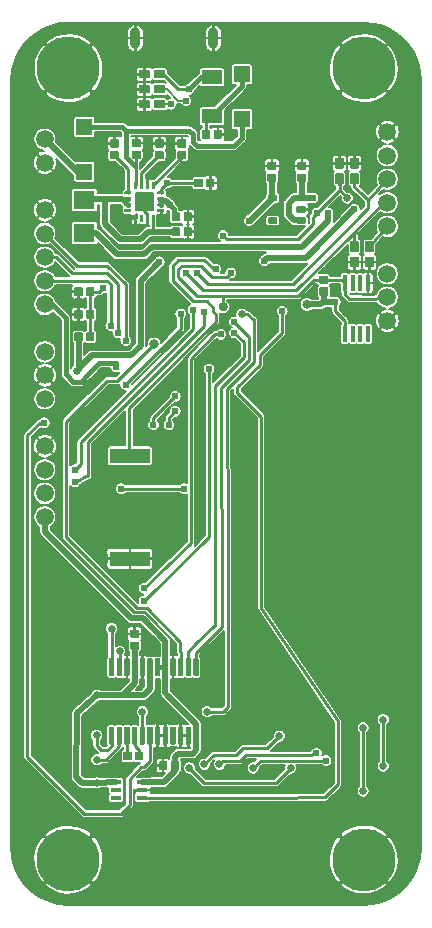
<source format=gbr>
G04 #@! TF.GenerationSoftware,KiCad,Pcbnew,5.1.8+dfsg1-1~bpo10+1*
G04 #@! TF.CreationDate,2021-02-15T21:00:24+01:00*
G04 #@! TF.ProjectId,easyhive,65617379-6869-4766-952e-6b696361645f,rev?*
G04 #@! TF.SameCoordinates,Original*
G04 #@! TF.FileFunction,Copper,L2,Bot*
G04 #@! TF.FilePolarity,Positive*
%FSLAX46Y46*%
G04 Gerber Fmt 4.6, Leading zero omitted, Abs format (unit mm)*
G04 Created by KiCad (PCBNEW 5.1.8+dfsg1-1~bpo10+1) date 2021-02-15 21:00:24*
%MOMM*%
%LPD*%
G01*
G04 APERTURE LIST*
G04 #@! TA.AperFunction,SMDPad,CuDef*
%ADD10R,0.900000X0.400000*%
G04 #@! TD*
G04 #@! TA.AperFunction,SMDPad,CuDef*
%ADD11R,3.400000X1.300000*%
G04 #@! TD*
G04 #@! TA.AperFunction,ComponentPad*
%ADD12O,0.900000X1.800000*%
G04 #@! TD*
G04 #@! TA.AperFunction,ComponentPad*
%ADD13C,1.500000*%
G04 #@! TD*
G04 #@! TA.AperFunction,SMDPad,CuDef*
%ADD14R,1.800000X1.200000*%
G04 #@! TD*
G04 #@! TA.AperFunction,SMDPad,CuDef*
%ADD15R,0.400000X1.350000*%
G04 #@! TD*
G04 #@! TA.AperFunction,ComponentPad*
%ADD16C,0.508000*%
G04 #@! TD*
G04 #@! TA.AperFunction,ComponentPad*
%ADD17C,5.334000*%
G04 #@! TD*
G04 #@! TA.AperFunction,SMDPad,CuDef*
%ADD18R,1.800000X1.600000*%
G04 #@! TD*
G04 #@! TA.AperFunction,SMDPad,CuDef*
%ADD19R,1.400000X1.400000*%
G04 #@! TD*
G04 #@! TA.AperFunction,ViaPad*
%ADD20C,0.609600*%
G04 #@! TD*
G04 #@! TA.AperFunction,ViaPad*
%ADD21C,0.654800*%
G04 #@! TD*
G04 #@! TA.AperFunction,ViaPad*
%ADD22C,0.800000*%
G04 #@! TD*
G04 #@! TA.AperFunction,Conductor*
%ADD23C,0.250000*%
G04 #@! TD*
G04 #@! TA.AperFunction,Conductor*
%ADD24C,0.200000*%
G04 #@! TD*
G04 #@! TA.AperFunction,Conductor*
%ADD25C,0.508000*%
G04 #@! TD*
G04 #@! TA.AperFunction,Conductor*
%ADD26C,0.406400*%
G04 #@! TD*
G04 #@! TA.AperFunction,Conductor*
%ADD27C,0.400000*%
G04 #@! TD*
G04 #@! TA.AperFunction,Conductor*
%ADD28C,0.504000*%
G04 #@! TD*
G04 #@! TA.AperFunction,Conductor*
%ADD29C,0.500000*%
G04 #@! TD*
G04 #@! TA.AperFunction,Conductor*
%ADD30C,0.450000*%
G04 #@! TD*
G04 #@! TA.AperFunction,Conductor*
%ADD31C,0.254000*%
G04 #@! TD*
G04 #@! TA.AperFunction,Conductor*
%ADD32C,0.203200*%
G04 #@! TD*
G04 #@! TA.AperFunction,Conductor*
%ADD33C,0.152400*%
G04 #@! TD*
G04 #@! TA.AperFunction,Conductor*
%ADD34C,0.100000*%
G04 #@! TD*
G04 APERTURE END LIST*
D10*
X140040000Y-131953000D03*
X140040000Y-132603000D03*
X140040000Y-133253000D03*
X142240000Y-131953000D03*
X142240000Y-132603000D03*
X142240000Y-133253000D03*
G04 #@! TA.AperFunction,SMDPad,CuDef*
G36*
G01*
X152964850Y-84123600D02*
X153627350Y-84123600D01*
G75*
G02*
X153696100Y-84192350I0J-68750D01*
G01*
X153696100Y-84604850D01*
G75*
G02*
X153627350Y-84673600I-68750J0D01*
G01*
X152964850Y-84673600D01*
G75*
G02*
X152896100Y-84604850I0J68750D01*
G01*
X152896100Y-84192350D01*
G75*
G02*
X152964850Y-84123600I68750J0D01*
G01*
G37*
G04 #@! TD.AperFunction*
G04 #@! TA.AperFunction,SMDPad,CuDef*
G36*
G01*
X155364850Y-83173600D02*
X156027350Y-83173600D01*
G75*
G02*
X156096100Y-83242350I0J-68750D01*
G01*
X156096100Y-83654850D01*
G75*
G02*
X156027350Y-83723600I-68750J0D01*
G01*
X155364850Y-83723600D01*
G75*
G02*
X155296100Y-83654850I0J68750D01*
G01*
X155296100Y-83242350D01*
G75*
G02*
X155364850Y-83173600I68750J0D01*
G01*
G37*
G04 #@! TD.AperFunction*
G04 #@! TA.AperFunction,SMDPad,CuDef*
G36*
G01*
X152964850Y-82223600D02*
X153627350Y-82223600D01*
G75*
G02*
X153696100Y-82292350I0J-68750D01*
G01*
X153696100Y-82704850D01*
G75*
G02*
X153627350Y-82773600I-68750J0D01*
G01*
X152964850Y-82773600D01*
G75*
G02*
X152896100Y-82704850I0J68750D01*
G01*
X152896100Y-82292350D01*
G75*
G02*
X152964850Y-82223600I68750J0D01*
G01*
G37*
G04 #@! TD.AperFunction*
G04 #@! TA.AperFunction,SMDPad,CuDef*
G36*
G01*
X155364850Y-84123600D02*
X156027350Y-84123600D01*
G75*
G02*
X156096100Y-84192350I0J-68750D01*
G01*
X156096100Y-84604850D01*
G75*
G02*
X156027350Y-84673600I-68750J0D01*
G01*
X155364850Y-84673600D01*
G75*
G02*
X155296100Y-84604850I0J68750D01*
G01*
X155296100Y-84192350D01*
G75*
G02*
X155364850Y-84123600I68750J0D01*
G01*
G37*
G04 #@! TD.AperFunction*
G04 #@! TA.AperFunction,SMDPad,CuDef*
G36*
G01*
X155364850Y-82223600D02*
X156027350Y-82223600D01*
G75*
G02*
X156096100Y-82292350I0J-68750D01*
G01*
X156096100Y-82704850D01*
G75*
G02*
X156027350Y-82773600I-68750J0D01*
G01*
X155364850Y-82773600D01*
G75*
G02*
X155296100Y-82704850I0J68750D01*
G01*
X155296100Y-82292350D01*
G75*
G02*
X155364850Y-82223600I68750J0D01*
G01*
G37*
G04 #@! TD.AperFunction*
D11*
X141200000Y-113025000D03*
X141200000Y-104325000D03*
D12*
X141671100Y-68962600D03*
X148271100Y-68962600D03*
D13*
X163000000Y-88900000D03*
X163000000Y-90900000D03*
X163000000Y-92900000D03*
X134001100Y-109503600D03*
X134001100Y-107503600D03*
X134001100Y-105503600D03*
X134001100Y-103503600D03*
X134001100Y-99503600D03*
X134001100Y-97503600D03*
X134001100Y-95503600D03*
X134001100Y-91503600D03*
X134001100Y-89503600D03*
X134001100Y-87503600D03*
X134001100Y-85503600D03*
X134001100Y-83503600D03*
X163001100Y-84903600D03*
X163001100Y-82903600D03*
X163001100Y-80903600D03*
X163001100Y-78903600D03*
X163001100Y-76903600D03*
X134001100Y-77503600D03*
X134001100Y-79503600D03*
G04 #@! TA.AperFunction,SMDPad,CuDef*
G36*
G01*
X149498600Y-91703600D02*
X149498600Y-91703600D01*
G75*
G02*
X149098600Y-92103600I-400000J0D01*
G01*
X149098600Y-92103600D01*
G75*
G02*
X148698600Y-91703600I0J400000D01*
G01*
X148698600Y-91703600D01*
G75*
G02*
X149098600Y-91303600I400000J0D01*
G01*
X149098600Y-91303600D01*
G75*
G02*
X149498600Y-91703600I0J-400000D01*
G01*
G37*
G04 #@! TD.AperFunction*
G04 #@! TA.AperFunction,SMDPad,CuDef*
G36*
G01*
X156600000Y-91500000D02*
X156600000Y-91500000D01*
G75*
G02*
X156200000Y-91900000I-400000J0D01*
G01*
X156200000Y-91900000D01*
G75*
G02*
X155800000Y-91500000I0J400000D01*
G01*
X155800000Y-91500000D01*
G75*
G02*
X156200000Y-91100000I400000J0D01*
G01*
X156200000Y-91100000D01*
G75*
G02*
X156600000Y-91500000I0J-400000D01*
G01*
G37*
G04 #@! TD.AperFunction*
G04 #@! TA.AperFunction,SMDPad,CuDef*
G36*
G01*
X158005000Y-90140000D02*
X158005000Y-90700000D01*
G75*
G02*
X157935000Y-90770000I-70000J0D01*
G01*
X157325000Y-90770000D01*
G75*
G02*
X157255000Y-90700000I0J70000D01*
G01*
X157255000Y-90140000D01*
G75*
G02*
X157325000Y-90070000I70000J0D01*
G01*
X157935000Y-90070000D01*
G75*
G02*
X158005000Y-90140000I0J-70000D01*
G01*
G37*
G04 #@! TD.AperFunction*
G04 #@! TA.AperFunction,SMDPad,CuDef*
G36*
G01*
X158005000Y-89140000D02*
X158005000Y-89700000D01*
G75*
G02*
X157935000Y-89770000I-70000J0D01*
G01*
X157325000Y-89770000D01*
G75*
G02*
X157255000Y-89700000I0J70000D01*
G01*
X157255000Y-89140000D01*
G75*
G02*
X157325000Y-89070000I70000J0D01*
G01*
X157935000Y-89070000D01*
G75*
G02*
X158005000Y-89140000I0J-70000D01*
G01*
G37*
G04 #@! TD.AperFunction*
G04 #@! TA.AperFunction,SMDPad,CuDef*
G36*
G01*
X137571100Y-91963600D02*
X138131100Y-91963600D01*
G75*
G02*
X138201100Y-92033600I0J-70000D01*
G01*
X138201100Y-92643600D01*
G75*
G02*
X138131100Y-92713600I-70000J0D01*
G01*
X137571100Y-92713600D01*
G75*
G02*
X137501100Y-92643600I0J70000D01*
G01*
X137501100Y-92033600D01*
G75*
G02*
X137571100Y-91963600I70000J0D01*
G01*
G37*
G04 #@! TD.AperFunction*
G04 #@! TA.AperFunction,SMDPad,CuDef*
G36*
G01*
X136571100Y-91963600D02*
X137131100Y-91963600D01*
G75*
G02*
X137201100Y-92033600I0J-70000D01*
G01*
X137201100Y-92643600D01*
G75*
G02*
X137131100Y-92713600I-70000J0D01*
G01*
X136571100Y-92713600D01*
G75*
G02*
X136501100Y-92643600I0J70000D01*
G01*
X136501100Y-92033600D01*
G75*
G02*
X136571100Y-91963600I70000J0D01*
G01*
G37*
G04 #@! TD.AperFunction*
G04 #@! TA.AperFunction,SMDPad,CuDef*
G36*
G01*
X137131100Y-94618600D02*
X136571100Y-94618600D01*
G75*
G02*
X136501100Y-94548600I0J70000D01*
G01*
X136501100Y-93938600D01*
G75*
G02*
X136571100Y-93868600I70000J0D01*
G01*
X137131100Y-93868600D01*
G75*
G02*
X137201100Y-93938600I0J-70000D01*
G01*
X137201100Y-94548600D01*
G75*
G02*
X137131100Y-94618600I-70000J0D01*
G01*
G37*
G04 #@! TD.AperFunction*
G04 #@! TA.AperFunction,SMDPad,CuDef*
G36*
G01*
X138131100Y-94618600D02*
X137571100Y-94618600D01*
G75*
G02*
X137501100Y-94548600I0J70000D01*
G01*
X137501100Y-93938600D01*
G75*
G02*
X137571100Y-93868600I70000J0D01*
G01*
X138131100Y-93868600D01*
G75*
G02*
X138201100Y-93938600I0J-70000D01*
G01*
X138201100Y-94548600D01*
G75*
G02*
X138131100Y-94618600I-70000J0D01*
G01*
G37*
G04 #@! TD.AperFunction*
G04 #@! TA.AperFunction,SMDPad,CuDef*
G36*
G01*
X147291100Y-81601100D02*
X146731100Y-81601100D01*
G75*
G02*
X146661100Y-81531100I0J70000D01*
G01*
X146661100Y-80921100D01*
G75*
G02*
X146731100Y-80851100I70000J0D01*
G01*
X147291100Y-80851100D01*
G75*
G02*
X147361100Y-80921100I0J-70000D01*
G01*
X147361100Y-81531100D01*
G75*
G02*
X147291100Y-81601100I-70000J0D01*
G01*
G37*
G04 #@! TD.AperFunction*
G04 #@! TA.AperFunction,SMDPad,CuDef*
G36*
G01*
X148291100Y-81601100D02*
X147731100Y-81601100D01*
G75*
G02*
X147661100Y-81531100I0J70000D01*
G01*
X147661100Y-80921100D01*
G75*
G02*
X147731100Y-80851100I70000J0D01*
G01*
X148291100Y-80851100D01*
G75*
G02*
X148361100Y-80921100I0J-70000D01*
G01*
X148361100Y-81531100D01*
G75*
G02*
X148291100Y-81601100I-70000J0D01*
G01*
G37*
G04 #@! TD.AperFunction*
G04 #@! TA.AperFunction,SMDPad,CuDef*
G36*
G01*
X145981100Y-78588600D02*
X145981100Y-79148600D01*
G75*
G02*
X145911100Y-79218600I-70000J0D01*
G01*
X145301100Y-79218600D01*
G75*
G02*
X145231100Y-79148600I0J70000D01*
G01*
X145231100Y-78588600D01*
G75*
G02*
X145301100Y-78518600I70000J0D01*
G01*
X145911100Y-78518600D01*
G75*
G02*
X145981100Y-78588600I0J-70000D01*
G01*
G37*
G04 #@! TD.AperFunction*
G04 #@! TA.AperFunction,SMDPad,CuDef*
G36*
G01*
X145981100Y-77588600D02*
X145981100Y-78148600D01*
G75*
G02*
X145911100Y-78218600I-70000J0D01*
G01*
X145301100Y-78218600D01*
G75*
G02*
X145231100Y-78148600I0J70000D01*
G01*
X145231100Y-77588600D01*
G75*
G02*
X145301100Y-77518600I70000J0D01*
G01*
X145911100Y-77518600D01*
G75*
G02*
X145981100Y-77588600I0J-70000D01*
G01*
G37*
G04 #@! TD.AperFunction*
G04 #@! TA.AperFunction,SMDPad,CuDef*
G36*
G01*
X140266100Y-78588600D02*
X140266100Y-79148600D01*
G75*
G02*
X140196100Y-79218600I-70000J0D01*
G01*
X139586100Y-79218600D01*
G75*
G02*
X139516100Y-79148600I0J70000D01*
G01*
X139516100Y-78588600D01*
G75*
G02*
X139586100Y-78518600I70000J0D01*
G01*
X140196100Y-78518600D01*
G75*
G02*
X140266100Y-78588600I0J-70000D01*
G01*
G37*
G04 #@! TD.AperFunction*
G04 #@! TA.AperFunction,SMDPad,CuDef*
G36*
G01*
X140266100Y-77588600D02*
X140266100Y-78148600D01*
G75*
G02*
X140196100Y-78218600I-70000J0D01*
G01*
X139586100Y-78218600D01*
G75*
G02*
X139516100Y-78148600I0J70000D01*
G01*
X139516100Y-77588600D01*
G75*
G02*
X139586100Y-77518600I70000J0D01*
G01*
X140196100Y-77518600D01*
G75*
G02*
X140266100Y-77588600I0J-70000D01*
G01*
G37*
G04 #@! TD.AperFunction*
G04 #@! TA.AperFunction,SMDPad,CuDef*
G36*
G01*
X144076100Y-78588600D02*
X144076100Y-79148600D01*
G75*
G02*
X144006100Y-79218600I-70000J0D01*
G01*
X143396100Y-79218600D01*
G75*
G02*
X143326100Y-79148600I0J70000D01*
G01*
X143326100Y-78588600D01*
G75*
G02*
X143396100Y-78518600I70000J0D01*
G01*
X144006100Y-78518600D01*
G75*
G02*
X144076100Y-78588600I0J-70000D01*
G01*
G37*
G04 #@! TD.AperFunction*
G04 #@! TA.AperFunction,SMDPad,CuDef*
G36*
G01*
X144076100Y-77588600D02*
X144076100Y-78148600D01*
G75*
G02*
X144006100Y-78218600I-70000J0D01*
G01*
X143396100Y-78218600D01*
G75*
G02*
X143326100Y-78148600I0J70000D01*
G01*
X143326100Y-77588600D01*
G75*
G02*
X143396100Y-77518600I70000J0D01*
G01*
X144006100Y-77518600D01*
G75*
G02*
X144076100Y-77588600I0J-70000D01*
G01*
G37*
G04 #@! TD.AperFunction*
D14*
X148146100Y-75573600D03*
X148146100Y-72273600D03*
D15*
X159400000Y-94000000D03*
X160050000Y-94000000D03*
X160700000Y-94000000D03*
X161350000Y-94000000D03*
X161350000Y-89700000D03*
X160700000Y-89700000D03*
X160050000Y-89700000D03*
X159400000Y-89700000D03*
G04 #@! TA.AperFunction,SMDPad,CuDef*
G36*
G01*
X139880000Y-121522250D02*
X139880000Y-122909750D01*
G75*
G02*
X139823750Y-122966000I-56250J0D01*
G01*
X139486250Y-122966000D01*
G75*
G02*
X139430000Y-122909750I0J56250D01*
G01*
X139430000Y-121522250D01*
G75*
G02*
X139486250Y-121466000I56250J0D01*
G01*
X139823750Y-121466000D01*
G75*
G02*
X139880000Y-121522250I0J-56250D01*
G01*
G37*
G04 #@! TD.AperFunction*
G04 #@! TA.AperFunction,SMDPad,CuDef*
G36*
G01*
X140530000Y-121522250D02*
X140530000Y-122909750D01*
G75*
G02*
X140473750Y-122966000I-56250J0D01*
G01*
X140136250Y-122966000D01*
G75*
G02*
X140080000Y-122909750I0J56250D01*
G01*
X140080000Y-121522250D01*
G75*
G02*
X140136250Y-121466000I56250J0D01*
G01*
X140473750Y-121466000D01*
G75*
G02*
X140530000Y-121522250I0J-56250D01*
G01*
G37*
G04 #@! TD.AperFunction*
G04 #@! TA.AperFunction,SMDPad,CuDef*
G36*
G01*
X141180000Y-121522250D02*
X141180000Y-122909750D01*
G75*
G02*
X141123750Y-122966000I-56250J0D01*
G01*
X140786250Y-122966000D01*
G75*
G02*
X140730000Y-122909750I0J56250D01*
G01*
X140730000Y-121522250D01*
G75*
G02*
X140786250Y-121466000I56250J0D01*
G01*
X141123750Y-121466000D01*
G75*
G02*
X141180000Y-121522250I0J-56250D01*
G01*
G37*
G04 #@! TD.AperFunction*
G04 #@! TA.AperFunction,SMDPad,CuDef*
G36*
G01*
X141830000Y-121522250D02*
X141830000Y-122909750D01*
G75*
G02*
X141773750Y-122966000I-56250J0D01*
G01*
X141436250Y-122966000D01*
G75*
G02*
X141380000Y-122909750I0J56250D01*
G01*
X141380000Y-121522250D01*
G75*
G02*
X141436250Y-121466000I56250J0D01*
G01*
X141773750Y-121466000D01*
G75*
G02*
X141830000Y-121522250I0J-56250D01*
G01*
G37*
G04 #@! TD.AperFunction*
G04 #@! TA.AperFunction,SMDPad,CuDef*
G36*
G01*
X142480000Y-121522250D02*
X142480000Y-122909750D01*
G75*
G02*
X142423750Y-122966000I-56250J0D01*
G01*
X142086250Y-122966000D01*
G75*
G02*
X142030000Y-122909750I0J56250D01*
G01*
X142030000Y-121522250D01*
G75*
G02*
X142086250Y-121466000I56250J0D01*
G01*
X142423750Y-121466000D01*
G75*
G02*
X142480000Y-121522250I0J-56250D01*
G01*
G37*
G04 #@! TD.AperFunction*
G04 #@! TA.AperFunction,SMDPad,CuDef*
G36*
G01*
X143130000Y-121522250D02*
X143130000Y-122909750D01*
G75*
G02*
X143073750Y-122966000I-56250J0D01*
G01*
X142736250Y-122966000D01*
G75*
G02*
X142680000Y-122909750I0J56250D01*
G01*
X142680000Y-121522250D01*
G75*
G02*
X142736250Y-121466000I56250J0D01*
G01*
X143073750Y-121466000D01*
G75*
G02*
X143130000Y-121522250I0J-56250D01*
G01*
G37*
G04 #@! TD.AperFunction*
G04 #@! TA.AperFunction,SMDPad,CuDef*
G36*
G01*
X143780000Y-121522250D02*
X143780000Y-122909750D01*
G75*
G02*
X143723750Y-122966000I-56250J0D01*
G01*
X143386250Y-122966000D01*
G75*
G02*
X143330000Y-122909750I0J56250D01*
G01*
X143330000Y-121522250D01*
G75*
G02*
X143386250Y-121466000I56250J0D01*
G01*
X143723750Y-121466000D01*
G75*
G02*
X143780000Y-121522250I0J-56250D01*
G01*
G37*
G04 #@! TD.AperFunction*
G04 #@! TA.AperFunction,SMDPad,CuDef*
G36*
G01*
X144430000Y-121522250D02*
X144430000Y-122909750D01*
G75*
G02*
X144373750Y-122966000I-56250J0D01*
G01*
X144036250Y-122966000D01*
G75*
G02*
X143980000Y-122909750I0J56250D01*
G01*
X143980000Y-121522250D01*
G75*
G02*
X144036250Y-121466000I56250J0D01*
G01*
X144373750Y-121466000D01*
G75*
G02*
X144430000Y-121522250I0J-56250D01*
G01*
G37*
G04 #@! TD.AperFunction*
G04 #@! TA.AperFunction,SMDPad,CuDef*
G36*
G01*
X145080000Y-121522250D02*
X145080000Y-122909750D01*
G75*
G02*
X145023750Y-122966000I-56250J0D01*
G01*
X144686250Y-122966000D01*
G75*
G02*
X144630000Y-122909750I0J56250D01*
G01*
X144630000Y-121522250D01*
G75*
G02*
X144686250Y-121466000I56250J0D01*
G01*
X145023750Y-121466000D01*
G75*
G02*
X145080000Y-121522250I0J-56250D01*
G01*
G37*
G04 #@! TD.AperFunction*
G04 #@! TA.AperFunction,SMDPad,CuDef*
G36*
G01*
X145730000Y-121522250D02*
X145730000Y-122909750D01*
G75*
G02*
X145673750Y-122966000I-56250J0D01*
G01*
X145336250Y-122966000D01*
G75*
G02*
X145280000Y-122909750I0J56250D01*
G01*
X145280000Y-121522250D01*
G75*
G02*
X145336250Y-121466000I56250J0D01*
G01*
X145673750Y-121466000D01*
G75*
G02*
X145730000Y-121522250I0J-56250D01*
G01*
G37*
G04 #@! TD.AperFunction*
G04 #@! TA.AperFunction,SMDPad,CuDef*
G36*
G01*
X146380000Y-121522250D02*
X146380000Y-122909750D01*
G75*
G02*
X146323750Y-122966000I-56250J0D01*
G01*
X145986250Y-122966000D01*
G75*
G02*
X145930000Y-122909750I0J56250D01*
G01*
X145930000Y-121522250D01*
G75*
G02*
X145986250Y-121466000I56250J0D01*
G01*
X146323750Y-121466000D01*
G75*
G02*
X146380000Y-121522250I0J-56250D01*
G01*
G37*
G04 #@! TD.AperFunction*
G04 #@! TA.AperFunction,SMDPad,CuDef*
G36*
G01*
X147030000Y-121522250D02*
X147030000Y-122909750D01*
G75*
G02*
X146973750Y-122966000I-56250J0D01*
G01*
X146636250Y-122966000D01*
G75*
G02*
X146580000Y-122909750I0J56250D01*
G01*
X146580000Y-121522250D01*
G75*
G02*
X146636250Y-121466000I56250J0D01*
G01*
X146973750Y-121466000D01*
G75*
G02*
X147030000Y-121522250I0J-56250D01*
G01*
G37*
G04 #@! TD.AperFunction*
G04 #@! TA.AperFunction,SMDPad,CuDef*
G36*
G01*
X139880000Y-127322250D02*
X139880000Y-128709750D01*
G75*
G02*
X139823750Y-128766000I-56250J0D01*
G01*
X139486250Y-128766000D01*
G75*
G02*
X139430000Y-128709750I0J56250D01*
G01*
X139430000Y-127322250D01*
G75*
G02*
X139486250Y-127266000I56250J0D01*
G01*
X139823750Y-127266000D01*
G75*
G02*
X139880000Y-127322250I0J-56250D01*
G01*
G37*
G04 #@! TD.AperFunction*
G04 #@! TA.AperFunction,SMDPad,CuDef*
G36*
G01*
X140530000Y-127322250D02*
X140530000Y-128709750D01*
G75*
G02*
X140473750Y-128766000I-56250J0D01*
G01*
X140136250Y-128766000D01*
G75*
G02*
X140080000Y-128709750I0J56250D01*
G01*
X140080000Y-127322250D01*
G75*
G02*
X140136250Y-127266000I56250J0D01*
G01*
X140473750Y-127266000D01*
G75*
G02*
X140530000Y-127322250I0J-56250D01*
G01*
G37*
G04 #@! TD.AperFunction*
G04 #@! TA.AperFunction,SMDPad,CuDef*
G36*
G01*
X141180000Y-127322250D02*
X141180000Y-128709750D01*
G75*
G02*
X141123750Y-128766000I-56250J0D01*
G01*
X140786250Y-128766000D01*
G75*
G02*
X140730000Y-128709750I0J56250D01*
G01*
X140730000Y-127322250D01*
G75*
G02*
X140786250Y-127266000I56250J0D01*
G01*
X141123750Y-127266000D01*
G75*
G02*
X141180000Y-127322250I0J-56250D01*
G01*
G37*
G04 #@! TD.AperFunction*
G04 #@! TA.AperFunction,SMDPad,CuDef*
G36*
G01*
X141830000Y-127322250D02*
X141830000Y-128709750D01*
G75*
G02*
X141773750Y-128766000I-56250J0D01*
G01*
X141436250Y-128766000D01*
G75*
G02*
X141380000Y-128709750I0J56250D01*
G01*
X141380000Y-127322250D01*
G75*
G02*
X141436250Y-127266000I56250J0D01*
G01*
X141773750Y-127266000D01*
G75*
G02*
X141830000Y-127322250I0J-56250D01*
G01*
G37*
G04 #@! TD.AperFunction*
G04 #@! TA.AperFunction,SMDPad,CuDef*
G36*
G01*
X142480000Y-127322250D02*
X142480000Y-128709750D01*
G75*
G02*
X142423750Y-128766000I-56250J0D01*
G01*
X142086250Y-128766000D01*
G75*
G02*
X142030000Y-128709750I0J56250D01*
G01*
X142030000Y-127322250D01*
G75*
G02*
X142086250Y-127266000I56250J0D01*
G01*
X142423750Y-127266000D01*
G75*
G02*
X142480000Y-127322250I0J-56250D01*
G01*
G37*
G04 #@! TD.AperFunction*
G04 #@! TA.AperFunction,SMDPad,CuDef*
G36*
G01*
X143130000Y-127322250D02*
X143130000Y-128709750D01*
G75*
G02*
X143073750Y-128766000I-56250J0D01*
G01*
X142736250Y-128766000D01*
G75*
G02*
X142680000Y-128709750I0J56250D01*
G01*
X142680000Y-127322250D01*
G75*
G02*
X142736250Y-127266000I56250J0D01*
G01*
X143073750Y-127266000D01*
G75*
G02*
X143130000Y-127322250I0J-56250D01*
G01*
G37*
G04 #@! TD.AperFunction*
G04 #@! TA.AperFunction,SMDPad,CuDef*
G36*
G01*
X143780000Y-127322250D02*
X143780000Y-128709750D01*
G75*
G02*
X143723750Y-128766000I-56250J0D01*
G01*
X143386250Y-128766000D01*
G75*
G02*
X143330000Y-128709750I0J56250D01*
G01*
X143330000Y-127322250D01*
G75*
G02*
X143386250Y-127266000I56250J0D01*
G01*
X143723750Y-127266000D01*
G75*
G02*
X143780000Y-127322250I0J-56250D01*
G01*
G37*
G04 #@! TD.AperFunction*
G04 #@! TA.AperFunction,SMDPad,CuDef*
G36*
G01*
X144430000Y-127322250D02*
X144430000Y-128709750D01*
G75*
G02*
X144373750Y-128766000I-56250J0D01*
G01*
X144036250Y-128766000D01*
G75*
G02*
X143980000Y-128709750I0J56250D01*
G01*
X143980000Y-127322250D01*
G75*
G02*
X144036250Y-127266000I56250J0D01*
G01*
X144373750Y-127266000D01*
G75*
G02*
X144430000Y-127322250I0J-56250D01*
G01*
G37*
G04 #@! TD.AperFunction*
G04 #@! TA.AperFunction,SMDPad,CuDef*
G36*
G01*
X145080000Y-127322250D02*
X145080000Y-128709750D01*
G75*
G02*
X145023750Y-128766000I-56250J0D01*
G01*
X144686250Y-128766000D01*
G75*
G02*
X144630000Y-128709750I0J56250D01*
G01*
X144630000Y-127322250D01*
G75*
G02*
X144686250Y-127266000I56250J0D01*
G01*
X145023750Y-127266000D01*
G75*
G02*
X145080000Y-127322250I0J-56250D01*
G01*
G37*
G04 #@! TD.AperFunction*
G04 #@! TA.AperFunction,SMDPad,CuDef*
G36*
G01*
X145730000Y-127322250D02*
X145730000Y-128709750D01*
G75*
G02*
X145673750Y-128766000I-56250J0D01*
G01*
X145336250Y-128766000D01*
G75*
G02*
X145280000Y-128709750I0J56250D01*
G01*
X145280000Y-127322250D01*
G75*
G02*
X145336250Y-127266000I56250J0D01*
G01*
X145673750Y-127266000D01*
G75*
G02*
X145730000Y-127322250I0J-56250D01*
G01*
G37*
G04 #@! TD.AperFunction*
G04 #@! TA.AperFunction,SMDPad,CuDef*
G36*
G01*
X146380000Y-127322250D02*
X146380000Y-128709750D01*
G75*
G02*
X146323750Y-128766000I-56250J0D01*
G01*
X145986250Y-128766000D01*
G75*
G02*
X145930000Y-128709750I0J56250D01*
G01*
X145930000Y-127322250D01*
G75*
G02*
X145986250Y-127266000I56250J0D01*
G01*
X146323750Y-127266000D01*
G75*
G02*
X146380000Y-127322250I0J-56250D01*
G01*
G37*
G04 #@! TD.AperFunction*
G04 #@! TA.AperFunction,SMDPad,CuDef*
G36*
G01*
X147030000Y-127322250D02*
X147030000Y-128709750D01*
G75*
G02*
X146973750Y-128766000I-56250J0D01*
G01*
X146636250Y-128766000D01*
G75*
G02*
X146580000Y-128709750I0J56250D01*
G01*
X146580000Y-127322250D01*
G75*
G02*
X146636250Y-127266000I56250J0D01*
G01*
X146973750Y-127266000D01*
G75*
G02*
X147030000Y-127322250I0J-56250D01*
G01*
G37*
G04 #@! TD.AperFunction*
G04 #@! TA.AperFunction,SMDPad,CuDef*
G36*
G01*
X144131100Y-82469850D02*
X144131100Y-82657350D01*
G75*
G02*
X144099850Y-82688600I-31250J0D01*
G01*
X143562350Y-82688600D01*
G75*
G02*
X143531100Y-82657350I0J31250D01*
G01*
X143531100Y-82469850D01*
G75*
G02*
X143562350Y-82438600I31250J0D01*
G01*
X144099850Y-82438600D01*
G75*
G02*
X144131100Y-82469850I0J-31250D01*
G01*
G37*
G04 #@! TD.AperFunction*
G04 #@! TA.AperFunction,SMDPad,CuDef*
G36*
G01*
X144131100Y-81969850D02*
X144131100Y-82157350D01*
G75*
G02*
X144099850Y-82188600I-31250J0D01*
G01*
X143562350Y-82188600D01*
G75*
G02*
X143531100Y-82157350I0J31250D01*
G01*
X143531100Y-81969850D01*
G75*
G02*
X143562350Y-81938600I31250J0D01*
G01*
X144099850Y-81938600D01*
G75*
G02*
X144131100Y-81969850I0J-31250D01*
G01*
G37*
G04 #@! TD.AperFunction*
G04 #@! TA.AperFunction,SMDPad,CuDef*
G36*
G01*
X144131100Y-82969850D02*
X144131100Y-83157350D01*
G75*
G02*
X144099850Y-83188600I-31250J0D01*
G01*
X143562350Y-83188600D01*
G75*
G02*
X143531100Y-83157350I0J31250D01*
G01*
X143531100Y-82969850D01*
G75*
G02*
X143562350Y-82938600I31250J0D01*
G01*
X144099850Y-82938600D01*
G75*
G02*
X144131100Y-82969850I0J-31250D01*
G01*
G37*
G04 #@! TD.AperFunction*
G04 #@! TA.AperFunction,SMDPad,CuDef*
G36*
G01*
X144131100Y-83469850D02*
X144131100Y-83657350D01*
G75*
G02*
X144099850Y-83688600I-31250J0D01*
G01*
X143562350Y-83688600D01*
G75*
G02*
X143531100Y-83657350I0J31250D01*
G01*
X143531100Y-83469850D01*
G75*
G02*
X143562350Y-83438600I31250J0D01*
G01*
X144099850Y-83438600D01*
G75*
G02*
X144131100Y-83469850I0J-31250D01*
G01*
G37*
G04 #@! TD.AperFunction*
G04 #@! TA.AperFunction,SMDPad,CuDef*
G36*
G01*
X143274850Y-84513600D02*
X143087350Y-84513600D01*
G75*
G02*
X143056100Y-84482350I0J31250D01*
G01*
X143056100Y-83944850D01*
G75*
G02*
X143087350Y-83913600I31250J0D01*
G01*
X143274850Y-83913600D01*
G75*
G02*
X143306100Y-83944850I0J-31250D01*
G01*
X143306100Y-84482350D01*
G75*
G02*
X143274850Y-84513600I-31250J0D01*
G01*
G37*
G04 #@! TD.AperFunction*
G04 #@! TA.AperFunction,SMDPad,CuDef*
G36*
G01*
X142774850Y-84513600D02*
X142587350Y-84513600D01*
G75*
G02*
X142556100Y-84482350I0J31250D01*
G01*
X142556100Y-83944850D01*
G75*
G02*
X142587350Y-83913600I31250J0D01*
G01*
X142774850Y-83913600D01*
G75*
G02*
X142806100Y-83944850I0J-31250D01*
G01*
X142806100Y-84482350D01*
G75*
G02*
X142774850Y-84513600I-31250J0D01*
G01*
G37*
G04 #@! TD.AperFunction*
G04 #@! TA.AperFunction,SMDPad,CuDef*
G36*
G01*
X142274850Y-84513600D02*
X142087350Y-84513600D01*
G75*
G02*
X142056100Y-84482350I0J31250D01*
G01*
X142056100Y-83944850D01*
G75*
G02*
X142087350Y-83913600I31250J0D01*
G01*
X142274850Y-83913600D01*
G75*
G02*
X142306100Y-83944850I0J-31250D01*
G01*
X142306100Y-84482350D01*
G75*
G02*
X142274850Y-84513600I-31250J0D01*
G01*
G37*
G04 #@! TD.AperFunction*
G04 #@! TA.AperFunction,SMDPad,CuDef*
G36*
G01*
X141774850Y-84513600D02*
X141587350Y-84513600D01*
G75*
G02*
X141556100Y-84482350I0J31250D01*
G01*
X141556100Y-83944850D01*
G75*
G02*
X141587350Y-83913600I31250J0D01*
G01*
X141774850Y-83913600D01*
G75*
G02*
X141806100Y-83944850I0J-31250D01*
G01*
X141806100Y-84482350D01*
G75*
G02*
X141774850Y-84513600I-31250J0D01*
G01*
G37*
G04 #@! TD.AperFunction*
G04 #@! TA.AperFunction,SMDPad,CuDef*
G36*
G01*
X140731100Y-83657350D02*
X140731100Y-83469850D01*
G75*
G02*
X140762350Y-83438600I31250J0D01*
G01*
X141299850Y-83438600D01*
G75*
G02*
X141331100Y-83469850I0J-31250D01*
G01*
X141331100Y-83657350D01*
G75*
G02*
X141299850Y-83688600I-31250J0D01*
G01*
X140762350Y-83688600D01*
G75*
G02*
X140731100Y-83657350I0J31250D01*
G01*
G37*
G04 #@! TD.AperFunction*
G04 #@! TA.AperFunction,SMDPad,CuDef*
G36*
G01*
X140731100Y-83157350D02*
X140731100Y-82969850D01*
G75*
G02*
X140762350Y-82938600I31250J0D01*
G01*
X141299850Y-82938600D01*
G75*
G02*
X141331100Y-82969850I0J-31250D01*
G01*
X141331100Y-83157350D01*
G75*
G02*
X141299850Y-83188600I-31250J0D01*
G01*
X140762350Y-83188600D01*
G75*
G02*
X140731100Y-83157350I0J31250D01*
G01*
G37*
G04 #@! TD.AperFunction*
G04 #@! TA.AperFunction,SMDPad,CuDef*
G36*
G01*
X140731100Y-82657350D02*
X140731100Y-82469850D01*
G75*
G02*
X140762350Y-82438600I31250J0D01*
G01*
X141299850Y-82438600D01*
G75*
G02*
X141331100Y-82469850I0J-31250D01*
G01*
X141331100Y-82657350D01*
G75*
G02*
X141299850Y-82688600I-31250J0D01*
G01*
X140762350Y-82688600D01*
G75*
G02*
X140731100Y-82657350I0J31250D01*
G01*
G37*
G04 #@! TD.AperFunction*
G04 #@! TA.AperFunction,SMDPad,CuDef*
G36*
G01*
X140731100Y-82157350D02*
X140731100Y-81969850D01*
G75*
G02*
X140762350Y-81938600I31250J0D01*
G01*
X141299850Y-81938600D01*
G75*
G02*
X141331100Y-81969850I0J-31250D01*
G01*
X141331100Y-82157350D01*
G75*
G02*
X141299850Y-82188600I-31250J0D01*
G01*
X140762350Y-82188600D01*
G75*
G02*
X140731100Y-82157350I0J31250D01*
G01*
G37*
G04 #@! TD.AperFunction*
G04 #@! TA.AperFunction,SMDPad,CuDef*
G36*
G01*
X141587350Y-81113600D02*
X141774850Y-81113600D01*
G75*
G02*
X141806100Y-81144850I0J-31250D01*
G01*
X141806100Y-81682350D01*
G75*
G02*
X141774850Y-81713600I-31250J0D01*
G01*
X141587350Y-81713600D01*
G75*
G02*
X141556100Y-81682350I0J31250D01*
G01*
X141556100Y-81144850D01*
G75*
G02*
X141587350Y-81113600I31250J0D01*
G01*
G37*
G04 #@! TD.AperFunction*
G04 #@! TA.AperFunction,SMDPad,CuDef*
G36*
G01*
X142087350Y-81113600D02*
X142274850Y-81113600D01*
G75*
G02*
X142306100Y-81144850I0J-31250D01*
G01*
X142306100Y-81682350D01*
G75*
G02*
X142274850Y-81713600I-31250J0D01*
G01*
X142087350Y-81713600D01*
G75*
G02*
X142056100Y-81682350I0J31250D01*
G01*
X142056100Y-81144850D01*
G75*
G02*
X142087350Y-81113600I31250J0D01*
G01*
G37*
G04 #@! TD.AperFunction*
G04 #@! TA.AperFunction,SMDPad,CuDef*
G36*
G01*
X142587350Y-81113600D02*
X142774850Y-81113600D01*
G75*
G02*
X142806100Y-81144850I0J-31250D01*
G01*
X142806100Y-81682350D01*
G75*
G02*
X142774850Y-81713600I-31250J0D01*
G01*
X142587350Y-81713600D01*
G75*
G02*
X142556100Y-81682350I0J31250D01*
G01*
X142556100Y-81144850D01*
G75*
G02*
X142587350Y-81113600I31250J0D01*
G01*
G37*
G04 #@! TD.AperFunction*
G04 #@! TA.AperFunction,SMDPad,CuDef*
G36*
G01*
X143087350Y-81113600D02*
X143274850Y-81113600D01*
G75*
G02*
X143306100Y-81144850I0J-31250D01*
G01*
X143306100Y-81682350D01*
G75*
G02*
X143274850Y-81713600I-31250J0D01*
G01*
X143087350Y-81713600D01*
G75*
G02*
X143056100Y-81682350I0J31250D01*
G01*
X143056100Y-81144850D01*
G75*
G02*
X143087350Y-81113600I31250J0D01*
G01*
G37*
G04 #@! TD.AperFunction*
G04 #@! TA.AperFunction,SMDPad,CuDef*
G36*
G01*
X143231100Y-82093600D02*
X143231100Y-83533600D01*
G75*
G02*
X143151100Y-83613600I-80000J0D01*
G01*
X141711100Y-83613600D01*
G75*
G02*
X141631100Y-83533600I0J80000D01*
G01*
X141631100Y-82093600D01*
G75*
G02*
X141711100Y-82013600I80000J0D01*
G01*
X143151100Y-82013600D01*
G75*
G02*
X143231100Y-82093600I0J-80000D01*
G01*
G37*
G04 #@! TD.AperFunction*
D16*
X142981100Y-82263600D03*
X142931100Y-83313600D03*
X142431100Y-82813600D03*
X141881100Y-82263600D03*
D17*
X161001100Y-138503600D03*
X161001100Y-71503600D03*
X136001100Y-71503600D03*
X135991600Y-138506200D03*
D18*
X137351100Y-85483600D03*
X137351100Y-82683600D03*
G04 #@! TA.AperFunction,SMDPad,CuDef*
G36*
G01*
X161796100Y-87058600D02*
X161166100Y-87058600D01*
G75*
G02*
X161131100Y-87023600I0J35000D01*
G01*
X161131100Y-86193600D01*
G75*
G02*
X161166100Y-86158600I35000J0D01*
G01*
X161796100Y-86158600D01*
G75*
G02*
X161831100Y-86193600I0J-35000D01*
G01*
X161831100Y-87023600D01*
G75*
G02*
X161796100Y-87058600I-35000J0D01*
G01*
G37*
G04 #@! TD.AperFunction*
G04 #@! TA.AperFunction,SMDPad,CuDef*
G36*
G01*
X161796100Y-88358600D02*
X161166100Y-88358600D01*
G75*
G02*
X161131100Y-88323600I0J35000D01*
G01*
X161131100Y-87493600D01*
G75*
G02*
X161166100Y-87458600I35000J0D01*
G01*
X161796100Y-87458600D01*
G75*
G02*
X161831100Y-87493600I0J-35000D01*
G01*
X161831100Y-88323600D01*
G75*
G02*
X161796100Y-88358600I-35000J0D01*
G01*
G37*
G04 #@! TD.AperFunction*
G04 #@! TA.AperFunction,SMDPad,CuDef*
G36*
G01*
X160526100Y-87058600D02*
X159896100Y-87058600D01*
G75*
G02*
X159861100Y-87023600I0J35000D01*
G01*
X159861100Y-86193600D01*
G75*
G02*
X159896100Y-86158600I35000J0D01*
G01*
X160526100Y-86158600D01*
G75*
G02*
X160561100Y-86193600I0J-35000D01*
G01*
X160561100Y-87023600D01*
G75*
G02*
X160526100Y-87058600I-35000J0D01*
G01*
G37*
G04 #@! TD.AperFunction*
G04 #@! TA.AperFunction,SMDPad,CuDef*
G36*
G01*
X160526100Y-88358600D02*
X159896100Y-88358600D01*
G75*
G02*
X159861100Y-88323600I0J35000D01*
G01*
X159861100Y-87493600D01*
G75*
G02*
X159896100Y-87458600I35000J0D01*
G01*
X160526100Y-87458600D01*
G75*
G02*
X160561100Y-87493600I0J-35000D01*
G01*
X160561100Y-88323600D01*
G75*
G02*
X160526100Y-88358600I-35000J0D01*
G01*
G37*
G04 #@! TD.AperFunction*
G04 #@! TA.AperFunction,SMDPad,CuDef*
G36*
G01*
X159896100Y-80408600D02*
X160526100Y-80408600D01*
G75*
G02*
X160561100Y-80443600I0J-35000D01*
G01*
X160561100Y-81273600D01*
G75*
G02*
X160526100Y-81308600I-35000J0D01*
G01*
X159896100Y-81308600D01*
G75*
G02*
X159861100Y-81273600I0J35000D01*
G01*
X159861100Y-80443600D01*
G75*
G02*
X159896100Y-80408600I35000J0D01*
G01*
G37*
G04 #@! TD.AperFunction*
G04 #@! TA.AperFunction,SMDPad,CuDef*
G36*
G01*
X159896100Y-79108600D02*
X160526100Y-79108600D01*
G75*
G02*
X160561100Y-79143600I0J-35000D01*
G01*
X160561100Y-79973600D01*
G75*
G02*
X160526100Y-80008600I-35000J0D01*
G01*
X159896100Y-80008600D01*
G75*
G02*
X159861100Y-79973600I0J35000D01*
G01*
X159861100Y-79143600D01*
G75*
G02*
X159896100Y-79108600I35000J0D01*
G01*
G37*
G04 #@! TD.AperFunction*
G04 #@! TA.AperFunction,SMDPad,CuDef*
G36*
G01*
X158626100Y-80408600D02*
X159256100Y-80408600D01*
G75*
G02*
X159291100Y-80443600I0J-35000D01*
G01*
X159291100Y-81273600D01*
G75*
G02*
X159256100Y-81308600I-35000J0D01*
G01*
X158626100Y-81308600D01*
G75*
G02*
X158591100Y-81273600I0J35000D01*
G01*
X158591100Y-80443600D01*
G75*
G02*
X158626100Y-80408600I35000J0D01*
G01*
G37*
G04 #@! TD.AperFunction*
G04 #@! TA.AperFunction,SMDPad,CuDef*
G36*
G01*
X158626100Y-79108600D02*
X159256100Y-79108600D01*
G75*
G02*
X159291100Y-79143600I0J-35000D01*
G01*
X159291100Y-79973600D01*
G75*
G02*
X159256100Y-80008600I-35000J0D01*
G01*
X158626100Y-80008600D01*
G75*
G02*
X158591100Y-79973600I0J35000D01*
G01*
X158591100Y-79143600D01*
G75*
G02*
X158626100Y-79108600I35000J0D01*
G01*
G37*
G04 #@! TD.AperFunction*
G04 #@! TA.AperFunction,SMDPad,CuDef*
G36*
G01*
X143266100Y-72333600D02*
X143266100Y-71703600D01*
G75*
G02*
X143301100Y-71668600I35000J0D01*
G01*
X144131100Y-71668600D01*
G75*
G02*
X144166100Y-71703600I0J-35000D01*
G01*
X144166100Y-72333600D01*
G75*
G02*
X144131100Y-72368600I-35000J0D01*
G01*
X143301100Y-72368600D01*
G75*
G02*
X143266100Y-72333600I0J35000D01*
G01*
G37*
G04 #@! TD.AperFunction*
G04 #@! TA.AperFunction,SMDPad,CuDef*
G36*
G01*
X141966100Y-72333600D02*
X141966100Y-71703600D01*
G75*
G02*
X142001100Y-71668600I35000J0D01*
G01*
X142831100Y-71668600D01*
G75*
G02*
X142866100Y-71703600I0J-35000D01*
G01*
X142866100Y-72333600D01*
G75*
G02*
X142831100Y-72368600I-35000J0D01*
G01*
X142001100Y-72368600D01*
G75*
G02*
X141966100Y-72333600I0J35000D01*
G01*
G37*
G04 #@! TD.AperFunction*
G04 #@! TA.AperFunction,SMDPad,CuDef*
G36*
G01*
X143266100Y-73603600D02*
X143266100Y-72973600D01*
G75*
G02*
X143301100Y-72938600I35000J0D01*
G01*
X144131100Y-72938600D01*
G75*
G02*
X144166100Y-72973600I0J-35000D01*
G01*
X144166100Y-73603600D01*
G75*
G02*
X144131100Y-73638600I-35000J0D01*
G01*
X143301100Y-73638600D01*
G75*
G02*
X143266100Y-73603600I0J35000D01*
G01*
G37*
G04 #@! TD.AperFunction*
G04 #@! TA.AperFunction,SMDPad,CuDef*
G36*
G01*
X141966100Y-73603600D02*
X141966100Y-72973600D01*
G75*
G02*
X142001100Y-72938600I35000J0D01*
G01*
X142831100Y-72938600D01*
G75*
G02*
X142866100Y-72973600I0J-35000D01*
G01*
X142866100Y-73603600D01*
G75*
G02*
X142831100Y-73638600I-35000J0D01*
G01*
X142001100Y-73638600D01*
G75*
G02*
X141966100Y-73603600I0J35000D01*
G01*
G37*
G04 #@! TD.AperFunction*
G04 #@! TA.AperFunction,SMDPad,CuDef*
G36*
G01*
X143266100Y-74873600D02*
X143266100Y-74243600D01*
G75*
G02*
X143301100Y-74208600I35000J0D01*
G01*
X144131100Y-74208600D01*
G75*
G02*
X144166100Y-74243600I0J-35000D01*
G01*
X144166100Y-74873600D01*
G75*
G02*
X144131100Y-74908600I-35000J0D01*
G01*
X143301100Y-74908600D01*
G75*
G02*
X143266100Y-74873600I0J35000D01*
G01*
G37*
G04 #@! TD.AperFunction*
G04 #@! TA.AperFunction,SMDPad,CuDef*
G36*
G01*
X141966100Y-74873600D02*
X141966100Y-74243600D01*
G75*
G02*
X142001100Y-74208600I35000J0D01*
G01*
X142831100Y-74208600D01*
G75*
G02*
X142866100Y-74243600I0J-35000D01*
G01*
X142866100Y-74873600D01*
G75*
G02*
X142831100Y-74908600I-35000J0D01*
G01*
X142001100Y-74908600D01*
G75*
G02*
X141966100Y-74873600I0J35000D01*
G01*
G37*
G04 #@! TD.AperFunction*
G04 #@! TA.AperFunction,SMDPad,CuDef*
G36*
G01*
X144298000Y-130931000D02*
X143738000Y-130931000D01*
G75*
G02*
X143668000Y-130861000I0J70000D01*
G01*
X143668000Y-130251000D01*
G75*
G02*
X143738000Y-130181000I70000J0D01*
G01*
X144298000Y-130181000D01*
G75*
G02*
X144368000Y-130251000I0J-70000D01*
G01*
X144368000Y-130861000D01*
G75*
G02*
X144298000Y-130931000I-70000J0D01*
G01*
G37*
G04 #@! TD.AperFunction*
G04 #@! TA.AperFunction,SMDPad,CuDef*
G36*
G01*
X145298000Y-130931000D02*
X144738000Y-130931000D01*
G75*
G02*
X144668000Y-130861000I0J70000D01*
G01*
X144668000Y-130251000D01*
G75*
G02*
X144738000Y-130181000I70000J0D01*
G01*
X145298000Y-130181000D01*
G75*
G02*
X145368000Y-130251000I0J-70000D01*
G01*
X145368000Y-130861000D01*
G75*
G02*
X145298000Y-130931000I-70000J0D01*
G01*
G37*
G04 #@! TD.AperFunction*
G04 #@! TA.AperFunction,SMDPad,CuDef*
G36*
G01*
X137131100Y-90808600D02*
X136571100Y-90808600D01*
G75*
G02*
X136501100Y-90738600I0J70000D01*
G01*
X136501100Y-90128600D01*
G75*
G02*
X136571100Y-90058600I70000J0D01*
G01*
X137131100Y-90058600D01*
G75*
G02*
X137201100Y-90128600I0J-70000D01*
G01*
X137201100Y-90738600D01*
G75*
G02*
X137131100Y-90808600I-70000J0D01*
G01*
G37*
G04 #@! TD.AperFunction*
G04 #@! TA.AperFunction,SMDPad,CuDef*
G36*
G01*
X138131100Y-90808600D02*
X137571100Y-90808600D01*
G75*
G02*
X137501100Y-90738600I0J70000D01*
G01*
X137501100Y-90128600D01*
G75*
G02*
X137571100Y-90058600I70000J0D01*
G01*
X138131100Y-90058600D01*
G75*
G02*
X138201100Y-90128600I0J-70000D01*
G01*
X138201100Y-90738600D01*
G75*
G02*
X138131100Y-90808600I-70000J0D01*
G01*
G37*
G04 #@! TD.AperFunction*
G04 #@! TA.AperFunction,SMDPad,CuDef*
G36*
G01*
X148366100Y-76723600D02*
X148926100Y-76723600D01*
G75*
G02*
X148996100Y-76793600I0J-70000D01*
G01*
X148996100Y-77403600D01*
G75*
G02*
X148926100Y-77473600I-70000J0D01*
G01*
X148366100Y-77473600D01*
G75*
G02*
X148296100Y-77403600I0J70000D01*
G01*
X148296100Y-76793600D01*
G75*
G02*
X148366100Y-76723600I70000J0D01*
G01*
G37*
G04 #@! TD.AperFunction*
G04 #@! TA.AperFunction,SMDPad,CuDef*
G36*
G01*
X147366100Y-76723600D02*
X147926100Y-76723600D01*
G75*
G02*
X147996100Y-76793600I0J-70000D01*
G01*
X147996100Y-77403600D01*
G75*
G02*
X147926100Y-77473600I-70000J0D01*
G01*
X147366100Y-77473600D01*
G75*
G02*
X147296100Y-77403600I0J70000D01*
G01*
X147296100Y-76793600D01*
G75*
G02*
X147366100Y-76723600I70000J0D01*
G01*
G37*
G04 #@! TD.AperFunction*
G04 #@! TA.AperFunction,SMDPad,CuDef*
G36*
G01*
X152851100Y-80053600D02*
X152851100Y-79493600D01*
G75*
G02*
X152921100Y-79423600I70000J0D01*
G01*
X153531100Y-79423600D01*
G75*
G02*
X153601100Y-79493600I0J-70000D01*
G01*
X153601100Y-80053600D01*
G75*
G02*
X153531100Y-80123600I-70000J0D01*
G01*
X152921100Y-80123600D01*
G75*
G02*
X152851100Y-80053600I0J70000D01*
G01*
G37*
G04 #@! TD.AperFunction*
G04 #@! TA.AperFunction,SMDPad,CuDef*
G36*
G01*
X152851100Y-81053600D02*
X152851100Y-80493600D01*
G75*
G02*
X152921100Y-80423600I70000J0D01*
G01*
X153531100Y-80423600D01*
G75*
G02*
X153601100Y-80493600I0J-70000D01*
G01*
X153601100Y-81053600D01*
G75*
G02*
X153531100Y-81123600I-70000J0D01*
G01*
X152921100Y-81123600D01*
G75*
G02*
X152851100Y-81053600I0J70000D01*
G01*
G37*
G04 #@! TD.AperFunction*
G04 #@! TA.AperFunction,SMDPad,CuDef*
G36*
G01*
X155391100Y-80053600D02*
X155391100Y-79493600D01*
G75*
G02*
X155461100Y-79423600I70000J0D01*
G01*
X156071100Y-79423600D01*
G75*
G02*
X156141100Y-79493600I0J-70000D01*
G01*
X156141100Y-80053600D01*
G75*
G02*
X156071100Y-80123600I-70000J0D01*
G01*
X155461100Y-80123600D01*
G75*
G02*
X155391100Y-80053600I0J70000D01*
G01*
G37*
G04 #@! TD.AperFunction*
G04 #@! TA.AperFunction,SMDPad,CuDef*
G36*
G01*
X155391100Y-81053600D02*
X155391100Y-80493600D01*
G75*
G02*
X155461100Y-80423600I70000J0D01*
G01*
X156071100Y-80423600D01*
G75*
G02*
X156141100Y-80493600I0J-70000D01*
G01*
X156141100Y-81053600D01*
G75*
G02*
X156071100Y-81123600I-70000J0D01*
G01*
X155461100Y-81123600D01*
G75*
G02*
X155391100Y-81053600I0J70000D01*
G01*
G37*
G04 #@! TD.AperFunction*
G04 #@! TA.AperFunction,SMDPad,CuDef*
G36*
G01*
X141230000Y-119676000D02*
X141230000Y-119116000D01*
G75*
G02*
X141300000Y-119046000I70000J0D01*
G01*
X141910000Y-119046000D01*
G75*
G02*
X141980000Y-119116000I0J-70000D01*
G01*
X141980000Y-119676000D01*
G75*
G02*
X141910000Y-119746000I-70000J0D01*
G01*
X141300000Y-119746000D01*
G75*
G02*
X141230000Y-119676000I0J70000D01*
G01*
G37*
G04 #@! TD.AperFunction*
G04 #@! TA.AperFunction,SMDPad,CuDef*
G36*
G01*
X141230000Y-120676000D02*
X141230000Y-120116000D01*
G75*
G02*
X141300000Y-120046000I70000J0D01*
G01*
X141910000Y-120046000D01*
G75*
G02*
X141980000Y-120116000I0J-70000D01*
G01*
X141980000Y-120676000D01*
G75*
G02*
X141910000Y-120746000I-70000J0D01*
G01*
X141300000Y-120746000D01*
G75*
G02*
X141230000Y-120676000I0J70000D01*
G01*
G37*
G04 #@! TD.AperFunction*
G04 #@! TA.AperFunction,SMDPad,CuDef*
G36*
G01*
X141275400Y-130118200D02*
X140715400Y-130118200D01*
G75*
G02*
X140645400Y-130048200I0J70000D01*
G01*
X140645400Y-129438200D01*
G75*
G02*
X140715400Y-129368200I70000J0D01*
G01*
X141275400Y-129368200D01*
G75*
G02*
X141345400Y-129438200I0J-70000D01*
G01*
X141345400Y-130048200D01*
G75*
G02*
X141275400Y-130118200I-70000J0D01*
G01*
G37*
G04 #@! TD.AperFunction*
G04 #@! TA.AperFunction,SMDPad,CuDef*
G36*
G01*
X142275400Y-130118200D02*
X141715400Y-130118200D01*
G75*
G02*
X141645400Y-130048200I0J70000D01*
G01*
X141645400Y-129438200D01*
G75*
G02*
X141715400Y-129368200I70000J0D01*
G01*
X142275400Y-129368200D01*
G75*
G02*
X142345400Y-129438200I0J-70000D01*
G01*
X142345400Y-130048200D01*
G75*
G02*
X142275400Y-130118200I-70000J0D01*
G01*
G37*
G04 #@! TD.AperFunction*
G04 #@! TA.AperFunction,SMDPad,CuDef*
G36*
G01*
X145826100Y-84978600D02*
X146386100Y-84978600D01*
G75*
G02*
X146456100Y-85048600I0J-70000D01*
G01*
X146456100Y-85658600D01*
G75*
G02*
X146386100Y-85728600I-70000J0D01*
G01*
X145826100Y-85728600D01*
G75*
G02*
X145756100Y-85658600I0J70000D01*
G01*
X145756100Y-85048600D01*
G75*
G02*
X145826100Y-84978600I70000J0D01*
G01*
G37*
G04 #@! TD.AperFunction*
G04 #@! TA.AperFunction,SMDPad,CuDef*
G36*
G01*
X144826100Y-84978600D02*
X145386100Y-84978600D01*
G75*
G02*
X145456100Y-85048600I0J-70000D01*
G01*
X145456100Y-85658600D01*
G75*
G02*
X145386100Y-85728600I-70000J0D01*
G01*
X144826100Y-85728600D01*
G75*
G02*
X144756100Y-85658600I0J70000D01*
G01*
X144756100Y-85048600D01*
G75*
G02*
X144826100Y-84978600I70000J0D01*
G01*
G37*
G04 #@! TD.AperFunction*
G04 #@! TA.AperFunction,SMDPad,CuDef*
G36*
G01*
X145826100Y-83708600D02*
X146386100Y-83708600D01*
G75*
G02*
X146456100Y-83778600I0J-70000D01*
G01*
X146456100Y-84388600D01*
G75*
G02*
X146386100Y-84458600I-70000J0D01*
G01*
X145826100Y-84458600D01*
G75*
G02*
X145756100Y-84388600I0J70000D01*
G01*
X145756100Y-83778600D01*
G75*
G02*
X145826100Y-83708600I70000J0D01*
G01*
G37*
G04 #@! TD.AperFunction*
G04 #@! TA.AperFunction,SMDPad,CuDef*
G36*
G01*
X144826100Y-83708600D02*
X145386100Y-83708600D01*
G75*
G02*
X145456100Y-83778600I0J-70000D01*
G01*
X145456100Y-84388600D01*
G75*
G02*
X145386100Y-84458600I-70000J0D01*
G01*
X144826100Y-84458600D01*
G75*
G02*
X144756100Y-84388600I0J70000D01*
G01*
X144756100Y-83778600D01*
G75*
G02*
X144826100Y-83708600I70000J0D01*
G01*
G37*
G04 #@! TD.AperFunction*
G04 #@! TA.AperFunction,SMDPad,CuDef*
G36*
G01*
X141375000Y-78130000D02*
X141375000Y-77570000D01*
G75*
G02*
X141445000Y-77500000I70000J0D01*
G01*
X142055000Y-77500000D01*
G75*
G02*
X142125000Y-77570000I0J-70000D01*
G01*
X142125000Y-78130000D01*
G75*
G02*
X142055000Y-78200000I-70000J0D01*
G01*
X141445000Y-78200000D01*
G75*
G02*
X141375000Y-78130000I0J70000D01*
G01*
G37*
G04 #@! TD.AperFunction*
G04 #@! TA.AperFunction,SMDPad,CuDef*
G36*
G01*
X141375000Y-79130000D02*
X141375000Y-78570000D01*
G75*
G02*
X141445000Y-78500000I70000J0D01*
G01*
X142055000Y-78500000D01*
G75*
G02*
X142125000Y-78570000I0J-70000D01*
G01*
X142125000Y-79130000D01*
G75*
G02*
X142055000Y-79200000I-70000J0D01*
G01*
X141445000Y-79200000D01*
G75*
G02*
X141375000Y-79130000I0J70000D01*
G01*
G37*
G04 #@! TD.AperFunction*
D19*
X137351100Y-76468600D03*
X137351100Y-80268600D03*
X150686100Y-72023600D03*
X150686100Y-75823600D03*
D20*
X144018600Y-84559850D03*
X139891100Y-84401100D03*
X142748600Y-78368600D03*
X149733600Y-77098600D03*
X149416100Y-83131100D03*
X154051000Y-106626100D03*
X158877000Y-120142000D03*
X160782600Y-108658100D03*
X160782600Y-113103100D03*
X160782600Y-118183100D03*
X143800000Y-111760000D03*
X146939000Y-123825000D03*
X149987000Y-127127000D03*
X137351100Y-87258600D03*
X138750000Y-95037350D03*
X145075000Y-98525000D03*
X135509000Y-90678000D03*
X138938600Y-81543600D03*
X145606100Y-80591100D03*
X155131100Y-128851100D03*
X143154400Y-130835400D03*
X153000000Y-130750000D03*
X156700000Y-99700000D03*
X151638600Y-82813600D03*
X145415000Y-91186000D03*
X158750000Y-106680000D03*
X152050000Y-79950000D03*
X150368000Y-108585000D03*
X137414000Y-100965000D03*
X142950000Y-120250000D03*
X143900000Y-126750000D03*
X159258000Y-88265000D03*
X150368000Y-118110000D03*
X151765000Y-120015000D03*
X161798000Y-97536000D03*
X150100000Y-99700000D03*
X136144000Y-78486000D03*
X138430000Y-125984000D03*
X138700000Y-113100000D03*
X140157200Y-102362000D03*
X151550000Y-132625000D03*
X147100000Y-102200000D03*
X164300000Y-101000000D03*
X162300000Y-101000000D03*
X162050000Y-125400000D03*
X151321100Y-84401100D03*
X152591100Y-87814850D03*
X160211100Y-83448600D03*
X140050000Y-96800000D03*
X145800000Y-107100000D03*
X140475000Y-107100000D03*
X158600000Y-91300000D03*
X155650000Y-87550000D03*
X157988600Y-83766100D03*
X156718600Y-82496100D03*
X145923600Y-88846100D03*
X146876100Y-88846100D03*
X148463600Y-88528600D03*
X157036100Y-83766100D03*
X149098600Y-85671100D03*
D21*
X159600000Y-82500000D03*
D20*
X149733600Y-88846100D03*
X144653600Y-74558600D03*
X145923600Y-74241100D03*
X146550000Y-91950000D03*
X136525000Y-105503600D03*
X147450000Y-92150000D03*
X136525000Y-106553000D03*
D21*
X147750000Y-125984000D03*
X150686100Y-92338600D03*
X142265400Y-125984000D03*
D20*
X147900000Y-97000000D03*
X142400000Y-116600000D03*
X150051100Y-93926100D03*
X150051100Y-92973600D03*
X140850000Y-98300000D03*
X145500000Y-92300000D03*
X133950000Y-101525000D03*
X143200000Y-101700000D03*
X140843600Y-94561100D03*
X140208600Y-93926100D03*
X139573600Y-93291100D03*
X138938600Y-90116100D03*
X144586100Y-83063600D03*
X143701100Y-87893600D03*
D21*
X136716100Y-97101100D03*
D20*
X146241100Y-73288600D03*
X144336100Y-81226100D03*
D21*
X139649200Y-118950000D03*
X140335000Y-120878600D03*
X138379200Y-128000000D03*
X138400000Y-130050000D03*
X146241100Y-130756100D03*
X154813600Y-130756100D03*
X147511100Y-130438600D03*
X153857350Y-128057350D03*
X148786100Y-130443600D03*
D20*
X157000000Y-129500000D03*
D21*
X151638600Y-130756100D03*
D20*
X157800000Y-130121100D03*
D21*
X138430000Y-124587000D03*
X138404600Y-132018000D03*
D20*
X154100000Y-92100000D03*
D22*
X143250000Y-94850000D03*
D20*
X145050000Y-99300000D03*
X144500000Y-101700000D03*
X145050000Y-100550000D03*
X148875000Y-94050000D03*
X142400000Y-115550000D03*
D21*
X162650000Y-126650000D03*
X162650000Y-130600000D03*
X160950000Y-127350000D03*
X160950000Y-132700000D03*
D23*
X141681100Y-84213600D02*
X141681100Y-83813600D01*
X140195899Y-84096301D02*
X139891100Y-84401100D01*
X140274310Y-84017890D02*
X140195899Y-84096301D01*
X141485390Y-84017890D02*
X140274310Y-84017890D01*
X141681100Y-84213600D02*
X141485390Y-84017890D01*
X143831100Y-84372350D02*
X144018600Y-84559850D01*
X143831100Y-83563600D02*
X143831100Y-84372350D01*
X142566512Y-83800000D02*
X142399699Y-83633187D01*
X142667500Y-83800000D02*
X142566512Y-83800000D01*
X142681100Y-83813600D02*
X142667500Y-83800000D01*
X142681100Y-84213600D02*
X142681100Y-83813600D01*
D24*
X141583000Y-132603000D02*
X141580000Y-132600000D01*
D23*
X142240000Y-132603000D02*
X141583000Y-132603000D01*
D24*
X141580000Y-132710000D02*
X141575610Y-132714390D01*
D23*
X141580000Y-132830000D02*
X141580000Y-132710000D01*
D25*
X153296100Y-82498600D02*
X153226100Y-82428600D01*
X153226100Y-82428600D02*
X153226100Y-80773600D01*
X153296100Y-82498600D02*
X151393600Y-84401100D01*
D26*
X151393600Y-84401100D02*
X151321100Y-84401100D01*
D25*
X156083600Y-87576100D02*
X152829850Y-87576100D01*
X152591100Y-87814850D02*
X152829850Y-87576100D01*
X156083600Y-87576100D02*
X160211100Y-83448600D01*
D26*
X137668600Y-97418600D02*
X137033600Y-98053600D01*
X137033600Y-98053600D02*
X136398600Y-98053600D01*
X135763600Y-97418600D02*
X135763600Y-92656100D01*
X135763600Y-92656100D02*
X134611100Y-91503600D01*
X134611100Y-91503600D02*
X134001100Y-91503600D01*
X136398600Y-98053600D02*
X135763600Y-97418600D01*
D23*
X137668600Y-97418600D02*
X137687200Y-97400000D01*
X137668600Y-97418600D02*
X137681400Y-97418600D01*
D27*
X138600000Y-96500000D02*
X140000000Y-96500000D01*
X137681400Y-97418600D02*
X138600000Y-96500000D01*
D23*
X134001100Y-110688993D02*
X134010400Y-110698293D01*
D28*
X134001100Y-109503600D02*
X134001100Y-110688993D01*
D23*
X134001100Y-110688993D02*
X134001100Y-110760100D01*
D28*
X140208000Y-116967000D02*
X134001100Y-110760100D01*
X142290800Y-118084600D02*
X141325600Y-118084600D01*
X141325600Y-118084600D02*
X140208000Y-116967000D01*
X146805000Y-127166000D02*
X146805000Y-128016000D01*
D23*
X145115000Y-130556000D02*
X145018000Y-130556000D01*
D28*
X144096000Y-131953000D02*
X142915000Y-131953000D01*
D29*
X142915000Y-131953000D02*
X142240000Y-131953000D01*
D28*
X145018000Y-131031000D02*
X144096000Y-131953000D01*
D23*
X140050000Y-96550000D02*
X140000000Y-96500000D01*
D27*
X140050000Y-96800000D02*
X140050000Y-96550000D01*
D23*
X146805000Y-127166000D02*
X146805000Y-127030000D01*
D29*
X144205000Y-119998800D02*
X144205000Y-124430000D01*
X142290800Y-118084600D02*
X144205000Y-119998800D01*
X146805000Y-127030000D02*
X144322800Y-124547800D01*
X145018000Y-131031000D02*
X145018000Y-130556000D01*
X145018000Y-130556000D02*
X145018000Y-129810000D01*
X145018000Y-129810000D02*
X145288000Y-129540000D01*
X146805000Y-128866000D02*
X146805000Y-128016000D01*
X145288000Y-129540000D02*
X146131000Y-129540000D01*
X146131000Y-129540000D02*
X146507200Y-129540000D01*
X146805000Y-129242200D02*
X146805000Y-128866000D01*
X146507200Y-129540000D02*
X146805000Y-129242200D01*
D30*
X143555000Y-122216000D02*
X144205000Y-122216000D01*
D23*
X145800000Y-107100000D02*
X140475000Y-107100000D01*
X159400000Y-94000000D02*
X159400000Y-92900000D01*
X159400000Y-92900000D02*
X159100000Y-92600000D01*
X159100000Y-92600000D02*
X158600000Y-92100000D01*
X158600000Y-92100000D02*
X158600000Y-91300000D01*
D29*
X157630000Y-91230000D02*
X157630000Y-90420000D01*
X158600000Y-91300000D02*
X157700000Y-91300000D01*
X157700000Y-91300000D02*
X157630000Y-91230000D01*
X157360000Y-91500000D02*
X157630000Y-91230000D01*
X156200000Y-91500000D02*
X157360000Y-91500000D01*
D31*
X161481100Y-86608600D02*
X163001100Y-84903600D01*
X155696100Y-82498600D02*
X155766100Y-82428600D01*
D25*
X155766100Y-82428600D02*
X155766100Y-80773600D01*
X155696100Y-84398600D02*
X155128600Y-84398600D01*
X155128600Y-84398600D02*
X154654850Y-83924850D01*
X154654850Y-83924850D02*
X154654850Y-82972350D01*
X154654850Y-82972350D02*
X155131100Y-82496100D01*
X155131100Y-82496100D02*
X155693600Y-82496100D01*
D31*
X155693600Y-82496100D02*
X155696100Y-82498600D01*
D25*
X157988600Y-84401100D02*
X157988600Y-83766100D01*
X156718600Y-82496100D02*
X155698600Y-82496100D01*
D31*
X155698600Y-82496100D02*
X155696100Y-82498600D01*
D25*
X155766100Y-86623600D02*
X157988600Y-84401100D01*
X140078600Y-87258600D02*
X138303600Y-85483600D01*
X137351100Y-85483600D02*
X138303600Y-85483600D01*
X140078600Y-87258600D02*
X142431100Y-87258600D01*
X142431100Y-87258600D02*
X143066100Y-86623600D01*
X143066100Y-86623600D02*
X155766100Y-86623600D01*
D31*
X147352350Y-90274850D02*
X145923600Y-88846100D01*
X155289850Y-90274850D02*
X160052350Y-85512350D01*
X147352350Y-90274850D02*
X155289850Y-90274850D01*
X160211100Y-86608600D02*
X160211100Y-85671100D01*
X160211100Y-85671100D02*
X160052350Y-85512350D01*
D23*
X160052350Y-85512350D02*
X160062650Y-85512350D01*
X162671400Y-82903600D02*
X163001100Y-82903600D01*
X160062650Y-85512350D02*
X162671400Y-82903600D01*
D31*
X147828600Y-89798600D02*
X146876100Y-88846100D01*
X161400000Y-83300000D02*
X155023600Y-89798600D01*
X155023600Y-89798600D02*
X147828600Y-89798600D01*
X160211100Y-81558600D02*
X160800000Y-82100000D01*
D23*
X161400000Y-83300000D02*
X161400000Y-82704700D01*
X160800000Y-82104700D02*
X161400000Y-82704700D01*
X160800000Y-82100000D02*
X160800000Y-82104700D01*
X160211100Y-81558600D02*
X160211100Y-80858600D01*
X161400000Y-82704700D02*
X163001100Y-80903600D01*
D31*
X141161100Y-104498600D02*
X141161100Y-100276100D01*
X141161100Y-100276100D02*
X148463600Y-92973600D01*
X148463600Y-92973600D02*
X148463600Y-92338600D01*
X147352350Y-91227350D02*
X146558600Y-91227350D01*
X146558600Y-91227350D02*
X144812350Y-89481100D01*
X144812350Y-89481100D02*
X144812350Y-88211100D01*
X144812350Y-88211100D02*
X145288600Y-87734850D01*
X145288600Y-87734850D02*
X147511100Y-87734850D01*
X147511100Y-87734850D02*
X148304850Y-88528600D01*
X148304850Y-88528600D02*
X148463600Y-88528600D01*
D23*
X148463600Y-92338600D02*
X148275000Y-92150000D01*
X148275000Y-92150000D02*
X148275000Y-91800000D01*
X147702350Y-91227350D02*
X147352350Y-91227350D01*
X148275000Y-91800000D02*
X147702350Y-91227350D01*
D31*
X155448600Y-85988600D02*
X149416100Y-85988600D01*
X149098600Y-85671100D02*
X149416100Y-85988600D01*
X155448600Y-85988600D02*
X156718600Y-84718600D01*
X156718600Y-84718600D02*
X156718600Y-84083600D01*
X156718600Y-84083600D02*
X157036100Y-83766100D01*
X158956100Y-81846100D02*
X157036100Y-83766100D01*
X159606100Y-82496100D02*
X158956100Y-81846100D01*
X158956100Y-81900000D02*
X158956100Y-81146100D01*
X158941100Y-80858600D02*
X158956100Y-81900000D01*
X149733600Y-88846100D02*
X149416100Y-89163600D01*
X149416100Y-89163600D02*
X148146100Y-89163600D01*
X148146100Y-89163600D02*
X147193600Y-88211100D01*
X147193600Y-88211100D02*
X145606100Y-88211100D01*
X145606100Y-88211100D02*
X145288600Y-88528600D01*
X145288600Y-88528600D02*
X145288600Y-89163600D01*
X145288600Y-89163600D02*
X146876100Y-90751100D01*
X146876100Y-90751100D02*
X149098600Y-90751100D01*
X149098600Y-90751100D02*
X155448600Y-90751100D01*
X155448600Y-90751100D02*
X156416100Y-89783600D01*
X149098600Y-91703600D02*
X149098600Y-90751100D01*
D23*
X156749700Y-89450000D02*
X158350000Y-89450000D01*
X156416100Y-89783600D02*
X156749700Y-89450000D01*
X159150000Y-89450000D02*
X159400000Y-89700000D01*
X158350000Y-89450000D02*
X159150000Y-89450000D01*
X161800000Y-91020000D02*
X163000000Y-90900000D01*
X159786801Y-91011801D02*
X161800000Y-91020000D01*
X159400000Y-89700000D02*
X159400000Y-90625000D01*
X159400000Y-90625000D02*
X159786801Y-91011801D01*
D32*
X143716100Y-74558600D02*
X144653600Y-74558600D01*
X144336100Y-73288600D02*
X143716100Y-73288600D01*
X145923600Y-74241100D02*
X145288600Y-74241100D01*
X145288600Y-74241100D02*
X144336100Y-73288600D01*
D23*
X146550000Y-92647500D02*
X146550000Y-91950000D01*
X146558600Y-92656100D02*
X146550000Y-92647500D01*
D31*
X137033600Y-103133600D02*
X146558600Y-93608600D01*
X146558600Y-93608600D02*
X146558600Y-92656100D01*
D23*
X137033600Y-104995000D02*
X136525000Y-105503600D01*
X137033600Y-103133600D02*
X137033600Y-104995000D01*
X147450000Y-92912500D02*
X147450000Y-92150000D01*
X147511100Y-92973600D02*
X147450000Y-92912500D01*
D31*
X137668600Y-105991100D02*
X137668600Y-103133600D01*
X137668600Y-103133600D02*
X147511100Y-93291100D01*
X136525000Y-106553000D02*
X137668000Y-105968800D01*
X147511100Y-93291100D02*
X147511100Y-92973600D01*
X137668000Y-105968800D02*
X137668600Y-105991100D01*
D23*
X142265400Y-128005600D02*
X142255000Y-128016000D01*
X142265400Y-125984000D02*
X142265400Y-128005600D01*
X151149113Y-92338600D02*
X150686100Y-92338600D01*
X151692619Y-92807381D02*
X151149113Y-92338600D01*
X151675000Y-92775000D02*
X151692619Y-92807381D01*
X147750000Y-125984000D02*
X149116000Y-125984000D01*
X149116000Y-125984000D02*
X149500000Y-125600000D01*
X149500000Y-125600000D02*
X149500000Y-112000000D01*
X151725000Y-96375000D02*
X151675000Y-92775000D01*
X149500000Y-112000000D02*
X149425000Y-98650000D01*
X149425000Y-98650000D02*
X151725000Y-96375000D01*
X142850000Y-116175000D02*
X142700000Y-116325000D01*
X147900000Y-111213793D02*
X142850000Y-116175000D01*
X147900000Y-97000000D02*
X147900000Y-111213793D01*
X142845201Y-116170201D02*
X142850000Y-116175000D01*
X142829799Y-116170201D02*
X142845201Y-116170201D01*
X142400000Y-116600000D02*
X142829799Y-116170201D01*
D31*
X150844850Y-95989850D02*
X148400000Y-98400000D01*
X150051100Y-93926100D02*
X150844850Y-94719850D01*
X150844850Y-94719850D02*
X150844850Y-95989850D01*
D23*
X146800000Y-120200000D02*
X146130800Y-120920600D01*
X146155000Y-120944800D02*
X146155000Y-122216000D01*
X146130800Y-120920600D02*
X146155000Y-120944800D01*
X148345454Y-118745454D02*
X146800000Y-120200000D01*
X148400000Y-98375000D02*
X148400000Y-118690908D01*
X148400000Y-118690908D02*
X148345454Y-118745454D01*
X146805000Y-120995000D02*
X146805000Y-122216000D01*
X149000000Y-118800000D02*
X146805000Y-120995000D01*
D31*
X151275000Y-94225000D02*
X150051100Y-92973600D01*
X149000000Y-118800000D02*
X148900000Y-98550000D01*
X151275000Y-96225000D02*
X151275000Y-94225000D01*
X148900000Y-98550000D02*
X151275000Y-96225000D01*
D23*
X141173200Y-133908800D02*
X141173200Y-131648200D01*
X145500000Y-93602554D02*
X140850000Y-98252554D01*
X145500000Y-92300000D02*
X145500000Y-93602554D01*
X132525000Y-102600000D02*
X132525000Y-129792093D01*
X137352907Y-134620000D02*
X140462000Y-134620000D01*
X132525000Y-129792093D02*
X137352907Y-134620000D01*
X133975000Y-101525000D02*
X133600000Y-101525000D01*
X140462000Y-134620000D02*
X141173200Y-133908800D01*
X133600000Y-101525000D02*
X132525000Y-102600000D01*
X142905000Y-130154200D02*
X142905000Y-128016000D01*
X142417800Y-130683000D02*
X142925800Y-130175000D01*
X141173200Y-131673600D02*
X142138400Y-130683000D01*
X142138400Y-130683000D02*
X142417800Y-130683000D01*
D31*
X140843600Y-94561100D02*
X140843600Y-89798600D01*
X139256100Y-88211100D02*
X136716100Y-88211100D01*
X136716100Y-88211100D02*
X134008600Y-85503600D01*
X134008600Y-85503600D02*
X134001100Y-85503600D01*
X140843600Y-89798600D02*
X139256100Y-88211100D01*
X140208600Y-93926100D02*
X140208600Y-89798600D01*
X139256100Y-88846100D02*
X136296100Y-88846100D01*
X136296100Y-88846100D02*
X134953600Y-87503600D01*
X134953600Y-87503600D02*
X134001100Y-87503600D01*
X140208600Y-89798600D02*
X139256100Y-88846100D01*
X139573600Y-93291100D02*
X139573600Y-89798600D01*
X139573600Y-89798600D02*
X139256100Y-89481100D01*
X139256100Y-89481100D02*
X134023600Y-89481100D01*
X134023600Y-89481100D02*
X134001100Y-89503600D01*
X138938600Y-90116100D02*
X138621100Y-90433600D01*
X138621100Y-90433600D02*
X137851100Y-90433600D01*
X137851100Y-94243600D02*
X137851100Y-92338600D01*
X137851100Y-92338600D02*
X137851100Y-90433600D01*
D25*
X134001100Y-77503600D02*
X136766100Y-80268600D01*
X136766100Y-80268600D02*
X137351100Y-80268600D01*
D31*
X137351100Y-76468600D02*
X137356100Y-76463600D01*
D26*
X137356100Y-76463600D02*
X140526100Y-76463600D01*
X140526100Y-76463600D02*
X140843600Y-76781100D01*
X140843600Y-76781100D02*
X140843600Y-79003600D01*
X140843600Y-79003600D02*
X141608600Y-79768600D01*
D31*
X141608600Y-79768600D02*
X141681100Y-79768600D01*
D26*
X150686100Y-75823600D02*
X150686100Y-77416100D01*
X150686100Y-77416100D02*
X150051100Y-78051100D01*
X150051100Y-78051100D02*
X146876100Y-78051100D01*
X146876100Y-78051100D02*
X146558600Y-77733600D01*
X146558600Y-77733600D02*
X146558600Y-77098600D01*
X146558600Y-77098600D02*
X146241100Y-76781100D01*
X146241100Y-76781100D02*
X140843600Y-76781100D01*
D31*
X141796100Y-78868600D02*
X141681100Y-78983600D01*
X141681100Y-78983600D02*
X141681100Y-79768600D01*
D23*
X141681100Y-81013600D02*
X141681100Y-79768600D01*
X141681100Y-81413600D02*
X141681100Y-81013600D01*
D26*
X150686100Y-72023600D02*
X150686100Y-73033600D01*
X150686100Y-73033600D02*
X148146100Y-75573600D01*
D31*
X147646100Y-77098600D02*
X147646100Y-76073600D01*
X147646100Y-76073600D02*
X148146100Y-75573600D01*
D26*
X143831100Y-82563600D02*
X143831100Y-83063600D01*
D25*
X144268600Y-82746100D02*
X144586100Y-83063600D01*
X144268600Y-82746100D02*
X143831100Y-82746100D01*
D26*
X143831100Y-83063600D02*
X143831100Y-82746100D01*
X144586100Y-83063600D02*
X144971100Y-83448600D01*
D31*
X144971100Y-83448600D02*
X144956100Y-83463600D01*
D25*
X143701100Y-87893600D02*
X142113600Y-89481100D01*
D26*
X144956100Y-83463600D02*
X144956100Y-83933600D01*
X144956100Y-83933600D02*
X145106100Y-84083600D01*
D25*
X136851100Y-96966100D02*
X136716100Y-97101100D01*
X136851100Y-94243600D02*
X136851100Y-96966100D01*
X137163600Y-96653600D02*
X136851100Y-96966100D01*
D23*
X137163600Y-96653600D02*
X137163600Y-96636400D01*
D29*
X137163600Y-96636400D02*
X138000000Y-95800000D01*
X141313600Y-95800000D02*
X142113600Y-95000000D01*
X138000000Y-95800000D02*
X141313600Y-95800000D01*
D25*
X142113600Y-89481100D02*
X142113600Y-95000000D01*
X139097350Y-82563600D02*
X137471100Y-82563600D01*
D31*
X137471100Y-82563600D02*
X137351100Y-82683600D01*
D25*
X145106100Y-85353600D02*
X143066100Y-85353600D01*
X143066100Y-85353600D02*
X142748600Y-85353600D01*
X142748600Y-85353600D02*
X142113600Y-85988600D01*
X142113600Y-85988600D02*
X140367350Y-85988600D01*
X140367350Y-85988600D02*
X139097350Y-84718600D01*
X139097350Y-84718600D02*
X139097350Y-82563600D01*
D31*
X143181100Y-85238600D02*
X143066100Y-85353600D01*
D26*
X141031100Y-83063600D02*
X140531100Y-82563600D01*
D25*
X140531100Y-82563600D02*
X139097350Y-82563600D01*
D26*
X141031100Y-82563600D02*
X140531100Y-82563600D01*
D23*
X143181100Y-84512612D02*
X143181100Y-85238600D01*
X143181100Y-84213600D02*
X143181100Y-84512612D01*
D26*
X148146100Y-72273600D02*
X147256100Y-72273600D01*
X147256100Y-72273600D02*
X146241100Y-73288600D01*
D31*
X146241100Y-73288600D02*
X145288600Y-73288600D01*
X145288600Y-73288600D02*
X144018600Y-72018600D01*
X143716100Y-72018600D02*
X144018600Y-72018600D01*
X144336100Y-81226100D02*
X143831100Y-81731100D01*
X143831100Y-81731100D02*
X143831100Y-82063600D01*
X144336100Y-81226100D02*
X147011100Y-81226100D01*
X143181100Y-81413600D02*
X145606100Y-78988600D01*
X145606100Y-78988600D02*
X145606100Y-78868600D01*
X142181100Y-81413600D02*
X142181100Y-80388600D01*
X142181100Y-80388600D02*
X143701100Y-78868600D01*
X139891100Y-78868600D02*
X141031100Y-80008600D01*
X141031100Y-80008600D02*
X141031100Y-82063600D01*
D23*
X139649200Y-122210200D02*
X139655000Y-122216000D01*
X139649200Y-118950000D02*
X139649200Y-122210200D01*
X140335000Y-122186000D02*
X140305000Y-122216000D01*
X140335000Y-120878600D02*
X140335000Y-122186000D01*
X139674600Y-128549400D02*
X139655000Y-128529800D01*
X138379200Y-128000000D02*
X138379200Y-128854200D01*
X138379200Y-128854200D02*
X138785600Y-129260600D01*
X139674600Y-128879600D02*
X139674600Y-128549400D01*
X138785600Y-129260600D02*
X139293600Y-129260600D01*
X139655000Y-128529800D02*
X139655000Y-128016000D01*
X139293600Y-129260600D02*
X139674600Y-128879600D01*
X140305000Y-128866000D02*
X140305000Y-128016000D01*
X138400000Y-130050000D02*
X139150000Y-130050000D01*
X139150000Y-130050000D02*
X140305000Y-128866000D01*
X140995400Y-128056400D02*
X140955000Y-128016000D01*
X140995400Y-129743200D02*
X140995400Y-128056400D01*
X141995400Y-129268200D02*
X141995400Y-129743200D01*
X141995400Y-129256400D02*
X141995400Y-129268200D01*
X141605000Y-128866000D02*
X141995400Y-129256400D01*
X141605000Y-128016000D02*
X141605000Y-128866000D01*
D31*
X146241100Y-130756100D02*
X147511100Y-132026100D01*
X153543600Y-132026100D02*
X154813600Y-130756100D01*
X153543600Y-132026100D02*
X147511100Y-132026100D01*
X150209850Y-129644850D02*
X148304850Y-129644850D01*
X148304850Y-129644850D02*
X147511100Y-130438600D01*
D23*
X150209850Y-129644850D02*
X150754700Y-129100000D01*
X152814700Y-129100000D02*
X153857350Y-128057350D01*
X150754700Y-129100000D02*
X152814700Y-129100000D01*
D31*
X149108600Y-130121100D02*
X148786100Y-130443600D01*
X151008600Y-129644850D02*
X150532350Y-130121100D01*
X150532350Y-130121100D02*
X149108600Y-130121100D01*
X157000000Y-129500000D02*
X156500000Y-129644850D01*
X156500000Y-129644850D02*
X151008600Y-129644850D01*
X152273600Y-130121100D02*
X151638600Y-130756100D01*
X157800000Y-130121100D02*
X152273600Y-130121100D01*
D29*
X142905000Y-124049000D02*
X142905000Y-122216000D01*
X142367000Y-124587000D02*
X142905000Y-124049000D01*
X141605000Y-123571000D02*
X141605000Y-122216000D01*
X140589000Y-124587000D02*
X142367000Y-124587000D01*
X140589000Y-124587000D02*
X141605000Y-123571000D01*
X141605000Y-122216000D02*
X141605000Y-120396000D01*
X138430000Y-124587000D02*
X140589000Y-124587000D01*
X140040000Y-131953000D02*
X138404600Y-132018000D01*
X137168000Y-132018000D02*
X138404600Y-132018000D01*
X136652000Y-131502000D02*
X137168000Y-132018000D01*
X138430000Y-124587000D02*
X136700000Y-126100000D01*
X136700000Y-126100000D02*
X136652000Y-131502000D01*
D23*
X152954200Y-133253000D02*
X142240000Y-133253000D01*
X157700000Y-133250000D02*
X152954200Y-133253000D01*
X152300000Y-117200000D02*
X158800000Y-126800000D01*
X152300000Y-101000000D02*
X152300000Y-117200000D01*
X154100000Y-93900000D02*
X152200000Y-95800000D01*
X152200000Y-95800000D02*
X152200000Y-96600000D01*
X154100000Y-92100000D02*
X154100000Y-93900000D01*
X152200000Y-96600000D02*
X150300000Y-98500000D01*
X150300000Y-98500000D02*
X150300000Y-99000000D01*
X150300000Y-99000000D02*
X152300000Y-101000000D01*
X158800000Y-132150000D02*
X157700000Y-133250000D01*
X158800000Y-126800000D02*
X158800000Y-132150000D01*
X140150000Y-97950000D02*
X143250000Y-94850000D01*
X139250000Y-97950000D02*
X140150000Y-97950000D01*
X145480800Y-120070600D02*
X142621000Y-117221000D01*
X135782013Y-111167987D02*
X135782013Y-101417987D01*
X145480800Y-120920600D02*
X145480800Y-120070600D01*
X141835026Y-117221000D02*
X135782013Y-111167987D01*
X135782013Y-101417987D02*
X139250000Y-97950000D01*
X142621000Y-117221000D02*
X141835026Y-117221000D01*
X145505000Y-120944800D02*
X145505000Y-122216000D01*
X145480800Y-120920600D02*
X145505000Y-120944800D01*
X145050000Y-100550000D02*
X144500000Y-101100000D01*
X144500000Y-101100000D02*
X144500000Y-101700000D01*
X143200000Y-101150000D02*
X145050000Y-99300000D01*
X143200000Y-101700000D02*
X143200000Y-101150000D01*
X148425000Y-94050000D02*
X148275000Y-94200000D01*
X148875000Y-94050000D02*
X148425000Y-94050000D01*
X148450000Y-94025000D02*
X148275000Y-94200000D01*
X146400000Y-111700000D02*
X146400000Y-96100000D01*
X146400000Y-96100000D02*
X148275000Y-94200000D01*
X142400000Y-115550000D02*
X146400000Y-111700000D01*
X162650000Y-126650000D02*
X162650000Y-130600000D01*
X160950000Y-127350000D02*
X160950000Y-132700000D01*
D33*
X161859640Y-67732024D02*
X162691044Y-67959471D01*
X163469034Y-68330553D01*
X164169013Y-68833539D01*
X164768856Y-69452528D01*
X165249609Y-70167966D01*
X165596070Y-70957223D01*
X165797568Y-71796523D01*
X165849900Y-72509159D01*
X165849899Y-137496871D01*
X165772676Y-138362142D01*
X165545229Y-139193544D01*
X165174147Y-139971534D01*
X164671161Y-140671513D01*
X164052172Y-141271356D01*
X163336734Y-141752109D01*
X162547477Y-142098570D01*
X161708178Y-142300068D01*
X160995555Y-142352399D01*
X136007829Y-142352399D01*
X135142558Y-142275176D01*
X134311156Y-142047729D01*
X133533166Y-141676647D01*
X132833187Y-141173661D01*
X132245759Y-140567483D01*
X133965673Y-140567483D01*
X134272130Y-140915379D01*
X134775177Y-141204539D01*
X135324970Y-141390004D01*
X135900382Y-141464646D01*
X136479299Y-141425596D01*
X137039474Y-141274355D01*
X137559379Y-141016737D01*
X137711070Y-140915379D01*
X138017527Y-140567483D01*
X138014928Y-140564883D01*
X158975173Y-140564883D01*
X159281630Y-140912779D01*
X159784677Y-141201939D01*
X160334470Y-141387404D01*
X160909882Y-141462046D01*
X161488799Y-141422996D01*
X162048974Y-141271755D01*
X162568879Y-141014137D01*
X162720570Y-140912779D01*
X163027027Y-140564883D01*
X161001100Y-138538955D01*
X158975173Y-140564883D01*
X138014928Y-140564883D01*
X135991600Y-138541555D01*
X133965673Y-140567483D01*
X132245759Y-140567483D01*
X132233344Y-140554672D01*
X131752591Y-139839234D01*
X131406130Y-139049977D01*
X131253682Y-138414982D01*
X133033154Y-138414982D01*
X133072204Y-138993899D01*
X133223445Y-139554074D01*
X133481063Y-140073979D01*
X133582421Y-140225670D01*
X133930317Y-140532127D01*
X135956245Y-138506200D01*
X136026955Y-138506200D01*
X138052883Y-140532127D01*
X138400779Y-140225670D01*
X138689939Y-139722623D01*
X138875404Y-139172830D01*
X138950046Y-138597418D01*
X138937565Y-138412382D01*
X158042654Y-138412382D01*
X158081704Y-138991299D01*
X158232945Y-139551474D01*
X158490563Y-140071379D01*
X158591921Y-140223070D01*
X158939817Y-140529527D01*
X160965745Y-138503600D01*
X161036455Y-138503600D01*
X163062383Y-140529527D01*
X163410279Y-140223070D01*
X163699439Y-139720023D01*
X163884904Y-139170230D01*
X163959546Y-138594818D01*
X163920496Y-138015901D01*
X163769255Y-137455726D01*
X163511637Y-136935821D01*
X163410279Y-136784130D01*
X163062383Y-136477673D01*
X161036455Y-138503600D01*
X160965745Y-138503600D01*
X158939817Y-136477673D01*
X158591921Y-136784130D01*
X158302761Y-137287177D01*
X158117296Y-137836970D01*
X158042654Y-138412382D01*
X138937565Y-138412382D01*
X138910996Y-138018501D01*
X138759755Y-137458326D01*
X138502137Y-136938421D01*
X138400779Y-136786730D01*
X138052883Y-136480273D01*
X136026955Y-138506200D01*
X135956245Y-138506200D01*
X133930317Y-136480273D01*
X133582421Y-136786730D01*
X133293261Y-137289777D01*
X133107796Y-137839570D01*
X133033154Y-138414982D01*
X131253682Y-138414982D01*
X131204632Y-138210678D01*
X131152301Y-137498055D01*
X131152301Y-136444917D01*
X133965673Y-136444917D01*
X135991600Y-138470845D01*
X138017527Y-136444917D01*
X138015237Y-136442317D01*
X158975173Y-136442317D01*
X161001100Y-138468245D01*
X163027027Y-136442317D01*
X162720570Y-136094421D01*
X162217523Y-135805261D01*
X161667730Y-135619796D01*
X161092318Y-135545154D01*
X160513401Y-135584204D01*
X159953226Y-135735445D01*
X159433321Y-135993063D01*
X159281630Y-136094421D01*
X158975173Y-136442317D01*
X138015237Y-136442317D01*
X137711070Y-136097021D01*
X137208023Y-135807861D01*
X136658230Y-135622396D01*
X136082818Y-135547754D01*
X135503901Y-135586804D01*
X134943726Y-135738045D01*
X134423821Y-135995663D01*
X134272130Y-136097021D01*
X133965673Y-136444917D01*
X131152301Y-136444917D01*
X131152301Y-102600000D01*
X132169691Y-102600000D01*
X132171400Y-102617352D01*
X132171401Y-129774731D01*
X132169691Y-129792093D01*
X132171401Y-129809455D01*
X132176518Y-129861411D01*
X132193717Y-129918109D01*
X132196737Y-129928064D01*
X132229571Y-129989492D01*
X132259097Y-130025469D01*
X132273759Y-130043335D01*
X132287243Y-130054401D01*
X137090599Y-134857758D01*
X137101665Y-134871242D01*
X137115149Y-134882308D01*
X137115151Y-134882310D01*
X137155507Y-134915430D01*
X137216935Y-134948264D01*
X137250262Y-134958373D01*
X137283589Y-134968483D01*
X137335545Y-134973600D01*
X137352907Y-134975310D01*
X137370269Y-134973600D01*
X140444648Y-134973600D01*
X140462000Y-134975309D01*
X140479352Y-134973600D01*
X140479362Y-134973600D01*
X140531318Y-134968483D01*
X140597971Y-134948264D01*
X140659400Y-134915429D01*
X140713242Y-134871242D01*
X140724313Y-134857752D01*
X141410957Y-134171108D01*
X141424441Y-134160042D01*
X141435509Y-134146556D01*
X141468630Y-134106200D01*
X141501463Y-134044772D01*
X141501464Y-134044771D01*
X141521683Y-133978118D01*
X141526800Y-133926162D01*
X141526800Y-133926160D01*
X141528510Y-133908800D01*
X141526800Y-133891440D01*
X141526800Y-132895093D01*
X141531362Y-132910131D01*
X141557232Y-132958531D01*
X141573688Y-132978582D01*
X141564708Y-133008187D01*
X141560294Y-133053000D01*
X141560294Y-133453000D01*
X141564708Y-133497813D01*
X141577779Y-133540905D01*
X141599006Y-133580618D01*
X141627573Y-133615427D01*
X141662382Y-133643994D01*
X141702095Y-133665221D01*
X141745187Y-133678292D01*
X141790000Y-133682706D01*
X142690000Y-133682706D01*
X142734813Y-133678292D01*
X142777905Y-133665221D01*
X142817618Y-133643994D01*
X142852427Y-133615427D01*
X142859671Y-133606600D01*
X152936960Y-133606600D01*
X152937062Y-133606610D01*
X152952881Y-133606600D01*
X152971562Y-133606600D01*
X152971683Y-133606588D01*
X157682750Y-133603610D01*
X157700000Y-133605309D01*
X157717473Y-133603588D01*
X157717585Y-133603588D01*
X157735330Y-133601829D01*
X157769316Y-133598482D01*
X157769419Y-133598451D01*
X157769538Y-133598439D01*
X157803651Y-133588067D01*
X157835971Y-133578263D01*
X157836071Y-133578210D01*
X157836178Y-133578177D01*
X157866633Y-133561874D01*
X157897399Y-133545429D01*
X157897486Y-133545357D01*
X157897586Y-133545304D01*
X157924381Y-133523285D01*
X157937756Y-133512309D01*
X157937836Y-133512229D01*
X157951400Y-133501083D01*
X157962387Y-133487678D01*
X159037758Y-132412308D01*
X159051242Y-132401242D01*
X159095429Y-132347400D01*
X159128264Y-132285971D01*
X159148483Y-132219318D01*
X159153600Y-132167362D01*
X159153600Y-132167352D01*
X159155309Y-132150000D01*
X159153600Y-132132648D01*
X159153600Y-127295239D01*
X160394000Y-127295239D01*
X160394000Y-127404761D01*
X160415367Y-127512179D01*
X160457279Y-127613365D01*
X160518127Y-127704429D01*
X160595571Y-127781873D01*
X160596400Y-127782427D01*
X160596401Y-132267572D01*
X160595571Y-132268127D01*
X160518127Y-132345571D01*
X160457279Y-132436635D01*
X160415367Y-132537821D01*
X160394000Y-132645239D01*
X160394000Y-132754761D01*
X160415367Y-132862179D01*
X160457279Y-132963365D01*
X160518127Y-133054429D01*
X160595571Y-133131873D01*
X160686635Y-133192721D01*
X160787821Y-133234633D01*
X160895239Y-133256000D01*
X161004761Y-133256000D01*
X161112179Y-133234633D01*
X161213365Y-133192721D01*
X161304429Y-133131873D01*
X161381873Y-133054429D01*
X161442721Y-132963365D01*
X161484633Y-132862179D01*
X161506000Y-132754761D01*
X161506000Y-132645239D01*
X161484633Y-132537821D01*
X161442721Y-132436635D01*
X161381873Y-132345571D01*
X161304429Y-132268127D01*
X161303600Y-132267573D01*
X161303600Y-127782427D01*
X161304429Y-127781873D01*
X161381873Y-127704429D01*
X161442721Y-127613365D01*
X161484633Y-127512179D01*
X161506000Y-127404761D01*
X161506000Y-127295239D01*
X161484633Y-127187821D01*
X161442721Y-127086635D01*
X161381873Y-126995571D01*
X161304429Y-126918127D01*
X161213365Y-126857279D01*
X161112179Y-126815367D01*
X161004761Y-126794000D01*
X160895239Y-126794000D01*
X160787821Y-126815367D01*
X160686635Y-126857279D01*
X160595571Y-126918127D01*
X160518127Y-126995571D01*
X160457279Y-127086635D01*
X160415367Y-127187821D01*
X160394000Y-127295239D01*
X159153600Y-127295239D01*
X159153600Y-126816272D01*
X159155303Y-126797822D01*
X159151797Y-126764327D01*
X159148483Y-126730682D01*
X159148165Y-126729632D01*
X159148051Y-126728547D01*
X159138076Y-126696374D01*
X159128264Y-126664029D01*
X159127748Y-126663063D01*
X159127424Y-126662019D01*
X159111323Y-126632336D01*
X159095429Y-126602600D01*
X159089388Y-126595239D01*
X162094000Y-126595239D01*
X162094000Y-126704761D01*
X162115367Y-126812179D01*
X162157279Y-126913365D01*
X162218127Y-127004429D01*
X162295571Y-127081873D01*
X162296400Y-127082427D01*
X162296401Y-130167572D01*
X162295571Y-130168127D01*
X162218127Y-130245571D01*
X162157279Y-130336635D01*
X162115367Y-130437821D01*
X162094000Y-130545239D01*
X162094000Y-130654761D01*
X162115367Y-130762179D01*
X162157279Y-130863365D01*
X162218127Y-130954429D01*
X162295571Y-131031873D01*
X162386635Y-131092721D01*
X162487821Y-131134633D01*
X162595239Y-131156000D01*
X162704761Y-131156000D01*
X162812179Y-131134633D01*
X162913365Y-131092721D01*
X163004429Y-131031873D01*
X163081873Y-130954429D01*
X163142721Y-130863365D01*
X163184633Y-130762179D01*
X163206000Y-130654761D01*
X163206000Y-130545239D01*
X163184633Y-130437821D01*
X163142721Y-130336635D01*
X163081873Y-130245571D01*
X163004429Y-130168127D01*
X163003600Y-130167573D01*
X163003600Y-127082427D01*
X163004429Y-127081873D01*
X163081873Y-127004429D01*
X163142721Y-126913365D01*
X163184633Y-126812179D01*
X163206000Y-126704761D01*
X163206000Y-126595239D01*
X163184633Y-126487821D01*
X163142721Y-126386635D01*
X163081873Y-126295571D01*
X163004429Y-126218127D01*
X162913365Y-126157279D01*
X162812179Y-126115367D01*
X162704761Y-126094000D01*
X162595239Y-126094000D01*
X162487821Y-126115367D01*
X162386635Y-126157279D01*
X162295571Y-126218127D01*
X162218127Y-126295571D01*
X162157279Y-126386635D01*
X162115367Y-126487821D01*
X162094000Y-126595239D01*
X159089388Y-126595239D01*
X159083676Y-126588280D01*
X152653600Y-117091553D01*
X152653600Y-101017351D01*
X152655309Y-100999999D01*
X152653600Y-100982647D01*
X152653600Y-100982638D01*
X152648483Y-100930682D01*
X152628264Y-100864029D01*
X152595429Y-100802600D01*
X152588937Y-100794690D01*
X152562309Y-100762243D01*
X152562304Y-100762238D01*
X152551241Y-100748758D01*
X152537762Y-100737696D01*
X150653600Y-98853535D01*
X150653600Y-98646465D01*
X152437758Y-96862308D01*
X152451242Y-96851242D01*
X152476022Y-96821048D01*
X152495430Y-96797400D01*
X152517834Y-96755483D01*
X152528264Y-96735971D01*
X152548483Y-96669318D01*
X152553600Y-96617362D01*
X152553600Y-96617360D01*
X152555310Y-96600000D01*
X152553600Y-96582640D01*
X152553600Y-95946465D01*
X154337758Y-94162308D01*
X154351242Y-94151242D01*
X154363775Y-94135971D01*
X154395430Y-94097400D01*
X154428263Y-94035972D01*
X154428264Y-94035971D01*
X154448483Y-93969318D01*
X154453600Y-93917362D01*
X154453600Y-93917360D01*
X154455310Y-93900000D01*
X154453600Y-93882640D01*
X154453600Y-92500742D01*
X154514319Y-92440023D01*
X154572693Y-92352660D01*
X154612902Y-92255587D01*
X154633400Y-92152535D01*
X154633400Y-92047465D01*
X154612902Y-91944413D01*
X154572693Y-91847340D01*
X154514319Y-91759977D01*
X154440023Y-91685681D01*
X154352660Y-91627307D01*
X154255587Y-91587098D01*
X154152535Y-91566600D01*
X154047465Y-91566600D01*
X153944413Y-91587098D01*
X153847340Y-91627307D01*
X153759977Y-91685681D01*
X153685681Y-91759977D01*
X153627307Y-91847340D01*
X153587098Y-91944413D01*
X153566600Y-92047465D01*
X153566600Y-92152535D01*
X153587098Y-92255587D01*
X153627307Y-92352660D01*
X153685681Y-92440023D01*
X153746400Y-92500742D01*
X153746401Y-93753533D01*
X152065570Y-95434365D01*
X152030594Y-92916179D01*
X152031250Y-92913260D01*
X152033387Y-92907989D01*
X152038865Y-92879336D01*
X152045259Y-92850855D01*
X152045398Y-92845165D01*
X152046467Y-92839576D01*
X152046250Y-92810405D01*
X152046965Y-92781224D01*
X152045991Y-92775614D01*
X152045949Y-92769925D01*
X152040043Y-92741348D01*
X152035053Y-92712597D01*
X152033005Y-92707288D01*
X152031853Y-92701714D01*
X152020492Y-92674855D01*
X152009982Y-92647612D01*
X151999130Y-92630477D01*
X151985110Y-92605102D01*
X151977300Y-92590748D01*
X151976652Y-92589794D01*
X151967659Y-92573517D01*
X151957139Y-92561056D01*
X151947973Y-92547556D01*
X151934720Y-92534499D01*
X151922728Y-92520294D01*
X151909979Y-92510124D01*
X151898356Y-92498673D01*
X151882814Y-92488455D01*
X151868278Y-92476859D01*
X151853789Y-92469371D01*
X151840155Y-92460407D01*
X151824249Y-92453957D01*
X151403122Y-92090730D01*
X151400355Y-92087358D01*
X151376806Y-92068032D01*
X151366913Y-92059499D01*
X151363360Y-92056997D01*
X151346513Y-92043171D01*
X151334946Y-92036988D01*
X151324227Y-92029440D01*
X151304312Y-92020613D01*
X151285084Y-92010336D01*
X151272529Y-92006527D01*
X151260549Y-92001218D01*
X151239298Y-91996447D01*
X151218431Y-91990117D01*
X151205376Y-91988831D01*
X151192587Y-91985960D01*
X151170808Y-91985427D01*
X151166475Y-91985000D01*
X151153381Y-91985000D01*
X151122956Y-91984255D01*
X151118664Y-91985000D01*
X151118527Y-91985000D01*
X151117973Y-91984171D01*
X151040529Y-91906727D01*
X150949465Y-91845879D01*
X150848279Y-91803967D01*
X150740861Y-91782600D01*
X150631339Y-91782600D01*
X150523921Y-91803967D01*
X150422735Y-91845879D01*
X150331671Y-91906727D01*
X150254227Y-91984171D01*
X150193379Y-92075235D01*
X150151467Y-92176421D01*
X150130100Y-92283839D01*
X150130100Y-92393361D01*
X150140891Y-92447611D01*
X150103635Y-92440200D01*
X149998565Y-92440200D01*
X149895513Y-92460698D01*
X149798440Y-92500907D01*
X149711077Y-92559281D01*
X149636781Y-92633577D01*
X149578407Y-92720940D01*
X149538198Y-92818013D01*
X149517700Y-92921065D01*
X149517700Y-93026135D01*
X149538198Y-93129187D01*
X149578407Y-93226260D01*
X149636781Y-93313623D01*
X149711077Y-93387919D01*
X149798440Y-93446293D01*
X149807027Y-93449850D01*
X149798440Y-93453407D01*
X149711077Y-93511781D01*
X149636781Y-93586077D01*
X149578407Y-93673440D01*
X149538198Y-93770513D01*
X149517700Y-93873565D01*
X149517700Y-93978635D01*
X149538198Y-94081687D01*
X149578407Y-94178760D01*
X149636781Y-94266123D01*
X149711077Y-94340419D01*
X149798440Y-94398793D01*
X149895513Y-94439002D01*
X149998565Y-94459500D01*
X150081607Y-94459500D01*
X150489250Y-94867144D01*
X150489251Y-95841064D01*
X148253600Y-98044985D01*
X148253600Y-97400742D01*
X148314319Y-97340023D01*
X148372693Y-97252660D01*
X148412902Y-97155587D01*
X148433400Y-97052535D01*
X148433400Y-96947465D01*
X148412902Y-96844413D01*
X148372693Y-96747340D01*
X148314319Y-96659977D01*
X148240023Y-96585681D01*
X148152660Y-96527307D01*
X148055587Y-96487098D01*
X147952535Y-96466600D01*
X147847465Y-96466600D01*
X147744413Y-96487098D01*
X147647340Y-96527307D01*
X147559977Y-96585681D01*
X147485681Y-96659977D01*
X147427307Y-96747340D01*
X147387098Y-96844413D01*
X147366600Y-96947465D01*
X147366600Y-97052535D01*
X147387098Y-97155587D01*
X147427307Y-97252660D01*
X147485681Y-97340023D01*
X147546400Y-97400742D01*
X147546401Y-111065485D01*
X146679773Y-111916876D01*
X146691605Y-111903008D01*
X146693271Y-111900030D01*
X146695429Y-111897400D01*
X146710244Y-111869684D01*
X146725606Y-111842218D01*
X146726657Y-111838977D01*
X146728264Y-111835971D01*
X146737398Y-111805860D01*
X146747095Y-111775962D01*
X146747493Y-111772580D01*
X146748483Y-111769318D01*
X146751566Y-111738011D01*
X146755245Y-111706788D01*
X146753600Y-111686028D01*
X146753600Y-96245096D01*
X148522882Y-94452224D01*
X148534977Y-94464319D01*
X148622340Y-94522693D01*
X148719413Y-94562902D01*
X148822465Y-94583400D01*
X148927535Y-94583400D01*
X149030587Y-94562902D01*
X149127660Y-94522693D01*
X149215023Y-94464319D01*
X149289319Y-94390023D01*
X149347693Y-94302660D01*
X149387902Y-94205587D01*
X149408400Y-94102535D01*
X149408400Y-93997465D01*
X149387902Y-93894413D01*
X149347693Y-93797340D01*
X149289319Y-93709977D01*
X149215023Y-93635681D01*
X149127660Y-93577307D01*
X149030587Y-93537098D01*
X148927535Y-93516600D01*
X148822465Y-93516600D01*
X148719413Y-93537098D01*
X148622340Y-93577307D01*
X148534977Y-93635681D01*
X148496397Y-93674261D01*
X148449999Y-93669691D01*
X148380682Y-93676518D01*
X148314028Y-93696737D01*
X148252601Y-93729571D01*
X148212244Y-93762691D01*
X148187248Y-93787687D01*
X148173758Y-93798758D01*
X148162687Y-93812248D01*
X148036416Y-93938519D01*
X148035512Y-93939271D01*
X148024112Y-93950823D01*
X148012691Y-93962244D01*
X148011949Y-93963148D01*
X146161339Y-95838434D01*
X146148759Y-95848758D01*
X146136947Y-95863151D01*
X146136122Y-95863987D01*
X146125916Y-95876592D01*
X146104572Y-95902600D01*
X146104015Y-95903641D01*
X146103270Y-95904562D01*
X146087595Y-95934362D01*
X146071737Y-95964029D01*
X146071394Y-95965161D01*
X146070844Y-95966206D01*
X146061292Y-95998461D01*
X146051518Y-96030682D01*
X146051402Y-96031858D01*
X146051066Y-96032993D01*
X146047980Y-96066610D01*
X146046401Y-96082638D01*
X146046401Y-96083803D01*
X146044698Y-96102352D01*
X146046401Y-96118543D01*
X146046400Y-106624714D01*
X145955587Y-106587098D01*
X145852535Y-106566600D01*
X145747465Y-106566600D01*
X145644413Y-106587098D01*
X145547340Y-106627307D01*
X145459977Y-106685681D01*
X145399258Y-106746400D01*
X140875742Y-106746400D01*
X140815023Y-106685681D01*
X140727660Y-106627307D01*
X140630587Y-106587098D01*
X140527535Y-106566600D01*
X140422465Y-106566600D01*
X140319413Y-106587098D01*
X140222340Y-106627307D01*
X140134977Y-106685681D01*
X140060681Y-106759977D01*
X140002307Y-106847340D01*
X139962098Y-106944413D01*
X139941600Y-107047465D01*
X139941600Y-107152535D01*
X139962098Y-107255587D01*
X140002307Y-107352660D01*
X140060681Y-107440023D01*
X140134977Y-107514319D01*
X140222340Y-107572693D01*
X140319413Y-107612902D01*
X140422465Y-107633400D01*
X140527535Y-107633400D01*
X140630587Y-107612902D01*
X140727660Y-107572693D01*
X140815023Y-107514319D01*
X140875742Y-107453600D01*
X145399258Y-107453600D01*
X145459977Y-107514319D01*
X145547340Y-107572693D01*
X145644413Y-107612902D01*
X145747465Y-107633400D01*
X145852535Y-107633400D01*
X145955587Y-107612902D01*
X146046400Y-107575286D01*
X146046400Y-111549560D01*
X142444282Y-115016600D01*
X142347465Y-115016600D01*
X142244413Y-115037098D01*
X142147340Y-115077307D01*
X142059977Y-115135681D01*
X141985681Y-115209977D01*
X141927307Y-115297340D01*
X141887098Y-115394413D01*
X141866600Y-115497465D01*
X141866600Y-115602535D01*
X141887098Y-115705587D01*
X141927307Y-115802660D01*
X141985681Y-115890023D01*
X142059977Y-115964319D01*
X142147340Y-116022693D01*
X142244413Y-116062902D01*
X142305235Y-116075000D01*
X142244413Y-116087098D01*
X142147340Y-116127307D01*
X142059977Y-116185681D01*
X141985681Y-116259977D01*
X141927307Y-116347340D01*
X141887098Y-116444413D01*
X141866600Y-116547465D01*
X141866600Y-116652535D01*
X141887098Y-116755587D01*
X141899415Y-116785323D01*
X138789092Y-113675000D01*
X139220052Y-113675000D01*
X139225431Y-113729615D01*
X139241362Y-113782131D01*
X139267232Y-113830531D01*
X139302047Y-113872953D01*
X139344469Y-113907768D01*
X139392869Y-113933638D01*
X139445385Y-113949569D01*
X139500000Y-113954948D01*
X141105350Y-113953600D01*
X141175000Y-113883950D01*
X141175000Y-113050000D01*
X141225000Y-113050000D01*
X141225000Y-113883950D01*
X141294650Y-113953600D01*
X142900000Y-113954948D01*
X142954615Y-113949569D01*
X143007131Y-113933638D01*
X143055531Y-113907768D01*
X143097953Y-113872953D01*
X143132768Y-113830531D01*
X143158638Y-113782131D01*
X143174569Y-113729615D01*
X143179948Y-113675000D01*
X143178600Y-113119650D01*
X143108950Y-113050000D01*
X141225000Y-113050000D01*
X141175000Y-113050000D01*
X139291050Y-113050000D01*
X139221400Y-113119650D01*
X139220052Y-113675000D01*
X138789092Y-113675000D01*
X137489092Y-112375000D01*
X139220052Y-112375000D01*
X139221400Y-112930350D01*
X139291050Y-113000000D01*
X141175000Y-113000000D01*
X141175000Y-112166050D01*
X141225000Y-112166050D01*
X141225000Y-113000000D01*
X143108950Y-113000000D01*
X143178600Y-112930350D01*
X143179948Y-112375000D01*
X143174569Y-112320385D01*
X143158638Y-112267869D01*
X143132768Y-112219469D01*
X143097953Y-112177047D01*
X143055531Y-112142232D01*
X143007131Y-112116362D01*
X142954615Y-112100431D01*
X142900000Y-112095052D01*
X141294650Y-112096400D01*
X141225000Y-112166050D01*
X141175000Y-112166050D01*
X141105350Y-112096400D01*
X139500000Y-112095052D01*
X139445385Y-112100431D01*
X139392869Y-112116362D01*
X139344469Y-112142232D01*
X139302047Y-112177047D01*
X139267232Y-112219469D01*
X139241362Y-112267869D01*
X139225431Y-112320385D01*
X139220052Y-112375000D01*
X137489092Y-112375000D01*
X136135613Y-111021522D01*
X136135613Y-106917955D01*
X136184977Y-106967319D01*
X136272340Y-107025693D01*
X136369413Y-107065902D01*
X136472465Y-107086400D01*
X136577535Y-107086400D01*
X136680587Y-107065902D01*
X136777660Y-107025693D01*
X136865023Y-106967319D01*
X136939319Y-106893023D01*
X136997693Y-106805660D01*
X137037902Y-106708587D01*
X137041972Y-106688125D01*
X137715687Y-106343782D01*
X137738309Y-106341554D01*
X137742926Y-106340153D01*
X137747710Y-106339552D01*
X137776387Y-106330003D01*
X137805339Y-106321221D01*
X137809596Y-106318946D01*
X137814169Y-106317423D01*
X137840442Y-106302458D01*
X137867115Y-106288201D01*
X137870842Y-106285142D01*
X137875035Y-106282754D01*
X137897893Y-106262942D01*
X137921262Y-106243763D01*
X137924323Y-106240034D01*
X137927967Y-106236875D01*
X137946503Y-106213008D01*
X137965701Y-106189616D01*
X137967977Y-106185358D01*
X137970932Y-106181553D01*
X137984452Y-106154535D01*
X137998721Y-106127840D01*
X138000122Y-106123221D01*
X138002279Y-106118911D01*
X138010272Y-106089762D01*
X138019054Y-106060810D01*
X138019527Y-106056008D01*
X138020802Y-106051358D01*
X138022955Y-106021201D01*
X138024200Y-106008563D01*
X138024200Y-106003768D01*
X138024541Y-105998992D01*
X138024200Y-105986324D01*
X138024200Y-103280893D01*
X140805501Y-100499592D01*
X140805500Y-103445294D01*
X139500000Y-103445294D01*
X139455187Y-103449708D01*
X139412095Y-103462779D01*
X139372382Y-103484006D01*
X139337573Y-103512573D01*
X139309006Y-103547382D01*
X139287779Y-103587095D01*
X139274708Y-103630187D01*
X139270294Y-103675000D01*
X139270294Y-104975000D01*
X139274708Y-105019813D01*
X139287779Y-105062905D01*
X139309006Y-105102618D01*
X139337573Y-105137427D01*
X139372382Y-105165994D01*
X139412095Y-105187221D01*
X139455187Y-105200292D01*
X139500000Y-105204706D01*
X142900000Y-105204706D01*
X142944813Y-105200292D01*
X142987905Y-105187221D01*
X143027618Y-105165994D01*
X143062427Y-105137427D01*
X143090994Y-105102618D01*
X143112221Y-105062905D01*
X143125292Y-105019813D01*
X143129706Y-104975000D01*
X143129706Y-103675000D01*
X143125292Y-103630187D01*
X143112221Y-103587095D01*
X143090994Y-103547382D01*
X143062427Y-103512573D01*
X143027618Y-103484006D01*
X142987905Y-103462779D01*
X142944813Y-103449708D01*
X142900000Y-103445294D01*
X141516700Y-103445294D01*
X141516700Y-101647465D01*
X142666600Y-101647465D01*
X142666600Y-101752535D01*
X142687098Y-101855587D01*
X142727307Y-101952660D01*
X142785681Y-102040023D01*
X142859977Y-102114319D01*
X142947340Y-102172693D01*
X143044413Y-102212902D01*
X143147465Y-102233400D01*
X143252535Y-102233400D01*
X143355587Y-102212902D01*
X143452660Y-102172693D01*
X143540023Y-102114319D01*
X143614319Y-102040023D01*
X143672693Y-101952660D01*
X143712902Y-101855587D01*
X143733400Y-101752535D01*
X143733400Y-101647465D01*
X143712902Y-101544413D01*
X143672693Y-101447340D01*
X143614319Y-101359977D01*
X143553600Y-101299258D01*
X143553600Y-101296465D01*
X144626806Y-100223260D01*
X144577307Y-100297340D01*
X144537098Y-100394413D01*
X144516600Y-100497465D01*
X144516600Y-100583335D01*
X144262243Y-100837692D01*
X144248758Y-100848759D01*
X144237692Y-100862243D01*
X144237691Y-100862244D01*
X144207725Y-100898758D01*
X144204571Y-100902601D01*
X144171736Y-100964030D01*
X144151517Y-101030683D01*
X144146400Y-101082639D01*
X144146400Y-101082648D01*
X144144691Y-101100000D01*
X144146400Y-101117352D01*
X144146400Y-101299258D01*
X144085681Y-101359977D01*
X144027307Y-101447340D01*
X143987098Y-101544413D01*
X143966600Y-101647465D01*
X143966600Y-101752535D01*
X143987098Y-101855587D01*
X144027307Y-101952660D01*
X144085681Y-102040023D01*
X144159977Y-102114319D01*
X144247340Y-102172693D01*
X144344413Y-102212902D01*
X144447465Y-102233400D01*
X144552535Y-102233400D01*
X144655587Y-102212902D01*
X144752660Y-102172693D01*
X144840023Y-102114319D01*
X144914319Y-102040023D01*
X144972693Y-101952660D01*
X145012902Y-101855587D01*
X145033400Y-101752535D01*
X145033400Y-101647465D01*
X145012902Y-101544413D01*
X144972693Y-101447340D01*
X144914319Y-101359977D01*
X144853600Y-101299258D01*
X144853600Y-101246465D01*
X145016665Y-101083400D01*
X145102535Y-101083400D01*
X145205587Y-101062902D01*
X145302660Y-101022693D01*
X145390023Y-100964319D01*
X145464319Y-100890023D01*
X145522693Y-100802660D01*
X145562902Y-100705587D01*
X145583400Y-100602535D01*
X145583400Y-100497465D01*
X145562902Y-100394413D01*
X145522693Y-100297340D01*
X145464319Y-100209977D01*
X145390023Y-100135681D01*
X145302660Y-100077307D01*
X145205587Y-100037098D01*
X145102535Y-100016600D01*
X144997465Y-100016600D01*
X144894413Y-100037098D01*
X144797340Y-100077307D01*
X144723260Y-100126805D01*
X145016666Y-99833400D01*
X145102535Y-99833400D01*
X145205587Y-99812902D01*
X145302660Y-99772693D01*
X145390023Y-99714319D01*
X145464319Y-99640023D01*
X145522693Y-99552660D01*
X145562902Y-99455587D01*
X145583400Y-99352535D01*
X145583400Y-99247465D01*
X145562902Y-99144413D01*
X145522693Y-99047340D01*
X145464319Y-98959977D01*
X145390023Y-98885681D01*
X145302660Y-98827307D01*
X145205587Y-98787098D01*
X145102535Y-98766600D01*
X144997465Y-98766600D01*
X144894413Y-98787098D01*
X144797340Y-98827307D01*
X144709977Y-98885681D01*
X144635681Y-98959977D01*
X144577307Y-99047340D01*
X144537098Y-99144413D01*
X144516600Y-99247465D01*
X144516600Y-99333334D01*
X142962243Y-100887692D01*
X142948759Y-100898758D01*
X142937693Y-100912242D01*
X142937691Y-100912244D01*
X142904571Y-100952601D01*
X142883726Y-100991600D01*
X142871737Y-101014029D01*
X142851518Y-101080682D01*
X142847394Y-101122558D01*
X142844691Y-101150000D01*
X142846401Y-101167361D01*
X142846401Y-101299257D01*
X142785681Y-101359977D01*
X142727307Y-101447340D01*
X142687098Y-101544413D01*
X142666600Y-101647465D01*
X141516700Y-101647465D01*
X141516700Y-100423393D01*
X148702704Y-93237390D01*
X148716262Y-93226263D01*
X148727390Y-93212704D01*
X148727395Y-93212699D01*
X148760701Y-93172116D01*
X148765177Y-93163742D01*
X148793721Y-93110340D01*
X148814054Y-93043310D01*
X148819200Y-92991063D01*
X148819200Y-92991055D01*
X148820919Y-92973600D01*
X148819200Y-92956145D01*
X148819200Y-92321137D01*
X148814054Y-92268890D01*
X148811591Y-92260769D01*
X148857621Y-92285373D01*
X148975749Y-92321207D01*
X149098599Y-92333307D01*
X149098601Y-92333307D01*
X149221451Y-92321207D01*
X149339579Y-92285373D01*
X149448447Y-92227182D01*
X149543870Y-92148870D01*
X149622182Y-92053447D01*
X149680373Y-91944579D01*
X149716207Y-91826451D01*
X149728307Y-91703601D01*
X149728307Y-91703599D01*
X149716207Y-91580749D01*
X149680373Y-91462621D01*
X149622182Y-91353753D01*
X149543870Y-91258330D01*
X149454200Y-91184739D01*
X149454200Y-91106700D01*
X155431145Y-91106700D01*
X155448600Y-91108419D01*
X155466055Y-91106700D01*
X155466063Y-91106700D01*
X155518310Y-91101554D01*
X155585340Y-91081221D01*
X155647116Y-91048201D01*
X155701263Y-91003763D01*
X155712399Y-90990194D01*
X156679895Y-90022699D01*
X156692843Y-90006922D01*
X156896165Y-89803600D01*
X157044743Y-89803600D01*
X157048108Y-89814693D01*
X157075804Y-89866508D01*
X157113076Y-89911924D01*
X157122917Y-89920000D01*
X157113076Y-89928076D01*
X157075804Y-89973492D01*
X157048108Y-90025307D01*
X157031053Y-90081530D01*
X157025294Y-90140000D01*
X157025294Y-90700000D01*
X157031053Y-90758470D01*
X157048108Y-90814693D01*
X157075804Y-90866508D01*
X157113076Y-90911924D01*
X157151400Y-90943376D01*
X157151400Y-91021400D01*
X156604657Y-91021400D01*
X156549847Y-90976418D01*
X156440979Y-90918227D01*
X156322851Y-90882393D01*
X156200001Y-90870293D01*
X156199999Y-90870293D01*
X156077149Y-90882393D01*
X155959021Y-90918227D01*
X155850153Y-90976418D01*
X155754730Y-91054730D01*
X155676418Y-91150153D01*
X155618227Y-91259021D01*
X155582393Y-91377149D01*
X155570293Y-91499999D01*
X155570293Y-91500001D01*
X155582393Y-91622851D01*
X155618227Y-91740979D01*
X155676418Y-91849847D01*
X155754730Y-91945270D01*
X155850153Y-92023582D01*
X155959021Y-92081773D01*
X156077149Y-92117607D01*
X156199999Y-92129707D01*
X156200001Y-92129707D01*
X156322851Y-92117607D01*
X156440979Y-92081773D01*
X156549847Y-92023582D01*
X156604657Y-91978600D01*
X157336504Y-91978600D01*
X157360000Y-91980914D01*
X157383496Y-91978600D01*
X157383504Y-91978600D01*
X157453822Y-91971674D01*
X157544038Y-91944308D01*
X157627182Y-91899866D01*
X157700058Y-91840058D01*
X157715042Y-91821800D01*
X157758242Y-91778600D01*
X158246400Y-91778600D01*
X158246400Y-92082648D01*
X158244691Y-92100000D01*
X158246400Y-92117352D01*
X158246400Y-92117361D01*
X158251517Y-92169317D01*
X158271736Y-92235970D01*
X158304571Y-92297399D01*
X158348758Y-92351241D01*
X158362243Y-92362308D01*
X158862243Y-92862309D01*
X158862248Y-92862313D01*
X159046401Y-93046466D01*
X159046401Y-93155328D01*
X159037573Y-93162573D01*
X159009006Y-93197382D01*
X158987779Y-93237095D01*
X158974708Y-93280187D01*
X158970294Y-93325000D01*
X158970294Y-94675000D01*
X158974708Y-94719813D01*
X158987779Y-94762905D01*
X159009006Y-94802618D01*
X159037573Y-94837427D01*
X159072382Y-94865994D01*
X159112095Y-94887221D01*
X159155187Y-94900292D01*
X159200000Y-94904706D01*
X159600000Y-94904706D01*
X159644813Y-94900292D01*
X159687905Y-94887221D01*
X159725000Y-94867393D01*
X159762095Y-94887221D01*
X159805187Y-94900292D01*
X159850000Y-94904706D01*
X160250000Y-94904706D01*
X160294813Y-94900292D01*
X160337905Y-94887221D01*
X160375000Y-94867393D01*
X160412095Y-94887221D01*
X160455187Y-94900292D01*
X160500000Y-94904706D01*
X160900000Y-94904706D01*
X160944813Y-94900292D01*
X160987905Y-94887221D01*
X161025000Y-94867393D01*
X161062095Y-94887221D01*
X161105187Y-94900292D01*
X161150000Y-94904706D01*
X161550000Y-94904706D01*
X161594813Y-94900292D01*
X161637905Y-94887221D01*
X161677618Y-94865994D01*
X161712427Y-94837427D01*
X161740994Y-94802618D01*
X161762221Y-94762905D01*
X161775292Y-94719813D01*
X161779706Y-94675000D01*
X161779706Y-93599048D01*
X162336307Y-93599048D01*
X162412881Y-93750632D01*
X162590113Y-93848828D01*
X162783096Y-93910562D01*
X162984414Y-93933461D01*
X163186332Y-93916643D01*
X163381089Y-93860758D01*
X163561201Y-93767951D01*
X163587119Y-93750632D01*
X163663693Y-93599048D01*
X163000000Y-92935355D01*
X162336307Y-93599048D01*
X161779706Y-93599048D01*
X161779706Y-93325000D01*
X161775292Y-93280187D01*
X161762221Y-93237095D01*
X161740994Y-93197382D01*
X161712427Y-93162573D01*
X161677618Y-93134006D01*
X161637905Y-93112779D01*
X161594813Y-93099708D01*
X161550000Y-93095294D01*
X161150000Y-93095294D01*
X161105187Y-93099708D01*
X161062095Y-93112779D01*
X161025000Y-93132607D01*
X160987905Y-93112779D01*
X160944813Y-93099708D01*
X160900000Y-93095294D01*
X160500000Y-93095294D01*
X160455187Y-93099708D01*
X160412095Y-93112779D01*
X160375000Y-93132607D01*
X160337905Y-93112779D01*
X160294813Y-93099708D01*
X160250000Y-93095294D01*
X159850000Y-93095294D01*
X159805187Y-93099708D01*
X159762095Y-93112779D01*
X159753600Y-93117320D01*
X159753600Y-92917351D01*
X159755309Y-92899999D01*
X159753775Y-92884414D01*
X161966539Y-92884414D01*
X161983357Y-93086332D01*
X162039242Y-93281089D01*
X162132049Y-93461201D01*
X162149368Y-93487119D01*
X162300952Y-93563693D01*
X162964645Y-92900000D01*
X163035355Y-92900000D01*
X163699048Y-93563693D01*
X163850632Y-93487119D01*
X163948828Y-93309887D01*
X164010562Y-93116904D01*
X164033461Y-92915586D01*
X164016643Y-92713668D01*
X163960758Y-92518911D01*
X163867951Y-92338799D01*
X163850632Y-92312881D01*
X163699048Y-92236307D01*
X163035355Y-92900000D01*
X162964645Y-92900000D01*
X162300952Y-92236307D01*
X162149368Y-92312881D01*
X162051172Y-92490113D01*
X161989438Y-92683096D01*
X161966539Y-92884414D01*
X159753775Y-92884414D01*
X159753600Y-92882647D01*
X159753600Y-92882638D01*
X159748483Y-92830682D01*
X159728264Y-92764029D01*
X159695429Y-92702600D01*
X159679672Y-92683400D01*
X159662309Y-92662243D01*
X159662308Y-92662242D01*
X159651242Y-92648758D01*
X159637757Y-92637691D01*
X159362313Y-92362248D01*
X159362309Y-92362243D01*
X158953600Y-91953535D01*
X158953600Y-91700742D01*
X159014319Y-91640023D01*
X159072693Y-91552660D01*
X159112902Y-91455587D01*
X159133400Y-91352535D01*
X159133400Y-91247465D01*
X159112902Y-91144413D01*
X159072693Y-91047340D01*
X159014319Y-90959977D01*
X158940023Y-90885681D01*
X158852660Y-90827307D01*
X158755587Y-90787098D01*
X158652535Y-90766600D01*
X158547465Y-90766600D01*
X158444413Y-90787098D01*
X158361601Y-90821400D01*
X158208307Y-90821400D01*
X158211892Y-90814693D01*
X158228947Y-90758470D01*
X158234706Y-90700000D01*
X158234706Y-90140000D01*
X158228947Y-90081530D01*
X158211892Y-90025307D01*
X158184196Y-89973492D01*
X158146924Y-89928076D01*
X158137083Y-89920000D01*
X158146924Y-89911924D01*
X158184196Y-89866508D01*
X158211892Y-89814693D01*
X158215257Y-89803600D01*
X158970294Y-89803600D01*
X158970294Y-90375000D01*
X158974708Y-90419813D01*
X158987779Y-90462905D01*
X159009006Y-90502618D01*
X159037573Y-90537427D01*
X159046401Y-90544672D01*
X159046401Y-90607638D01*
X159044691Y-90625000D01*
X159046401Y-90642362D01*
X159051518Y-90694318D01*
X159064951Y-90738600D01*
X159071737Y-90760971D01*
X159097196Y-90808600D01*
X159104572Y-90822400D01*
X159148759Y-90876242D01*
X159162243Y-90887308D01*
X159523985Y-91249051D01*
X159534538Y-91262017D01*
X159548527Y-91273593D01*
X159549044Y-91274110D01*
X159562075Y-91284804D01*
X159588200Y-91306423D01*
X159588836Y-91306766D01*
X159589401Y-91307230D01*
X159619610Y-91323377D01*
X159649495Y-91339508D01*
X159650188Y-91339721D01*
X159650829Y-91340064D01*
X159683476Y-91349967D01*
X159716065Y-91359998D01*
X159716788Y-91360072D01*
X159717483Y-91360283D01*
X159751347Y-91363618D01*
X159768000Y-91365327D01*
X159768727Y-91365330D01*
X159786800Y-91367110D01*
X159803438Y-91365471D01*
X161764732Y-91373459D01*
X161765702Y-91373650D01*
X161799389Y-91373600D01*
X161815922Y-91373667D01*
X161816913Y-91373573D01*
X161817908Y-91373572D01*
X161834325Y-91371930D01*
X161867898Y-91368762D01*
X161868848Y-91368478D01*
X162124242Y-91342939D01*
X162132776Y-91363541D01*
X162239872Y-91523821D01*
X162376179Y-91660128D01*
X162536459Y-91767224D01*
X162714553Y-91840993D01*
X162893925Y-91876672D01*
X162813668Y-91883357D01*
X162618911Y-91939242D01*
X162438799Y-92032049D01*
X162412881Y-92049368D01*
X162336307Y-92200952D01*
X163000000Y-92864645D01*
X163663693Y-92200952D01*
X163587119Y-92049368D01*
X163409887Y-91951172D01*
X163216904Y-91889438D01*
X163105565Y-91876774D01*
X163285447Y-91840993D01*
X163463541Y-91767224D01*
X163623821Y-91660128D01*
X163760128Y-91523821D01*
X163867224Y-91363541D01*
X163940993Y-91185447D01*
X163978600Y-90996384D01*
X163978600Y-90803616D01*
X163940993Y-90614553D01*
X163867224Y-90436459D01*
X163760128Y-90276179D01*
X163623821Y-90139872D01*
X163463541Y-90032776D01*
X163285447Y-89959007D01*
X163096384Y-89921400D01*
X162903616Y-89921400D01*
X162714553Y-89959007D01*
X162536459Y-90032776D01*
X162376179Y-90139872D01*
X162239872Y-90276179D01*
X162132776Y-90436459D01*
X162059007Y-90614553D01*
X162054099Y-90639227D01*
X161783085Y-90666329D01*
X159933863Y-90658798D01*
X159879772Y-90604706D01*
X160250000Y-90604706D01*
X160294813Y-90600292D01*
X160337905Y-90587221D01*
X160375000Y-90567393D01*
X160412095Y-90587221D01*
X160455187Y-90600292D01*
X160500000Y-90604706D01*
X160900000Y-90604706D01*
X160944813Y-90600292D01*
X160974418Y-90591312D01*
X160994469Y-90607768D01*
X161042869Y-90633638D01*
X161095385Y-90649569D01*
X161150000Y-90654948D01*
X161255350Y-90653600D01*
X161325000Y-90583950D01*
X161325000Y-89725000D01*
X161375000Y-89725000D01*
X161375000Y-90583950D01*
X161444650Y-90653600D01*
X161550000Y-90654948D01*
X161604615Y-90649569D01*
X161657131Y-90633638D01*
X161705531Y-90607768D01*
X161747953Y-90572953D01*
X161782768Y-90530531D01*
X161808638Y-90482131D01*
X161824569Y-90429615D01*
X161829948Y-90375000D01*
X161828600Y-89794650D01*
X161758950Y-89725000D01*
X161375000Y-89725000D01*
X161325000Y-89725000D01*
X161305000Y-89725000D01*
X161305000Y-89675000D01*
X161325000Y-89675000D01*
X161325000Y-88816050D01*
X161375000Y-88816050D01*
X161375000Y-89675000D01*
X161758950Y-89675000D01*
X161828600Y-89605350D01*
X161829948Y-89025000D01*
X161824569Y-88970385D01*
X161808638Y-88917869D01*
X161782768Y-88869469D01*
X161747953Y-88827047D01*
X161719403Y-88803616D01*
X162021400Y-88803616D01*
X162021400Y-88996384D01*
X162059007Y-89185447D01*
X162132776Y-89363541D01*
X162239872Y-89523821D01*
X162376179Y-89660128D01*
X162536459Y-89767224D01*
X162714553Y-89840993D01*
X162903616Y-89878600D01*
X163096384Y-89878600D01*
X163285447Y-89840993D01*
X163463541Y-89767224D01*
X163623821Y-89660128D01*
X163760128Y-89523821D01*
X163867224Y-89363541D01*
X163940993Y-89185447D01*
X163978600Y-88996384D01*
X163978600Y-88803616D01*
X163940993Y-88614553D01*
X163867224Y-88436459D01*
X163760128Y-88276179D01*
X163623821Y-88139872D01*
X163463541Y-88032776D01*
X163285447Y-87959007D01*
X163096384Y-87921400D01*
X162903616Y-87921400D01*
X162714553Y-87959007D01*
X162536459Y-88032776D01*
X162376179Y-88139872D01*
X162239872Y-88276179D01*
X162132776Y-88436459D01*
X162059007Y-88614553D01*
X162021400Y-88803616D01*
X161719403Y-88803616D01*
X161705531Y-88792232D01*
X161657131Y-88766362D01*
X161604615Y-88750431D01*
X161550000Y-88745052D01*
X161444650Y-88746400D01*
X161375000Y-88816050D01*
X161325000Y-88816050D01*
X161255350Y-88746400D01*
X161150000Y-88745052D01*
X161095385Y-88750431D01*
X161042869Y-88766362D01*
X160994469Y-88792232D01*
X160974418Y-88808688D01*
X160944813Y-88799708D01*
X160900000Y-88795294D01*
X160500000Y-88795294D01*
X160455187Y-88799708D01*
X160412095Y-88812779D01*
X160375000Y-88832607D01*
X160337905Y-88812779D01*
X160294813Y-88799708D01*
X160250000Y-88795294D01*
X159850000Y-88795294D01*
X159805187Y-88799708D01*
X159762095Y-88812779D01*
X159725000Y-88832607D01*
X159687905Y-88812779D01*
X159644813Y-88799708D01*
X159600000Y-88795294D01*
X159200000Y-88795294D01*
X159155187Y-88799708D01*
X159112095Y-88812779D01*
X159072382Y-88834006D01*
X159037573Y-88862573D01*
X159009006Y-88897382D01*
X158987779Y-88937095D01*
X158974708Y-88980187D01*
X158970294Y-89025000D01*
X158970294Y-89096400D01*
X158230412Y-89096400D01*
X158228947Y-89081530D01*
X158211892Y-89025307D01*
X158184196Y-88973492D01*
X158146924Y-88928076D01*
X158101508Y-88890804D01*
X158049693Y-88863108D01*
X157993470Y-88846053D01*
X157935000Y-88840294D01*
X157325000Y-88840294D01*
X157266530Y-88846053D01*
X157210307Y-88863108D01*
X157197801Y-88869793D01*
X157708994Y-88358600D01*
X159581152Y-88358600D01*
X159586531Y-88413215D01*
X159602462Y-88465731D01*
X159628332Y-88514131D01*
X159663147Y-88556553D01*
X159705569Y-88591368D01*
X159753969Y-88617238D01*
X159806485Y-88633169D01*
X159861100Y-88638548D01*
X160116450Y-88637200D01*
X160186100Y-88567550D01*
X160186100Y-87933600D01*
X160236100Y-87933600D01*
X160236100Y-88567550D01*
X160305750Y-88637200D01*
X160561100Y-88638548D01*
X160615715Y-88633169D01*
X160668231Y-88617238D01*
X160716631Y-88591368D01*
X160759053Y-88556553D01*
X160793868Y-88514131D01*
X160819738Y-88465731D01*
X160835669Y-88413215D01*
X160841048Y-88358600D01*
X160851152Y-88358600D01*
X160856531Y-88413215D01*
X160872462Y-88465731D01*
X160898332Y-88514131D01*
X160933147Y-88556553D01*
X160975569Y-88591368D01*
X161023969Y-88617238D01*
X161076485Y-88633169D01*
X161131100Y-88638548D01*
X161386450Y-88637200D01*
X161456100Y-88567550D01*
X161456100Y-87933600D01*
X161506100Y-87933600D01*
X161506100Y-88567550D01*
X161575750Y-88637200D01*
X161831100Y-88638548D01*
X161885715Y-88633169D01*
X161938231Y-88617238D01*
X161986631Y-88591368D01*
X162029053Y-88556553D01*
X162063868Y-88514131D01*
X162089738Y-88465731D01*
X162105669Y-88413215D01*
X162111048Y-88358600D01*
X162109700Y-88003250D01*
X162040050Y-87933600D01*
X161506100Y-87933600D01*
X161456100Y-87933600D01*
X160922150Y-87933600D01*
X160852500Y-88003250D01*
X160851152Y-88358600D01*
X160841048Y-88358600D01*
X160839700Y-88003250D01*
X160770050Y-87933600D01*
X160236100Y-87933600D01*
X160186100Y-87933600D01*
X159652150Y-87933600D01*
X159582500Y-88003250D01*
X159581152Y-88358600D01*
X157708994Y-88358600D01*
X159631394Y-86436201D01*
X159631394Y-87023600D01*
X159636480Y-87075242D01*
X159651544Y-87124899D01*
X159676005Y-87170663D01*
X159708925Y-87210775D01*
X159718712Y-87218807D01*
X159705569Y-87225832D01*
X159663147Y-87260647D01*
X159628332Y-87303069D01*
X159602462Y-87351469D01*
X159586531Y-87403985D01*
X159581152Y-87458600D01*
X159582500Y-87813950D01*
X159652150Y-87883600D01*
X160186100Y-87883600D01*
X160186100Y-87863600D01*
X160236100Y-87863600D01*
X160236100Y-87883600D01*
X160770050Y-87883600D01*
X160839700Y-87813950D01*
X160841048Y-87458600D01*
X160851152Y-87458600D01*
X160852500Y-87813950D01*
X160922150Y-87883600D01*
X161456100Y-87883600D01*
X161456100Y-87863600D01*
X161506100Y-87863600D01*
X161506100Y-87883600D01*
X162040050Y-87883600D01*
X162109700Y-87813950D01*
X162111048Y-87458600D01*
X162105669Y-87403985D01*
X162089738Y-87351469D01*
X162063868Y-87303069D01*
X162029053Y-87260647D01*
X161986631Y-87225832D01*
X161973488Y-87218807D01*
X161983275Y-87210775D01*
X162016195Y-87170663D01*
X162040656Y-87124899D01*
X162055720Y-87075242D01*
X162060806Y-87023600D01*
X162060806Y-86492713D01*
X162659381Y-85821285D01*
X162715653Y-85844593D01*
X162904716Y-85882200D01*
X163097484Y-85882200D01*
X163286547Y-85844593D01*
X163464641Y-85770824D01*
X163624921Y-85663728D01*
X163761228Y-85527421D01*
X163868324Y-85367141D01*
X163942093Y-85189047D01*
X163979700Y-84999984D01*
X163979700Y-84807216D01*
X163942093Y-84618153D01*
X163868324Y-84440059D01*
X163761228Y-84279779D01*
X163624921Y-84143472D01*
X163464641Y-84036376D01*
X163286547Y-83962607D01*
X163097484Y-83925000D01*
X162904716Y-83925000D01*
X162715653Y-83962607D01*
X162537559Y-84036376D01*
X162377279Y-84143472D01*
X162240972Y-84279779D01*
X162133876Y-84440059D01*
X162060107Y-84618153D01*
X162022500Y-84807216D01*
X162022500Y-84999984D01*
X162060107Y-85189047D01*
X162126766Y-85349975D01*
X161610663Y-85928894D01*
X161166100Y-85928894D01*
X161114458Y-85933980D01*
X161064801Y-85949044D01*
X161019037Y-85973505D01*
X160978925Y-86006425D01*
X160946005Y-86046537D01*
X160921544Y-86092301D01*
X160906480Y-86141958D01*
X160901394Y-86193600D01*
X160901394Y-87023600D01*
X160906480Y-87075242D01*
X160921544Y-87124899D01*
X160946005Y-87170663D01*
X160978925Y-87210775D01*
X160988712Y-87218807D01*
X160975569Y-87225832D01*
X160933147Y-87260647D01*
X160898332Y-87303069D01*
X160872462Y-87351469D01*
X160856531Y-87403985D01*
X160851152Y-87458600D01*
X160841048Y-87458600D01*
X160835669Y-87403985D01*
X160819738Y-87351469D01*
X160793868Y-87303069D01*
X160759053Y-87260647D01*
X160716631Y-87225832D01*
X160703488Y-87218807D01*
X160713275Y-87210775D01*
X160746195Y-87170663D01*
X160770656Y-87124899D01*
X160785720Y-87075242D01*
X160790806Y-87023600D01*
X160790806Y-86193600D01*
X160785720Y-86141958D01*
X160770656Y-86092301D01*
X160746195Y-86046537D01*
X160713275Y-86006425D01*
X160673163Y-85973505D01*
X160627399Y-85949044D01*
X160577742Y-85933980D01*
X160566700Y-85932893D01*
X160566700Y-85688552D01*
X160568419Y-85671099D01*
X160566700Y-85653646D01*
X160566700Y-85653637D01*
X160561554Y-85601390D01*
X160541221Y-85534360D01*
X160541041Y-85534024D01*
X162397696Y-83677370D01*
X162537559Y-83770824D01*
X162715653Y-83844593D01*
X162904716Y-83882200D01*
X163097484Y-83882200D01*
X163286547Y-83844593D01*
X163464641Y-83770824D01*
X163624921Y-83663728D01*
X163761228Y-83527421D01*
X163868324Y-83367141D01*
X163942093Y-83189047D01*
X163979700Y-82999984D01*
X163979700Y-82807216D01*
X163942093Y-82618153D01*
X163868324Y-82440059D01*
X163761228Y-82279779D01*
X163624921Y-82143472D01*
X163464641Y-82036376D01*
X163286547Y-81962607D01*
X163097484Y-81925000D01*
X162904716Y-81925000D01*
X162715653Y-81962607D01*
X162537559Y-82036376D01*
X162377279Y-82143472D01*
X162329951Y-82190800D01*
X162658689Y-81820998D01*
X162715653Y-81844593D01*
X162904716Y-81882200D01*
X163097484Y-81882200D01*
X163286547Y-81844593D01*
X163464641Y-81770824D01*
X163624921Y-81663728D01*
X163761228Y-81527421D01*
X163868324Y-81367141D01*
X163942093Y-81189047D01*
X163979700Y-80999984D01*
X163979700Y-80807216D01*
X163942093Y-80618153D01*
X163868324Y-80440059D01*
X163761228Y-80279779D01*
X163624921Y-80143472D01*
X163464641Y-80036376D01*
X163286547Y-79962607D01*
X163097484Y-79925000D01*
X162904716Y-79925000D01*
X162715653Y-79962607D01*
X162537559Y-80036376D01*
X162377279Y-80143472D01*
X162240972Y-80279779D01*
X162133876Y-80440059D01*
X162060107Y-80618153D01*
X162022500Y-80807216D01*
X162022500Y-80999984D01*
X162060107Y-81189047D01*
X162128167Y-81353359D01*
X161384870Y-82189505D01*
X161094188Y-81898823D01*
X161088503Y-81889184D01*
X161053523Y-81850035D01*
X160668582Y-81496144D01*
X160673163Y-81493695D01*
X160713275Y-81460775D01*
X160746195Y-81420663D01*
X160770656Y-81374899D01*
X160785720Y-81325242D01*
X160790806Y-81273600D01*
X160790806Y-80443600D01*
X160785720Y-80391958D01*
X160770656Y-80342301D01*
X160746195Y-80296537D01*
X160713275Y-80256425D01*
X160703488Y-80248393D01*
X160716631Y-80241368D01*
X160759053Y-80206553D01*
X160793868Y-80164131D01*
X160819738Y-80115731D01*
X160835669Y-80063215D01*
X160841048Y-80008600D01*
X160839700Y-79653250D01*
X160770050Y-79583600D01*
X160236100Y-79583600D01*
X160236100Y-79603600D01*
X160186100Y-79603600D01*
X160186100Y-79583600D01*
X159652150Y-79583600D01*
X159582500Y-79653250D01*
X159581152Y-80008600D01*
X159586531Y-80063215D01*
X159602462Y-80115731D01*
X159628332Y-80164131D01*
X159663147Y-80206553D01*
X159705569Y-80241368D01*
X159718712Y-80248393D01*
X159708925Y-80256425D01*
X159676005Y-80296537D01*
X159651544Y-80342301D01*
X159636480Y-80391958D01*
X159631394Y-80443600D01*
X159631394Y-81273600D01*
X159636480Y-81325242D01*
X159651544Y-81374899D01*
X159676005Y-81420663D01*
X159708925Y-81460775D01*
X159749037Y-81493695D01*
X159794801Y-81518156D01*
X159844458Y-81533220D01*
X159856301Y-81534386D01*
X159854096Y-81573602D01*
X159863882Y-81642963D01*
X159887012Y-81709081D01*
X159922597Y-81769415D01*
X159957577Y-81808564D01*
X160535790Y-82340140D01*
X160548759Y-82355942D01*
X160562243Y-82367008D01*
X161046401Y-82851167D01*
X161046400Y-83152640D01*
X160744500Y-83460326D01*
X160744500Y-83396065D01*
X160724002Y-83293013D01*
X160683793Y-83195940D01*
X160625419Y-83108577D01*
X160551123Y-83034281D01*
X160463760Y-82975907D01*
X160366687Y-82935698D01*
X160263635Y-82915200D01*
X160158565Y-82915200D01*
X160055513Y-82935698D01*
X159958440Y-82975907D01*
X159871077Y-83034281D01*
X159796781Y-83108577D01*
X159738407Y-83195940D01*
X159708105Y-83269096D01*
X158456694Y-84520507D01*
X158464217Y-84495707D01*
X158473535Y-84401100D01*
X158471200Y-84377393D01*
X158471200Y-83994842D01*
X158501502Y-83921687D01*
X158522000Y-83818635D01*
X158522000Y-83713565D01*
X158501502Y-83610513D01*
X158461293Y-83513440D01*
X158402919Y-83426077D01*
X158328623Y-83351781D01*
X158241260Y-83293407D01*
X158144187Y-83253198D01*
X158067207Y-83237886D01*
X158956100Y-82348994D01*
X159045385Y-82438278D01*
X159044000Y-82445239D01*
X159044000Y-82554761D01*
X159065367Y-82662179D01*
X159107279Y-82763365D01*
X159168127Y-82854429D01*
X159245571Y-82931873D01*
X159336635Y-82992721D01*
X159437821Y-83034633D01*
X159545239Y-83056000D01*
X159654761Y-83056000D01*
X159762179Y-83034633D01*
X159863365Y-82992721D01*
X159954429Y-82931873D01*
X160031873Y-82854429D01*
X160092721Y-82763365D01*
X160134633Y-82662179D01*
X160156000Y-82554761D01*
X160156000Y-82445239D01*
X160134633Y-82337821D01*
X160092721Y-82236635D01*
X160031873Y-82145571D01*
X159954429Y-82068127D01*
X159863365Y-82007279D01*
X159762179Y-81965367D01*
X159654761Y-81944000D01*
X159556894Y-81944000D01*
X159311700Y-81698807D01*
X159311700Y-81532019D01*
X159357399Y-81518156D01*
X159403163Y-81493695D01*
X159443275Y-81460775D01*
X159476195Y-81420663D01*
X159500656Y-81374899D01*
X159515720Y-81325242D01*
X159520806Y-81273600D01*
X159520806Y-80443600D01*
X159515720Y-80391958D01*
X159500656Y-80342301D01*
X159476195Y-80296537D01*
X159443275Y-80256425D01*
X159433488Y-80248393D01*
X159446631Y-80241368D01*
X159489053Y-80206553D01*
X159523868Y-80164131D01*
X159549738Y-80115731D01*
X159565669Y-80063215D01*
X159571048Y-80008600D01*
X159569700Y-79653250D01*
X159500050Y-79583600D01*
X158966100Y-79583600D01*
X158966100Y-79603600D01*
X158916100Y-79603600D01*
X158916100Y-79583600D01*
X158382150Y-79583600D01*
X158312500Y-79653250D01*
X158311152Y-80008600D01*
X158316531Y-80063215D01*
X158332462Y-80115731D01*
X158358332Y-80164131D01*
X158393147Y-80206553D01*
X158435569Y-80241368D01*
X158448712Y-80248393D01*
X158438925Y-80256425D01*
X158406005Y-80296537D01*
X158381544Y-80342301D01*
X158366480Y-80391958D01*
X158361394Y-80443600D01*
X158361394Y-81273600D01*
X158366480Y-81325242D01*
X158381544Y-81374899D01*
X158406005Y-81420663D01*
X158438925Y-81460775D01*
X158479037Y-81493695D01*
X158524801Y-81518156D01*
X158574458Y-81533220D01*
X158595210Y-81535264D01*
X158597607Y-81701699D01*
X157066607Y-83232700D01*
X156983565Y-83232700D01*
X156880513Y-83253198D01*
X156783440Y-83293407D01*
X156696077Y-83351781D01*
X156621781Y-83426077D01*
X156563407Y-83513440D01*
X156523198Y-83610513D01*
X156502700Y-83713565D01*
X156502700Y-83796607D01*
X156479501Y-83819806D01*
X156465938Y-83830937D01*
X156454807Y-83844500D01*
X156454805Y-83844502D01*
X156454408Y-83844986D01*
X156421500Y-83885084D01*
X156406318Y-83913487D01*
X156388480Y-83946859D01*
X156368146Y-84013890D01*
X156361281Y-84083600D01*
X156363001Y-84101065D01*
X156363000Y-84571305D01*
X156325407Y-84608898D01*
X156325806Y-84604850D01*
X156325806Y-84192350D01*
X156320071Y-84134124D01*
X156303087Y-84078136D01*
X156275507Y-84026537D01*
X156238390Y-83981310D01*
X156225208Y-83970491D01*
X156251631Y-83956368D01*
X156294053Y-83921553D01*
X156328868Y-83879131D01*
X156354738Y-83830731D01*
X156370669Y-83778215D01*
X156376048Y-83723600D01*
X156374700Y-83543250D01*
X156305050Y-83473600D01*
X155721100Y-83473600D01*
X155721100Y-83493600D01*
X155671100Y-83493600D01*
X155671100Y-83473600D01*
X155651100Y-83473600D01*
X155651100Y-83423600D01*
X155671100Y-83423600D01*
X155671100Y-83403600D01*
X155721100Y-83403600D01*
X155721100Y-83423600D01*
X156305050Y-83423600D01*
X156374700Y-83353950D01*
X156376048Y-83173600D01*
X156370669Y-83118985D01*
X156354738Y-83066469D01*
X156328868Y-83018069D01*
X156296559Y-82978700D01*
X156489858Y-82978700D01*
X156563013Y-83009002D01*
X156666065Y-83029500D01*
X156771135Y-83029500D01*
X156874187Y-83009002D01*
X156971260Y-82968793D01*
X157058623Y-82910419D01*
X157132919Y-82836123D01*
X157191293Y-82748760D01*
X157231502Y-82651687D01*
X157252000Y-82548635D01*
X157252000Y-82443565D01*
X157231502Y-82340513D01*
X157191293Y-82243440D01*
X157132919Y-82156077D01*
X157058623Y-82081781D01*
X156971260Y-82023407D01*
X156874187Y-81983198D01*
X156771135Y-81962700D01*
X156666065Y-81962700D01*
X156563013Y-81983198D01*
X156489858Y-82013500D01*
X156248700Y-82013500D01*
X156248700Y-81293693D01*
X156283024Y-81265524D01*
X156320296Y-81220108D01*
X156347992Y-81168293D01*
X156365047Y-81112070D01*
X156370806Y-81053600D01*
X156370806Y-80493600D01*
X156365047Y-80435130D01*
X156347992Y-80378907D01*
X156323957Y-80333942D01*
X156339053Y-80321553D01*
X156373868Y-80279131D01*
X156399738Y-80230731D01*
X156415669Y-80178215D01*
X156421048Y-80123600D01*
X156419700Y-79868250D01*
X156350050Y-79798600D01*
X155791100Y-79798600D01*
X155791100Y-79818600D01*
X155741100Y-79818600D01*
X155741100Y-79798600D01*
X155182150Y-79798600D01*
X155112500Y-79868250D01*
X155111152Y-80123600D01*
X155116531Y-80178215D01*
X155132462Y-80230731D01*
X155158332Y-80279131D01*
X155193147Y-80321553D01*
X155208243Y-80333942D01*
X155184208Y-80378907D01*
X155167153Y-80435130D01*
X155161394Y-80493600D01*
X155161394Y-81053600D01*
X155167153Y-81112070D01*
X155184208Y-81168293D01*
X155211904Y-81220108D01*
X155249176Y-81265524D01*
X155283501Y-81293694D01*
X155283500Y-82006644D01*
X155260898Y-82013500D01*
X155154804Y-82013500D01*
X155131099Y-82011165D01*
X155107394Y-82013500D01*
X155107393Y-82013500D01*
X155036494Y-82020483D01*
X154945523Y-82048078D01*
X154861685Y-82092891D01*
X154788199Y-82153199D01*
X154773083Y-82171618D01*
X154330363Y-82614338D01*
X154311950Y-82629449D01*
X154296839Y-82647862D01*
X154296837Y-82647864D01*
X154251642Y-82702935D01*
X154206828Y-82786774D01*
X154179234Y-82877744D01*
X154169915Y-82972350D01*
X154172251Y-82996064D01*
X154172250Y-83901145D01*
X154169915Y-83924850D01*
X154172250Y-83948555D01*
X154172250Y-83948556D01*
X154179233Y-84019455D01*
X154206828Y-84110426D01*
X154251641Y-84194265D01*
X154311949Y-84267751D01*
X154330368Y-84282867D01*
X154770587Y-84723087D01*
X154785699Y-84741501D01*
X154859185Y-84801809D01*
X154924416Y-84836676D01*
X154943023Y-84846622D01*
X155033993Y-84874217D01*
X155128600Y-84883535D01*
X155152307Y-84881200D01*
X155252657Y-84881200D01*
X155306624Y-84897571D01*
X155364850Y-84903306D01*
X156027350Y-84903306D01*
X156031398Y-84902907D01*
X155301307Y-85633000D01*
X149632000Y-85633000D01*
X149632000Y-85618565D01*
X149611502Y-85515513D01*
X149571293Y-85418440D01*
X149512919Y-85331077D01*
X149438623Y-85256781D01*
X149351260Y-85198407D01*
X149254187Y-85158198D01*
X149151135Y-85137700D01*
X149046065Y-85137700D01*
X148943013Y-85158198D01*
X148845940Y-85198407D01*
X148758577Y-85256781D01*
X148684281Y-85331077D01*
X148625907Y-85418440D01*
X148585698Y-85515513D01*
X148565200Y-85618565D01*
X148565200Y-85723635D01*
X148585698Y-85826687D01*
X148625907Y-85923760D01*
X148684281Y-86011123D01*
X148758577Y-86085419D01*
X148841760Y-86141000D01*
X143089807Y-86141000D01*
X143066100Y-86138665D01*
X142971493Y-86147983D01*
X142885145Y-86174176D01*
X142880523Y-86175578D01*
X142796685Y-86220391D01*
X142723199Y-86280699D01*
X142708087Y-86299113D01*
X142231201Y-86776000D01*
X140278500Y-86776000D01*
X138661617Y-85159118D01*
X138646501Y-85140699D01*
X138573015Y-85080391D01*
X138489177Y-85035578D01*
X138480806Y-85033039D01*
X138480806Y-84683600D01*
X138476392Y-84638787D01*
X138463321Y-84595695D01*
X138442094Y-84555982D01*
X138413527Y-84521173D01*
X138378718Y-84492606D01*
X138339005Y-84471379D01*
X138295913Y-84458308D01*
X138251100Y-84453894D01*
X136451100Y-84453894D01*
X136406287Y-84458308D01*
X136363195Y-84471379D01*
X136323482Y-84492606D01*
X136288673Y-84521173D01*
X136260106Y-84555982D01*
X136238879Y-84595695D01*
X136225808Y-84638787D01*
X136221394Y-84683600D01*
X136221394Y-86283600D01*
X136225808Y-86328413D01*
X136238879Y-86371505D01*
X136260106Y-86411218D01*
X136288673Y-86446027D01*
X136323482Y-86474594D01*
X136363195Y-86495821D01*
X136406287Y-86508892D01*
X136451100Y-86513306D01*
X138251100Y-86513306D01*
X138295913Y-86508892D01*
X138339005Y-86495821D01*
X138378718Y-86474594D01*
X138413527Y-86446027D01*
X138442094Y-86411218D01*
X138463321Y-86371505D01*
X138473953Y-86336453D01*
X139720588Y-87583088D01*
X139735699Y-87601501D01*
X139809185Y-87661809D01*
X139893023Y-87706622D01*
X139983994Y-87734217D01*
X140054893Y-87741200D01*
X140054894Y-87741200D01*
X140078599Y-87743535D01*
X140102304Y-87741200D01*
X142407395Y-87741200D01*
X142431100Y-87743535D01*
X142454805Y-87741200D01*
X142454807Y-87741200D01*
X142525706Y-87734217D01*
X142616677Y-87706622D01*
X142700515Y-87661809D01*
X142774001Y-87601501D01*
X142789117Y-87583082D01*
X143266000Y-87106200D01*
X152716397Y-87106200D01*
X152644273Y-87128078D01*
X152560435Y-87172891D01*
X152486949Y-87233199D01*
X152471829Y-87251623D01*
X152411598Y-87311854D01*
X152338440Y-87342157D01*
X152251077Y-87400531D01*
X152176781Y-87474827D01*
X152118407Y-87562190D01*
X152078198Y-87659263D01*
X152057700Y-87762315D01*
X152057700Y-87867385D01*
X152078198Y-87970437D01*
X152118407Y-88067510D01*
X152176781Y-88154873D01*
X152251077Y-88229169D01*
X152338440Y-88287543D01*
X152435513Y-88327752D01*
X152538565Y-88348250D01*
X152643635Y-88348250D01*
X152746687Y-88327752D01*
X152843760Y-88287543D01*
X152931123Y-88229169D01*
X153005419Y-88154873D01*
X153063793Y-88067510D01*
X153067442Y-88058700D01*
X155484268Y-88058700D01*
X155494413Y-88062902D01*
X155597465Y-88083400D01*
X155702535Y-88083400D01*
X155805587Y-88062902D01*
X155815732Y-88058700D01*
X156059895Y-88058700D01*
X156083600Y-88061035D01*
X156107305Y-88058700D01*
X156107307Y-88058700D01*
X156178206Y-88051717D01*
X156265398Y-88025268D01*
X154874326Y-89443000D01*
X149636184Y-89443000D01*
X149668763Y-89416263D01*
X149679898Y-89402695D01*
X149703093Y-89379500D01*
X149786135Y-89379500D01*
X149889187Y-89359002D01*
X149986260Y-89318793D01*
X150073623Y-89260419D01*
X150147919Y-89186123D01*
X150206293Y-89098760D01*
X150246502Y-89001687D01*
X150267000Y-88898635D01*
X150267000Y-88793565D01*
X150246502Y-88690513D01*
X150206293Y-88593440D01*
X150147919Y-88506077D01*
X150073623Y-88431781D01*
X149986260Y-88373407D01*
X149889187Y-88333198D01*
X149786135Y-88312700D01*
X149681065Y-88312700D01*
X149578013Y-88333198D01*
X149480940Y-88373407D01*
X149393577Y-88431781D01*
X149319281Y-88506077D01*
X149260907Y-88593440D01*
X149220698Y-88690513D01*
X149200200Y-88793565D01*
X149200200Y-88808000D01*
X148918426Y-88808000D01*
X148936293Y-88781260D01*
X148976502Y-88684187D01*
X148997000Y-88581135D01*
X148997000Y-88476065D01*
X148976502Y-88373013D01*
X148936293Y-88275940D01*
X148877919Y-88188577D01*
X148803623Y-88114281D01*
X148716260Y-88055907D01*
X148619187Y-88015698D01*
X148516135Y-87995200D01*
X148411065Y-87995200D01*
X148308013Y-88015698D01*
X148298699Y-88019556D01*
X147774899Y-87495756D01*
X147763763Y-87482187D01*
X147709616Y-87437749D01*
X147647840Y-87404729D01*
X147580810Y-87384396D01*
X147528563Y-87379250D01*
X147528555Y-87379250D01*
X147511100Y-87377531D01*
X147493645Y-87379250D01*
X145306052Y-87379250D01*
X145288599Y-87377531D01*
X145271146Y-87379250D01*
X145271137Y-87379250D01*
X145218890Y-87384396D01*
X145151860Y-87404729D01*
X145090084Y-87437749D01*
X145090082Y-87437750D01*
X145090083Y-87437750D01*
X145049500Y-87471055D01*
X145049495Y-87471060D01*
X145035937Y-87482187D01*
X145024810Y-87495745D01*
X144573252Y-87947305D01*
X144559688Y-87958437D01*
X144548557Y-87972000D01*
X144548555Y-87972002D01*
X144539308Y-87983270D01*
X144515250Y-88012584D01*
X144513586Y-88015698D01*
X144482230Y-88074359D01*
X144461896Y-88141390D01*
X144455031Y-88211100D01*
X144456751Y-88228565D01*
X144456750Y-89463644D01*
X144455031Y-89481100D01*
X144456750Y-89498555D01*
X144456750Y-89498562D01*
X144458952Y-89520919D01*
X144461896Y-89550810D01*
X144465906Y-89564028D01*
X144482229Y-89617839D01*
X144515249Y-89679615D01*
X144559687Y-89733762D01*
X144573251Y-89744895D01*
X146294810Y-91466455D01*
X146302099Y-91475336D01*
X146297340Y-91477307D01*
X146209977Y-91535681D01*
X146135681Y-91609977D01*
X146077307Y-91697340D01*
X146037098Y-91794413D01*
X146016600Y-91897465D01*
X146016600Y-92002535D01*
X146037098Y-92105587D01*
X146077307Y-92202660D01*
X146135681Y-92290023D01*
X146196400Y-92350742D01*
X146196400Y-92630148D01*
X146194691Y-92647500D01*
X146196400Y-92664852D01*
X146196400Y-92664861D01*
X146201517Y-92716817D01*
X146203001Y-92721709D01*
X146203000Y-93461305D01*
X141383400Y-98280906D01*
X141383400Y-98247465D01*
X141378714Y-98223905D01*
X145737758Y-93864862D01*
X145751242Y-93853796D01*
X145789551Y-93807117D01*
X145795429Y-93799954D01*
X145812535Y-93767951D01*
X145828264Y-93738525D01*
X145848483Y-93671872D01*
X145853600Y-93619916D01*
X145853600Y-93619907D01*
X145855309Y-93602555D01*
X145853600Y-93585203D01*
X145853600Y-92700742D01*
X145914319Y-92640023D01*
X145972693Y-92552660D01*
X146012902Y-92455587D01*
X146033400Y-92352535D01*
X146033400Y-92247465D01*
X146012902Y-92144413D01*
X145972693Y-92047340D01*
X145914319Y-91959977D01*
X145840023Y-91885681D01*
X145752660Y-91827307D01*
X145655587Y-91787098D01*
X145552535Y-91766600D01*
X145447465Y-91766600D01*
X145344413Y-91787098D01*
X145247340Y-91827307D01*
X145159977Y-91885681D01*
X145085681Y-91959977D01*
X145027307Y-92047340D01*
X144987098Y-92144413D01*
X144966600Y-92247465D01*
X144966600Y-92352535D01*
X144987098Y-92455587D01*
X145027307Y-92552660D01*
X145085681Y-92640023D01*
X145146400Y-92700742D01*
X145146401Y-93456087D01*
X143867949Y-94734539D01*
X143854444Y-94666644D01*
X143807059Y-94552246D01*
X143738266Y-94449291D01*
X143650709Y-94361734D01*
X143547754Y-94292941D01*
X143433356Y-94245556D01*
X143311912Y-94221400D01*
X143188088Y-94221400D01*
X143066644Y-94245556D01*
X142952246Y-94292941D01*
X142849291Y-94361734D01*
X142761734Y-94449291D01*
X142692941Y-94552246D01*
X142645556Y-94666644D01*
X142621400Y-94788088D01*
X142621400Y-94911912D01*
X142632453Y-94967481D01*
X142596200Y-95003734D01*
X142596200Y-89680999D01*
X143880605Y-88396595D01*
X143953760Y-88366293D01*
X144041123Y-88307919D01*
X144115419Y-88233623D01*
X144173793Y-88146260D01*
X144214002Y-88049187D01*
X144234500Y-87946135D01*
X144234500Y-87841065D01*
X144214002Y-87738013D01*
X144173793Y-87640940D01*
X144115419Y-87553577D01*
X144041123Y-87479281D01*
X143953760Y-87420907D01*
X143856687Y-87380698D01*
X143753635Y-87360200D01*
X143648565Y-87360200D01*
X143545513Y-87380698D01*
X143448440Y-87420907D01*
X143361077Y-87479281D01*
X143286781Y-87553577D01*
X143228407Y-87640940D01*
X143198105Y-87714095D01*
X141789118Y-89123083D01*
X141770699Y-89138199D01*
X141710391Y-89211685D01*
X141665578Y-89295524D01*
X141637983Y-89386495D01*
X141631000Y-89457393D01*
X141628665Y-89481100D01*
X141631000Y-89504805D01*
X141631001Y-94805756D01*
X141115358Y-95321400D01*
X138023495Y-95321400D01*
X137999999Y-95319086D01*
X137976503Y-95321400D01*
X137976496Y-95321400D01*
X137906178Y-95328326D01*
X137815962Y-95355692D01*
X137732818Y-95400134D01*
X137659942Y-95459942D01*
X137644959Y-95478199D01*
X137333700Y-95789458D01*
X137333700Y-94768176D01*
X137343024Y-94760524D01*
X137351100Y-94750683D01*
X137359176Y-94760524D01*
X137404592Y-94797796D01*
X137456407Y-94825492D01*
X137512630Y-94842547D01*
X137571100Y-94848306D01*
X138131100Y-94848306D01*
X138189570Y-94842547D01*
X138245793Y-94825492D01*
X138297608Y-94797796D01*
X138343024Y-94760524D01*
X138380296Y-94715108D01*
X138407992Y-94663293D01*
X138425047Y-94607070D01*
X138430806Y-94548600D01*
X138430806Y-93938600D01*
X138425047Y-93880130D01*
X138407992Y-93823907D01*
X138380296Y-93772092D01*
X138343024Y-93726676D01*
X138297608Y-93689404D01*
X138245793Y-93661708D01*
X138206700Y-93649849D01*
X138206700Y-92932351D01*
X138245793Y-92920492D01*
X138297608Y-92892796D01*
X138343024Y-92855524D01*
X138380296Y-92810108D01*
X138407992Y-92758293D01*
X138425047Y-92702070D01*
X138430806Y-92643600D01*
X138430806Y-92033600D01*
X138425047Y-91975130D01*
X138407992Y-91918907D01*
X138380296Y-91867092D01*
X138343024Y-91821676D01*
X138297608Y-91784404D01*
X138245793Y-91756708D01*
X138206700Y-91744849D01*
X138206700Y-91027351D01*
X138245793Y-91015492D01*
X138297608Y-90987796D01*
X138343024Y-90950524D01*
X138380296Y-90905108D01*
X138407992Y-90853293D01*
X138425047Y-90797070D01*
X138425822Y-90789200D01*
X138603645Y-90789200D01*
X138621100Y-90790919D01*
X138638555Y-90789200D01*
X138638563Y-90789200D01*
X138690810Y-90784054D01*
X138757840Y-90763721D01*
X138819616Y-90730701D01*
X138873763Y-90686263D01*
X138884898Y-90672695D01*
X138908093Y-90649500D01*
X138991135Y-90649500D01*
X139094187Y-90629002D01*
X139191260Y-90588793D01*
X139218001Y-90570925D01*
X139218000Y-92892358D01*
X139159281Y-92951077D01*
X139100907Y-93038440D01*
X139060698Y-93135513D01*
X139040200Y-93238565D01*
X139040200Y-93343635D01*
X139060698Y-93446687D01*
X139100907Y-93543760D01*
X139159281Y-93631123D01*
X139233577Y-93705419D01*
X139320940Y-93763793D01*
X139418013Y-93804002D01*
X139521065Y-93824500D01*
X139626135Y-93824500D01*
X139687383Y-93812317D01*
X139675200Y-93873565D01*
X139675200Y-93978635D01*
X139695698Y-94081687D01*
X139735907Y-94178760D01*
X139794281Y-94266123D01*
X139868577Y-94340419D01*
X139955940Y-94398793D01*
X140053013Y-94439002D01*
X140156065Y-94459500D01*
X140261135Y-94459500D01*
X140322383Y-94447317D01*
X140310200Y-94508565D01*
X140310200Y-94613635D01*
X140330698Y-94716687D01*
X140370907Y-94813760D01*
X140429281Y-94901123D01*
X140503577Y-94975419D01*
X140590940Y-95033793D01*
X140688013Y-95074002D01*
X140791065Y-95094500D01*
X140896135Y-95094500D01*
X140999187Y-95074002D01*
X141096260Y-95033793D01*
X141183623Y-94975419D01*
X141257919Y-94901123D01*
X141316293Y-94813760D01*
X141356502Y-94716687D01*
X141377000Y-94613635D01*
X141377000Y-94508565D01*
X141356502Y-94405513D01*
X141316293Y-94308440D01*
X141257919Y-94221077D01*
X141199200Y-94162358D01*
X141199200Y-89816055D01*
X141200919Y-89798599D01*
X141199200Y-89781144D01*
X141199200Y-89781137D01*
X141194054Y-89728890D01*
X141191418Y-89720198D01*
X141173720Y-89661858D01*
X141162219Y-89640341D01*
X141140701Y-89600084D01*
X141096263Y-89545937D01*
X141082700Y-89534806D01*
X139519899Y-87972006D01*
X139508763Y-87958437D01*
X139454616Y-87913999D01*
X139392840Y-87880979D01*
X139325810Y-87860646D01*
X139273563Y-87855500D01*
X139273555Y-87855500D01*
X139256100Y-87853781D01*
X139238645Y-87855500D01*
X136863395Y-87855500D01*
X134899579Y-85891685D01*
X134942093Y-85789047D01*
X134979700Y-85599984D01*
X134979700Y-85407216D01*
X134942093Y-85218153D01*
X134868324Y-85040059D01*
X134761228Y-84879779D01*
X134624921Y-84743472D01*
X134464641Y-84636376D01*
X134286547Y-84562607D01*
X134107175Y-84526928D01*
X134187432Y-84520243D01*
X134382189Y-84464358D01*
X134562301Y-84371551D01*
X134588219Y-84354232D01*
X134664793Y-84202648D01*
X134001100Y-83538955D01*
X133337407Y-84202648D01*
X133413981Y-84354232D01*
X133591213Y-84452428D01*
X133784196Y-84514162D01*
X133895535Y-84526826D01*
X133715653Y-84562607D01*
X133537559Y-84636376D01*
X133377279Y-84743472D01*
X133240972Y-84879779D01*
X133133876Y-85040059D01*
X133060107Y-85218153D01*
X133022500Y-85407216D01*
X133022500Y-85599984D01*
X133060107Y-85789047D01*
X133133876Y-85967141D01*
X133240972Y-86127421D01*
X133377279Y-86263728D01*
X133537559Y-86370824D01*
X133715653Y-86444593D01*
X133904716Y-86482200D01*
X134097484Y-86482200D01*
X134286547Y-86444593D01*
X134399792Y-86397685D01*
X136452310Y-88450205D01*
X136463437Y-88463763D01*
X136476995Y-88474890D01*
X136477000Y-88474895D01*
X136496015Y-88490500D01*
X136443394Y-88490500D01*
X135217399Y-87264506D01*
X135206263Y-87250937D01*
X135152116Y-87206499D01*
X135090340Y-87173479D01*
X135023310Y-87153146D01*
X134971063Y-87148000D01*
X134971055Y-87148000D01*
X134953600Y-87146281D01*
X134936145Y-87148000D01*
X134913035Y-87148000D01*
X134868324Y-87040059D01*
X134761228Y-86879779D01*
X134624921Y-86743472D01*
X134464641Y-86636376D01*
X134286547Y-86562607D01*
X134097484Y-86525000D01*
X133904716Y-86525000D01*
X133715653Y-86562607D01*
X133537559Y-86636376D01*
X133377279Y-86743472D01*
X133240972Y-86879779D01*
X133133876Y-87040059D01*
X133060107Y-87218153D01*
X133022500Y-87407216D01*
X133022500Y-87599984D01*
X133060107Y-87789047D01*
X133133876Y-87967141D01*
X133240972Y-88127421D01*
X133377279Y-88263728D01*
X133537559Y-88370824D01*
X133715653Y-88444593D01*
X133904716Y-88482200D01*
X134097484Y-88482200D01*
X134286547Y-88444593D01*
X134464641Y-88370824D01*
X134624921Y-88263728D01*
X134761228Y-88127421D01*
X134868324Y-87967141D01*
X134881775Y-87934668D01*
X136032304Y-89085198D01*
X136043437Y-89098763D01*
X136076016Y-89125500D01*
X134903715Y-89125500D01*
X134868324Y-89040059D01*
X134761228Y-88879779D01*
X134624921Y-88743472D01*
X134464641Y-88636376D01*
X134286547Y-88562607D01*
X134097484Y-88525000D01*
X133904716Y-88525000D01*
X133715653Y-88562607D01*
X133537559Y-88636376D01*
X133377279Y-88743472D01*
X133240972Y-88879779D01*
X133133876Y-89040059D01*
X133060107Y-89218153D01*
X133022500Y-89407216D01*
X133022500Y-89599984D01*
X133060107Y-89789047D01*
X133133876Y-89967141D01*
X133240972Y-90127421D01*
X133377279Y-90263728D01*
X133537559Y-90370824D01*
X133715653Y-90444593D01*
X133904716Y-90482200D01*
X134097484Y-90482200D01*
X134286547Y-90444593D01*
X134464641Y-90370824D01*
X134624921Y-90263728D01*
X134761228Y-90127421D01*
X134868324Y-89967141D01*
X134922354Y-89836700D01*
X136332326Y-89836700D01*
X136303147Y-89860647D01*
X136268332Y-89903069D01*
X136242462Y-89951469D01*
X136226531Y-90003985D01*
X136221152Y-90058600D01*
X136222500Y-90338950D01*
X136292150Y-90408600D01*
X136826100Y-90408600D01*
X136826100Y-90388600D01*
X136876100Y-90388600D01*
X136876100Y-90408600D01*
X136896100Y-90408600D01*
X136896100Y-90458600D01*
X136876100Y-90458600D01*
X136876100Y-91017550D01*
X136945750Y-91087200D01*
X137201100Y-91088548D01*
X137255715Y-91083169D01*
X137308231Y-91067238D01*
X137356631Y-91041368D01*
X137399053Y-91006553D01*
X137411442Y-90991457D01*
X137456407Y-91015492D01*
X137495501Y-91027351D01*
X137495500Y-91744849D01*
X137456407Y-91756708D01*
X137411442Y-91780743D01*
X137399053Y-91765647D01*
X137356631Y-91730832D01*
X137308231Y-91704962D01*
X137255715Y-91689031D01*
X137201100Y-91683652D01*
X136945750Y-91685000D01*
X136876100Y-91754650D01*
X136876100Y-92313600D01*
X136896100Y-92313600D01*
X136896100Y-92363600D01*
X136876100Y-92363600D01*
X136876100Y-92922550D01*
X136945750Y-92992200D01*
X137201100Y-92993548D01*
X137255715Y-92988169D01*
X137308231Y-92972238D01*
X137356631Y-92946368D01*
X137399053Y-92911553D01*
X137411442Y-92896457D01*
X137456407Y-92920492D01*
X137495501Y-92932351D01*
X137495500Y-93649849D01*
X137456407Y-93661708D01*
X137404592Y-93689404D01*
X137359176Y-93726676D01*
X137351100Y-93736517D01*
X137343024Y-93726676D01*
X137297608Y-93689404D01*
X137245793Y-93661708D01*
X137189570Y-93644653D01*
X137131100Y-93638894D01*
X136571100Y-93638894D01*
X136512630Y-93644653D01*
X136456407Y-93661708D01*
X136404592Y-93689404D01*
X136359176Y-93726676D01*
X136321904Y-93772092D01*
X136294208Y-93823907D01*
X136277153Y-93880130D01*
X136271394Y-93938600D01*
X136271394Y-94548600D01*
X136277153Y-94607070D01*
X136294208Y-94663293D01*
X136321904Y-94715108D01*
X136359176Y-94760524D01*
X136368500Y-94768176D01*
X136368501Y-96664663D01*
X136361671Y-96669227D01*
X136284227Y-96746671D01*
X136223379Y-96837735D01*
X136195400Y-96905283D01*
X136195400Y-92713600D01*
X136221152Y-92713600D01*
X136226531Y-92768215D01*
X136242462Y-92820731D01*
X136268332Y-92869131D01*
X136303147Y-92911553D01*
X136345569Y-92946368D01*
X136393969Y-92972238D01*
X136446485Y-92988169D01*
X136501100Y-92993548D01*
X136756450Y-92992200D01*
X136826100Y-92922550D01*
X136826100Y-92363600D01*
X136292150Y-92363600D01*
X136222500Y-92433250D01*
X136221152Y-92713600D01*
X136195400Y-92713600D01*
X136195400Y-92677309D01*
X136197489Y-92656099D01*
X136189152Y-92571452D01*
X136181903Y-92547556D01*
X136164461Y-92490058D01*
X136124366Y-92415044D01*
X136070406Y-92349294D01*
X136053932Y-92335774D01*
X135681758Y-91963600D01*
X136221152Y-91963600D01*
X136222500Y-92243950D01*
X136292150Y-92313600D01*
X136826100Y-92313600D01*
X136826100Y-91754650D01*
X136756450Y-91685000D01*
X136501100Y-91683652D01*
X136446485Y-91689031D01*
X136393969Y-91704962D01*
X136345569Y-91730832D01*
X136303147Y-91765647D01*
X136268332Y-91808069D01*
X136242462Y-91856469D01*
X136226531Y-91908985D01*
X136221152Y-91963600D01*
X135681758Y-91963600D01*
X134943529Y-91225373D01*
X134942093Y-91218153D01*
X134868324Y-91040059D01*
X134761228Y-90879779D01*
X134690049Y-90808600D01*
X136221152Y-90808600D01*
X136226531Y-90863215D01*
X136242462Y-90915731D01*
X136268332Y-90964131D01*
X136303147Y-91006553D01*
X136345569Y-91041368D01*
X136393969Y-91067238D01*
X136446485Y-91083169D01*
X136501100Y-91088548D01*
X136756450Y-91087200D01*
X136826100Y-91017550D01*
X136826100Y-90458600D01*
X136292150Y-90458600D01*
X136222500Y-90528250D01*
X136221152Y-90808600D01*
X134690049Y-90808600D01*
X134624921Y-90743472D01*
X134464641Y-90636376D01*
X134286547Y-90562607D01*
X134097484Y-90525000D01*
X133904716Y-90525000D01*
X133715653Y-90562607D01*
X133537559Y-90636376D01*
X133377279Y-90743472D01*
X133240972Y-90879779D01*
X133133876Y-91040059D01*
X133060107Y-91218153D01*
X133022500Y-91407216D01*
X133022500Y-91599984D01*
X133060107Y-91789047D01*
X133133876Y-91967141D01*
X133240972Y-92127421D01*
X133377279Y-92263728D01*
X133537559Y-92370824D01*
X133715653Y-92444593D01*
X133904716Y-92482200D01*
X134097484Y-92482200D01*
X134286547Y-92444593D01*
X134464641Y-92370824D01*
X134624921Y-92263728D01*
X134692746Y-92195903D01*
X135331801Y-92834959D01*
X135331800Y-97397390D01*
X135329711Y-97418600D01*
X135331800Y-97439809D01*
X135338048Y-97503247D01*
X135362739Y-97584641D01*
X135402834Y-97659655D01*
X135456794Y-97725406D01*
X135473279Y-97738935D01*
X136078269Y-98343926D01*
X136091794Y-98360406D01*
X136140251Y-98400174D01*
X136157544Y-98414366D01*
X136232558Y-98454461D01*
X136313952Y-98479152D01*
X136398600Y-98487489D01*
X136419810Y-98485400D01*
X137012390Y-98485400D01*
X137033600Y-98487489D01*
X137054810Y-98485400D01*
X137118248Y-98479152D01*
X137199642Y-98454461D01*
X137274656Y-98414366D01*
X137340406Y-98360406D01*
X137353935Y-98343921D01*
X137923440Y-97774417D01*
X137969582Y-97736549D01*
X138777532Y-96928600D01*
X139531730Y-96928600D01*
X139537098Y-96955587D01*
X139577307Y-97052660D01*
X139635681Y-97140023D01*
X139709977Y-97214319D01*
X139797340Y-97272693D01*
X139894413Y-97312902D01*
X139997465Y-97333400D01*
X140102535Y-97333400D01*
X140205587Y-97312902D01*
X140302660Y-97272693D01*
X140376741Y-97223194D01*
X140003535Y-97596400D01*
X139267351Y-97596400D01*
X139249999Y-97594691D01*
X139232647Y-97596400D01*
X139232638Y-97596400D01*
X139180682Y-97601517D01*
X139114029Y-97621736D01*
X139052600Y-97654571D01*
X138998758Y-97698758D01*
X138987692Y-97712242D01*
X135544256Y-101155679D01*
X135530772Y-101166745D01*
X135519706Y-101180229D01*
X135519704Y-101180231D01*
X135486584Y-101220588D01*
X135478362Y-101235971D01*
X135453750Y-101282016D01*
X135433531Y-101348669D01*
X135433531Y-101348671D01*
X135426704Y-101417987D01*
X135428414Y-101435349D01*
X135428413Y-111150635D01*
X135426704Y-111167987D01*
X135428413Y-111185339D01*
X135428413Y-111185348D01*
X135433530Y-111237304D01*
X135453749Y-111303957D01*
X135486584Y-111365386D01*
X135530771Y-111419228D01*
X135544257Y-111430296D01*
X141572718Y-117458758D01*
X141583784Y-117472242D01*
X141637626Y-117516429D01*
X141699055Y-117549264D01*
X141765708Y-117569483D01*
X141817664Y-117574600D01*
X141817673Y-117574600D01*
X141835025Y-117576309D01*
X141852377Y-117574600D01*
X142474905Y-117574600D01*
X145127201Y-120217438D01*
X145127200Y-120903248D01*
X145125491Y-120920600D01*
X145127200Y-120937952D01*
X145127200Y-120937961D01*
X145132317Y-120989917D01*
X145151400Y-121052825D01*
X145151400Y-121196523D01*
X145134615Y-121191431D01*
X145080000Y-121186052D01*
X144949650Y-121187400D01*
X144880000Y-121257050D01*
X144880000Y-122191000D01*
X144900000Y-122191000D01*
X144900000Y-122241000D01*
X144880000Y-122241000D01*
X144880000Y-123174950D01*
X144949650Y-123244600D01*
X145080000Y-123245948D01*
X145134615Y-123240569D01*
X145187131Y-123224638D01*
X145235531Y-123198768D01*
X145255269Y-123182569D01*
X145280463Y-123190211D01*
X145336250Y-123195706D01*
X145673750Y-123195706D01*
X145729537Y-123190211D01*
X145783181Y-123173939D01*
X145830000Y-123148914D01*
X145876819Y-123173939D01*
X145930463Y-123190211D01*
X145986250Y-123195706D01*
X146323750Y-123195706D01*
X146379537Y-123190211D01*
X146433181Y-123173939D01*
X146480000Y-123148914D01*
X146526819Y-123173939D01*
X146580463Y-123190211D01*
X146636250Y-123195706D01*
X146973750Y-123195706D01*
X147029537Y-123190211D01*
X147083181Y-123173939D01*
X147132619Y-123147514D01*
X147175951Y-123111951D01*
X147211514Y-123068619D01*
X147237939Y-123019181D01*
X147254211Y-122965537D01*
X147259706Y-122909750D01*
X147259706Y-121522250D01*
X147254211Y-121466463D01*
X147237939Y-121412819D01*
X147211514Y-121363381D01*
X147175951Y-121320049D01*
X147158600Y-121305809D01*
X147158600Y-121141465D01*
X149146400Y-119153665D01*
X149146400Y-125453534D01*
X148969535Y-125630400D01*
X148182427Y-125630400D01*
X148181873Y-125629571D01*
X148104429Y-125552127D01*
X148013365Y-125491279D01*
X147912179Y-125449367D01*
X147804761Y-125428000D01*
X147695239Y-125428000D01*
X147587821Y-125449367D01*
X147486635Y-125491279D01*
X147395571Y-125552127D01*
X147318127Y-125629571D01*
X147257279Y-125720635D01*
X147215367Y-125821821D01*
X147194000Y-125929239D01*
X147194000Y-126038761D01*
X147215367Y-126146179D01*
X147257279Y-126247365D01*
X147318127Y-126338429D01*
X147395571Y-126415873D01*
X147486635Y-126476721D01*
X147587821Y-126518633D01*
X147695239Y-126540000D01*
X147804761Y-126540000D01*
X147912179Y-126518633D01*
X148013365Y-126476721D01*
X148104429Y-126415873D01*
X148181873Y-126338429D01*
X148182427Y-126337600D01*
X149098648Y-126337600D01*
X149116000Y-126339309D01*
X149133352Y-126337600D01*
X149133362Y-126337600D01*
X149185318Y-126332483D01*
X149251971Y-126312264D01*
X149313400Y-126279429D01*
X149367242Y-126235242D01*
X149378313Y-126221753D01*
X149737762Y-125862304D01*
X149751241Y-125851242D01*
X149762304Y-125837762D01*
X149762309Y-125837757D01*
X149795429Y-125797400D01*
X149817058Y-125756935D01*
X149828264Y-125735971D01*
X149848483Y-125669318D01*
X149853600Y-125617362D01*
X149853600Y-125617353D01*
X149855309Y-125600001D01*
X149853600Y-125582649D01*
X149853600Y-112016355D01*
X149853691Y-112015375D01*
X149853600Y-111999177D01*
X149853600Y-111982638D01*
X149853501Y-111981638D01*
X149779429Y-98796778D01*
X149946400Y-98631622D01*
X149946401Y-98982639D01*
X149944691Y-99000000D01*
X149946401Y-99017362D01*
X149951518Y-99069318D01*
X149971737Y-99135971D01*
X150004571Y-99197399D01*
X150021604Y-99218153D01*
X150048759Y-99251242D01*
X150062243Y-99262308D01*
X151946400Y-101146466D01*
X151946401Y-117183717D01*
X151944697Y-117202177D01*
X151948219Y-117235826D01*
X151951518Y-117269318D01*
X151951835Y-117270362D01*
X151951949Y-117271453D01*
X151961964Y-117303753D01*
X151971737Y-117335971D01*
X151972252Y-117336934D01*
X151972576Y-117337980D01*
X151988665Y-117367640D01*
X152004572Y-117397400D01*
X152016330Y-117411727D01*
X158446400Y-126908449D01*
X158446401Y-132003533D01*
X157553441Y-132896493D01*
X152955598Y-132899400D01*
X142951893Y-132899400D01*
X142964569Y-132857615D01*
X142969948Y-132803000D01*
X142968600Y-132697650D01*
X142898950Y-132628000D01*
X142265000Y-132628000D01*
X142265000Y-132648000D01*
X142215000Y-132648000D01*
X142215000Y-132628000D01*
X142195000Y-132628000D01*
X142195000Y-132578000D01*
X142215000Y-132578000D01*
X142215000Y-132558000D01*
X142265000Y-132558000D01*
X142265000Y-132578000D01*
X142898950Y-132578000D01*
X142968600Y-132508350D01*
X142969556Y-132433600D01*
X144072396Y-132433600D01*
X144096000Y-132435925D01*
X144119604Y-132433600D01*
X144119607Y-132433600D01*
X144190214Y-132426646D01*
X144280807Y-132399165D01*
X144364299Y-132354537D01*
X144437480Y-132294480D01*
X144452535Y-132276135D01*
X145355576Y-131373095D01*
X145358058Y-131371058D01*
X145360095Y-131368576D01*
X145374528Y-131354143D01*
X145419537Y-131299299D01*
X145464164Y-131215808D01*
X145491645Y-131125214D01*
X145495641Y-131084646D01*
X145509924Y-131072924D01*
X145547196Y-131027508D01*
X145574892Y-130975693D01*
X145591947Y-130919470D01*
X145597706Y-130861000D01*
X145597706Y-130701339D01*
X145685100Y-130701339D01*
X145685100Y-130810861D01*
X145706467Y-130918279D01*
X145748379Y-131019465D01*
X145809227Y-131110529D01*
X145886671Y-131187973D01*
X145977735Y-131248821D01*
X146078921Y-131290733D01*
X146186339Y-131312100D01*
X146294207Y-131312100D01*
X147247310Y-132265205D01*
X147258437Y-132278763D01*
X147271995Y-132289890D01*
X147272000Y-132289895D01*
X147306178Y-132317944D01*
X147312584Y-132323201D01*
X147374360Y-132356221D01*
X147441390Y-132376554D01*
X147493637Y-132381700D01*
X147493646Y-132381700D01*
X147511099Y-132383419D01*
X147528552Y-132381700D01*
X153526145Y-132381700D01*
X153543600Y-132383419D01*
X153561055Y-132381700D01*
X153561063Y-132381700D01*
X153613310Y-132376554D01*
X153680340Y-132356221D01*
X153742116Y-132323201D01*
X153796263Y-132278763D01*
X153807399Y-132265194D01*
X154760495Y-131312100D01*
X154868361Y-131312100D01*
X154975779Y-131290733D01*
X155076965Y-131248821D01*
X155168029Y-131187973D01*
X155245473Y-131110529D01*
X155306321Y-131019465D01*
X155348233Y-130918279D01*
X155369600Y-130810861D01*
X155369600Y-130701339D01*
X155348233Y-130593921D01*
X155306321Y-130492735D01*
X155295607Y-130476700D01*
X157401258Y-130476700D01*
X157459977Y-130535419D01*
X157547340Y-130593793D01*
X157644413Y-130634002D01*
X157747465Y-130654500D01*
X157852535Y-130654500D01*
X157955587Y-130634002D01*
X158052660Y-130593793D01*
X158140023Y-130535419D01*
X158214319Y-130461123D01*
X158272693Y-130373760D01*
X158312902Y-130276687D01*
X158333400Y-130173635D01*
X158333400Y-130068565D01*
X158312902Y-129965513D01*
X158272693Y-129868440D01*
X158214319Y-129781077D01*
X158140023Y-129706781D01*
X158052660Y-129648407D01*
X157955587Y-129608198D01*
X157852535Y-129587700D01*
X157747465Y-129587700D01*
X157644413Y-129608198D01*
X157547340Y-129648407D01*
X157503835Y-129677476D01*
X157512902Y-129655587D01*
X157533400Y-129552535D01*
X157533400Y-129447465D01*
X157512902Y-129344413D01*
X157472693Y-129247340D01*
X157414319Y-129159977D01*
X157340023Y-129085681D01*
X157252660Y-129027307D01*
X157155587Y-128987098D01*
X157052535Y-128966600D01*
X156947465Y-128966600D01*
X156844413Y-128987098D01*
X156747340Y-129027307D01*
X156659977Y-129085681D01*
X156585681Y-129159977D01*
X156527307Y-129247340D01*
X156518186Y-129269361D01*
X156449531Y-129289250D01*
X153125515Y-129289250D01*
X153801610Y-128613155D01*
X153802589Y-128613350D01*
X153912111Y-128613350D01*
X154019529Y-128591983D01*
X154120715Y-128550071D01*
X154211779Y-128489223D01*
X154289223Y-128411779D01*
X154350071Y-128320715D01*
X154391983Y-128219529D01*
X154413350Y-128112111D01*
X154413350Y-128002589D01*
X154391983Y-127895171D01*
X154350071Y-127793985D01*
X154289223Y-127702921D01*
X154211779Y-127625477D01*
X154120715Y-127564629D01*
X154019529Y-127522717D01*
X153912111Y-127501350D01*
X153802589Y-127501350D01*
X153695171Y-127522717D01*
X153593985Y-127564629D01*
X153502921Y-127625477D01*
X153425477Y-127702921D01*
X153364629Y-127793985D01*
X153322717Y-127895171D01*
X153301350Y-128002589D01*
X153301350Y-128112111D01*
X153301545Y-128113090D01*
X152668235Y-128746400D01*
X150772051Y-128746400D01*
X150754699Y-128744691D01*
X150737347Y-128746400D01*
X150737338Y-128746400D01*
X150685382Y-128751517D01*
X150618729Y-128771736D01*
X150557300Y-128804571D01*
X150503458Y-128848758D01*
X150492392Y-128862242D01*
X150065385Y-129289250D01*
X148322305Y-129289250D01*
X148304849Y-129287531D01*
X148287394Y-129289250D01*
X148287387Y-129289250D01*
X148242037Y-129293717D01*
X148235139Y-129294396D01*
X148205952Y-129303250D01*
X148168110Y-129314729D01*
X148106334Y-129347749D01*
X148052187Y-129392187D01*
X148041056Y-129405750D01*
X147564207Y-129882600D01*
X147456339Y-129882600D01*
X147348921Y-129903967D01*
X147247735Y-129945879D01*
X147156671Y-130006727D01*
X147079227Y-130084171D01*
X147018379Y-130175235D01*
X146976467Y-130276421D01*
X146955100Y-130383839D01*
X146955100Y-130493361D01*
X146976467Y-130600779D01*
X147018379Y-130701965D01*
X147079227Y-130793029D01*
X147156671Y-130870473D01*
X147247735Y-130931321D01*
X147348921Y-130973233D01*
X147456339Y-130994600D01*
X147565861Y-130994600D01*
X147673279Y-130973233D01*
X147774465Y-130931321D01*
X147865529Y-130870473D01*
X147942973Y-130793029D01*
X148003821Y-130701965D01*
X148045733Y-130600779D01*
X148067100Y-130493361D01*
X148067100Y-130385493D01*
X148335709Y-130116885D01*
X148293379Y-130180235D01*
X148251467Y-130281421D01*
X148230100Y-130388839D01*
X148230100Y-130498361D01*
X148251467Y-130605779D01*
X148293379Y-130706965D01*
X148354227Y-130798029D01*
X148431671Y-130875473D01*
X148522735Y-130936321D01*
X148623921Y-130978233D01*
X148731339Y-130999600D01*
X148840861Y-130999600D01*
X148948279Y-130978233D01*
X149049465Y-130936321D01*
X149140529Y-130875473D01*
X149217973Y-130798029D01*
X149278821Y-130706965D01*
X149320733Y-130605779D01*
X149342100Y-130498361D01*
X149342100Y-130476700D01*
X150514895Y-130476700D01*
X150532350Y-130478419D01*
X150549805Y-130476700D01*
X150549813Y-130476700D01*
X150602060Y-130471554D01*
X150669090Y-130451221D01*
X150730866Y-130418201D01*
X150785013Y-130373763D01*
X150796148Y-130360195D01*
X151155895Y-130000450D01*
X151891356Y-130000450D01*
X151691707Y-130200100D01*
X151583839Y-130200100D01*
X151476421Y-130221467D01*
X151375235Y-130263379D01*
X151284171Y-130324227D01*
X151206727Y-130401671D01*
X151145879Y-130492735D01*
X151103967Y-130593921D01*
X151082600Y-130701339D01*
X151082600Y-130810861D01*
X151103967Y-130918279D01*
X151145879Y-131019465D01*
X151206727Y-131110529D01*
X151284171Y-131187973D01*
X151375235Y-131248821D01*
X151476421Y-131290733D01*
X151583839Y-131312100D01*
X151693361Y-131312100D01*
X151800779Y-131290733D01*
X151901965Y-131248821D01*
X151993029Y-131187973D01*
X152070473Y-131110529D01*
X152131321Y-131019465D01*
X152173233Y-130918279D01*
X152194600Y-130810861D01*
X152194600Y-130702993D01*
X152420894Y-130476700D01*
X154331593Y-130476700D01*
X154320879Y-130492735D01*
X154278967Y-130593921D01*
X154257600Y-130701339D01*
X154257600Y-130809205D01*
X153396307Y-131670500D01*
X147658395Y-131670500D01*
X146797100Y-130809207D01*
X146797100Y-130701339D01*
X146775733Y-130593921D01*
X146733821Y-130492735D01*
X146672973Y-130401671D01*
X146595529Y-130324227D01*
X146504465Y-130263379D01*
X146403279Y-130221467D01*
X146295861Y-130200100D01*
X146186339Y-130200100D01*
X146078921Y-130221467D01*
X145977735Y-130263379D01*
X145886671Y-130324227D01*
X145809227Y-130401671D01*
X145748379Y-130492735D01*
X145706467Y-130593921D01*
X145685100Y-130701339D01*
X145597706Y-130701339D01*
X145597706Y-130251000D01*
X145591947Y-130192530D01*
X145574892Y-130136307D01*
X145547196Y-130084492D01*
X145509924Y-130039076D01*
X145496600Y-130028141D01*
X145496600Y-130018600D01*
X146483704Y-130018600D01*
X146507200Y-130020914D01*
X146530696Y-130018600D01*
X146530704Y-130018600D01*
X146601022Y-130011674D01*
X146691238Y-129984308D01*
X146774382Y-129939866D01*
X146847258Y-129880058D01*
X146862242Y-129861800D01*
X147126800Y-129597242D01*
X147145058Y-129582258D01*
X147204866Y-129509382D01*
X147249308Y-129426238D01*
X147276674Y-129336022D01*
X147283600Y-129265704D01*
X147283600Y-129265696D01*
X147285914Y-129242200D01*
X147283600Y-129218704D01*
X147283600Y-128059914D01*
X147285600Y-128039607D01*
X147285600Y-127142393D01*
X147280222Y-127087792D01*
X147285914Y-127030000D01*
X147276674Y-126936178D01*
X147249307Y-126845961D01*
X147204866Y-126762818D01*
X147160041Y-126708198D01*
X144683600Y-124231758D01*
X144683600Y-123245394D01*
X144760350Y-123244600D01*
X144830000Y-123174950D01*
X144830000Y-122241000D01*
X144810000Y-122241000D01*
X144810000Y-122191000D01*
X144830000Y-122191000D01*
X144830000Y-121257050D01*
X144760350Y-121187400D01*
X144683600Y-121186606D01*
X144683600Y-120022296D01*
X144685914Y-119998800D01*
X144683600Y-119975304D01*
X144683600Y-119975296D01*
X144676674Y-119904978D01*
X144649308Y-119814762D01*
X144604866Y-119731618D01*
X144591466Y-119715290D01*
X144560041Y-119676998D01*
X144560037Y-119676994D01*
X144545058Y-119658742D01*
X144526805Y-119643762D01*
X142660277Y-117777235D01*
X142632280Y-117743120D01*
X142559099Y-117683063D01*
X142475607Y-117638435D01*
X142385014Y-117610954D01*
X142314407Y-117604000D01*
X142293988Y-117604000D01*
X142290800Y-117603686D01*
X142287612Y-117604000D01*
X141524671Y-117604000D01*
X140564532Y-116643862D01*
X140564528Y-116643857D01*
X134481700Y-110561030D01*
X134481700Y-110359426D01*
X134624921Y-110263728D01*
X134761228Y-110127421D01*
X134868324Y-109967141D01*
X134942093Y-109789047D01*
X134979700Y-109599984D01*
X134979700Y-109407216D01*
X134942093Y-109218153D01*
X134868324Y-109040059D01*
X134761228Y-108879779D01*
X134624921Y-108743472D01*
X134464641Y-108636376D01*
X134286547Y-108562607D01*
X134097484Y-108525000D01*
X133904716Y-108525000D01*
X133715653Y-108562607D01*
X133537559Y-108636376D01*
X133377279Y-108743472D01*
X133240972Y-108879779D01*
X133133876Y-109040059D01*
X133060107Y-109218153D01*
X133022500Y-109407216D01*
X133022500Y-109599984D01*
X133060107Y-109789047D01*
X133133876Y-109967141D01*
X133240972Y-110127421D01*
X133377279Y-110263728D01*
X133520501Y-110359426D01*
X133520501Y-110712600D01*
X133521677Y-110724544D01*
X133518175Y-110760100D01*
X133527455Y-110854313D01*
X133554936Y-110944908D01*
X133599563Y-111028398D01*
X133644572Y-111083242D01*
X139884857Y-117323528D01*
X139884862Y-117323532D01*
X140969069Y-118407740D01*
X140984120Y-118426080D01*
X141057301Y-118486137D01*
X141140793Y-118530765D01*
X141231386Y-118558246D01*
X141301993Y-118565200D01*
X141301995Y-118565200D01*
X141325599Y-118567525D01*
X141349203Y-118565200D01*
X142094558Y-118565200D01*
X143726400Y-120197043D01*
X143726400Y-121236555D01*
X143723750Y-121236294D01*
X143386250Y-121236294D01*
X143330463Y-121241789D01*
X143276819Y-121258061D01*
X143230000Y-121283086D01*
X143183181Y-121258061D01*
X143129537Y-121241789D01*
X143073750Y-121236294D01*
X142736250Y-121236294D01*
X142680463Y-121241789D01*
X142655269Y-121249431D01*
X142635531Y-121233232D01*
X142587131Y-121207362D01*
X142534615Y-121191431D01*
X142480000Y-121186052D01*
X142349650Y-121187400D01*
X142280000Y-121257050D01*
X142280000Y-122191000D01*
X142300000Y-122191000D01*
X142300000Y-122241000D01*
X142280000Y-122241000D01*
X142280000Y-123174950D01*
X142349650Y-123244600D01*
X142426400Y-123245394D01*
X142426400Y-123850757D01*
X142168758Y-124108400D01*
X141744443Y-124108400D01*
X141926805Y-123926038D01*
X141945058Y-123911058D01*
X141960037Y-123892806D01*
X141960041Y-123892802D01*
X142004866Y-123838182D01*
X142049307Y-123755039D01*
X142049308Y-123755038D01*
X142076674Y-123664822D01*
X142083600Y-123594504D01*
X142083600Y-123594496D01*
X142085914Y-123571000D01*
X142083600Y-123547504D01*
X142083600Y-123245394D01*
X142160350Y-123244600D01*
X142230000Y-123174950D01*
X142230000Y-122241000D01*
X142210000Y-122241000D01*
X142210000Y-122191000D01*
X142230000Y-122191000D01*
X142230000Y-121257050D01*
X142160350Y-121187400D01*
X142083600Y-121186606D01*
X142083600Y-120919376D01*
X142121924Y-120887924D01*
X142159196Y-120842508D01*
X142186892Y-120790693D01*
X142203947Y-120734470D01*
X142209706Y-120676000D01*
X142209706Y-120116000D01*
X142203947Y-120057530D01*
X142186892Y-120001307D01*
X142162857Y-119956342D01*
X142177953Y-119943953D01*
X142212768Y-119901531D01*
X142238638Y-119853131D01*
X142254569Y-119800615D01*
X142259948Y-119746000D01*
X142258600Y-119490650D01*
X142188950Y-119421000D01*
X141630000Y-119421000D01*
X141630000Y-119441000D01*
X141580000Y-119441000D01*
X141580000Y-119421000D01*
X141021050Y-119421000D01*
X140951400Y-119490650D01*
X140950052Y-119746000D01*
X140955431Y-119800615D01*
X140971362Y-119853131D01*
X140997232Y-119901531D01*
X141032047Y-119943953D01*
X141047143Y-119956342D01*
X141023108Y-120001307D01*
X141006053Y-120057530D01*
X141000294Y-120116000D01*
X141000294Y-120676000D01*
X141006053Y-120734470D01*
X141023108Y-120790693D01*
X141050804Y-120842508D01*
X141088076Y-120887924D01*
X141126401Y-120919376D01*
X141126401Y-121186606D01*
X141049650Y-121187400D01*
X140980000Y-121257050D01*
X140980000Y-122191000D01*
X141000000Y-122191000D01*
X141000000Y-122241000D01*
X140980000Y-122241000D01*
X140980000Y-123174950D01*
X141049650Y-123244600D01*
X141126400Y-123245394D01*
X141126400Y-123372757D01*
X140390758Y-124108400D01*
X138714498Y-124108400D01*
X138693365Y-124094279D01*
X138592179Y-124052367D01*
X138484761Y-124031000D01*
X138375239Y-124031000D01*
X138267821Y-124052367D01*
X138166635Y-124094279D01*
X138075571Y-124155127D01*
X137998127Y-124232571D01*
X137937279Y-124323635D01*
X137899303Y-124415318D01*
X136392149Y-125733425D01*
X136362977Y-125756935D01*
X136341644Y-125782463D01*
X136318865Y-125806718D01*
X136311477Y-125818562D01*
X136302524Y-125829276D01*
X136286579Y-125858480D01*
X136268971Y-125886709D01*
X136264036Y-125899767D01*
X136257345Y-125912022D01*
X136247403Y-125943778D01*
X136235643Y-125974897D01*
X136233350Y-125988669D01*
X136229179Y-126001992D01*
X136225623Y-126035077D01*
X136220159Y-126067893D01*
X136221334Y-126105345D01*
X136173610Y-131476374D01*
X136171086Y-131502000D01*
X136175499Y-131546804D01*
X136179511Y-131591627D01*
X136180116Y-131593686D01*
X136180326Y-131595821D01*
X136193389Y-131638884D01*
X136206075Y-131682082D01*
X136207070Y-131683984D01*
X136207693Y-131686038D01*
X136228915Y-131725741D01*
X136249776Y-131765618D01*
X136251123Y-131767289D01*
X136252134Y-131769181D01*
X136280688Y-131803974D01*
X136308934Y-131839023D01*
X136328691Y-131855533D01*
X136812962Y-132339805D01*
X136827942Y-132358058D01*
X136846194Y-132373037D01*
X136846198Y-132373041D01*
X136858844Y-132383419D01*
X136900818Y-132417866D01*
X136983962Y-132462308D01*
X137074178Y-132489674D01*
X137144496Y-132496600D01*
X137144503Y-132496600D01*
X137167999Y-132498914D01*
X137191495Y-132496600D01*
X138120102Y-132496600D01*
X138141235Y-132510721D01*
X138242421Y-132552633D01*
X138349839Y-132574000D01*
X138459361Y-132574000D01*
X138566779Y-132552633D01*
X138667965Y-132510721D01*
X138706491Y-132484978D01*
X139360294Y-132458992D01*
X139360294Y-132803000D01*
X139364708Y-132847813D01*
X139377779Y-132890905D01*
X139397607Y-132928000D01*
X139377779Y-132965095D01*
X139364708Y-133008187D01*
X139360294Y-133053000D01*
X139360294Y-133453000D01*
X139364708Y-133497813D01*
X139377779Y-133540905D01*
X139399006Y-133580618D01*
X139427573Y-133615427D01*
X139462382Y-133643994D01*
X139502095Y-133665221D01*
X139545187Y-133678292D01*
X139590000Y-133682706D01*
X140490000Y-133682706D01*
X140534813Y-133678292D01*
X140577905Y-133665221D01*
X140617618Y-133643994D01*
X140652427Y-133615427D01*
X140680994Y-133580618D01*
X140702221Y-133540905D01*
X140715292Y-133497813D01*
X140719706Y-133453000D01*
X140719706Y-133053000D01*
X140715292Y-133008187D01*
X140702221Y-132965095D01*
X140682393Y-132928000D01*
X140702221Y-132890905D01*
X140715292Y-132847813D01*
X140719706Y-132803000D01*
X140719706Y-132403000D01*
X140715292Y-132358187D01*
X140702221Y-132315095D01*
X140682393Y-132278000D01*
X140702221Y-132240905D01*
X140715292Y-132197813D01*
X140719706Y-132153000D01*
X140719706Y-131753000D01*
X140715292Y-131708187D01*
X140702221Y-131665095D01*
X140680994Y-131625382D01*
X140652427Y-131590573D01*
X140617618Y-131562006D01*
X140577905Y-131540779D01*
X140534813Y-131527708D01*
X140490000Y-131523294D01*
X140250748Y-131523294D01*
X140206247Y-131501734D01*
X140115015Y-131477973D01*
X140044477Y-131473845D01*
X138672593Y-131528372D01*
X138667965Y-131525279D01*
X138566779Y-131483367D01*
X138459361Y-131462000D01*
X138349839Y-131462000D01*
X138242421Y-131483367D01*
X138141235Y-131525279D01*
X138120102Y-131539400D01*
X137366243Y-131539400D01*
X137132364Y-131305522D01*
X137176673Y-126318929D01*
X138532004Y-125133603D01*
X138592179Y-125121633D01*
X138693365Y-125079721D01*
X138714498Y-125065600D01*
X140565504Y-125065600D01*
X140589000Y-125067914D01*
X140612496Y-125065600D01*
X142343504Y-125065600D01*
X142367000Y-125067914D01*
X142390496Y-125065600D01*
X142390504Y-125065600D01*
X142460822Y-125058674D01*
X142551038Y-125031308D01*
X142634182Y-124986866D01*
X142707058Y-124927058D01*
X142722042Y-124908800D01*
X143226805Y-124404038D01*
X143245058Y-124389058D01*
X143260037Y-124370806D01*
X143260041Y-124370802D01*
X143304866Y-124316182D01*
X143323875Y-124280619D01*
X143349308Y-124233038D01*
X143376674Y-124142822D01*
X143383600Y-124072504D01*
X143383600Y-124072496D01*
X143385914Y-124049000D01*
X143383600Y-124025504D01*
X143383600Y-123195445D01*
X143386250Y-123195706D01*
X143723750Y-123195706D01*
X143726401Y-123195445D01*
X143726401Y-124453504D01*
X143733327Y-124523822D01*
X143760693Y-124614038D01*
X143805135Y-124697182D01*
X143864943Y-124770058D01*
X143929643Y-124823156D01*
X143967759Y-124869601D01*
X146129998Y-127031841D01*
X146129998Y-127057048D01*
X146060350Y-126987400D01*
X145930000Y-126986052D01*
X145875385Y-126991431D01*
X145830000Y-127005199D01*
X145784615Y-126991431D01*
X145730000Y-126986052D01*
X145599650Y-126987400D01*
X145530000Y-127057050D01*
X145530000Y-127991000D01*
X146130000Y-127991000D01*
X146130000Y-127971000D01*
X146180000Y-127971000D01*
X146180000Y-127991000D01*
X146200000Y-127991000D01*
X146200000Y-128041000D01*
X146180000Y-128041000D01*
X146180000Y-128974950D01*
X146249650Y-129044600D01*
X146324979Y-129045379D01*
X146308958Y-129061400D01*
X145311496Y-129061400D01*
X145288000Y-129059086D01*
X145264504Y-129061400D01*
X145264496Y-129061400D01*
X145194178Y-129068326D01*
X145103962Y-129095692D01*
X145020818Y-129140134D01*
X144947942Y-129199942D01*
X144932959Y-129218199D01*
X144696195Y-129454963D01*
X144677943Y-129469942D01*
X144662964Y-129488194D01*
X144662959Y-129488199D01*
X144618134Y-129542819D01*
X144573693Y-129625962D01*
X144546326Y-129716179D01*
X144537086Y-129810000D01*
X144539401Y-129833505D01*
X144539401Y-129961256D01*
X144523531Y-129948232D01*
X144475131Y-129922362D01*
X144422615Y-129906431D01*
X144368000Y-129901052D01*
X144112650Y-129902400D01*
X144043000Y-129972050D01*
X144043000Y-130531000D01*
X144063000Y-130531000D01*
X144063000Y-130581000D01*
X144043000Y-130581000D01*
X144043000Y-131139950D01*
X144112650Y-131209600D01*
X144159482Y-131209847D01*
X143896930Y-131472400D01*
X142891393Y-131472400D01*
X142871086Y-131474400D01*
X142216496Y-131474400D01*
X142146178Y-131481326D01*
X142055962Y-131508692D01*
X142028644Y-131523294D01*
X141813348Y-131523294D01*
X142287563Y-131036600D01*
X142400448Y-131036600D01*
X142417800Y-131038309D01*
X142435152Y-131036600D01*
X142435162Y-131036600D01*
X142487118Y-131031483D01*
X142553771Y-131011264D01*
X142615200Y-130978429D01*
X142669042Y-130934242D01*
X142671702Y-130931000D01*
X143388052Y-130931000D01*
X143393431Y-130985615D01*
X143409362Y-131038131D01*
X143435232Y-131086531D01*
X143470047Y-131128953D01*
X143512469Y-131163768D01*
X143560869Y-131189638D01*
X143613385Y-131205569D01*
X143668000Y-131210948D01*
X143923350Y-131209600D01*
X143993000Y-131139950D01*
X143993000Y-130581000D01*
X143459050Y-130581000D01*
X143389400Y-130650650D01*
X143388052Y-130931000D01*
X142671702Y-130931000D01*
X142680113Y-130920752D01*
X143188109Y-130412757D01*
X143221229Y-130372400D01*
X143254063Y-130310973D01*
X143274282Y-130244318D01*
X143280518Y-130181000D01*
X143388052Y-130181000D01*
X143389400Y-130461350D01*
X143459050Y-130531000D01*
X143993000Y-130531000D01*
X143993000Y-129972050D01*
X143923350Y-129902400D01*
X143668000Y-129901052D01*
X143613385Y-129906431D01*
X143560869Y-129922362D01*
X143512469Y-129948232D01*
X143470047Y-129983047D01*
X143435232Y-130025469D01*
X143409362Y-130073869D01*
X143393431Y-130126385D01*
X143388052Y-130181000D01*
X143280518Y-130181000D01*
X143281109Y-130175001D01*
X143274282Y-130105684D01*
X143258600Y-130053986D01*
X143258600Y-129035477D01*
X143275385Y-129040569D01*
X143330000Y-129045948D01*
X143460350Y-129044600D01*
X143530000Y-128974950D01*
X143530000Y-128041000D01*
X143580000Y-128041000D01*
X143580000Y-128974950D01*
X143649650Y-129044600D01*
X143780000Y-129045948D01*
X143834615Y-129040569D01*
X143880000Y-129026801D01*
X143925385Y-129040569D01*
X143980000Y-129045948D01*
X144110350Y-129044600D01*
X144180000Y-128974950D01*
X144180000Y-128041000D01*
X143580000Y-128041000D01*
X143530000Y-128041000D01*
X143510000Y-128041000D01*
X143510000Y-127991000D01*
X143530000Y-127991000D01*
X143530000Y-127057050D01*
X143580000Y-127057050D01*
X143580000Y-127991000D01*
X144180000Y-127991000D01*
X144180000Y-127057050D01*
X144230000Y-127057050D01*
X144230000Y-127991000D01*
X144250000Y-127991000D01*
X144250000Y-128041000D01*
X144230000Y-128041000D01*
X144230000Y-128974950D01*
X144299650Y-129044600D01*
X144430000Y-129045948D01*
X144484615Y-129040569D01*
X144537131Y-129024638D01*
X144585531Y-128998768D01*
X144605269Y-128982569D01*
X144630463Y-128990211D01*
X144686250Y-128995706D01*
X145023750Y-128995706D01*
X145079537Y-128990211D01*
X145104731Y-128982569D01*
X145124469Y-128998768D01*
X145172869Y-129024638D01*
X145225385Y-129040569D01*
X145280000Y-129045948D01*
X145410350Y-129044600D01*
X145480000Y-128974950D01*
X145480000Y-128041000D01*
X145530000Y-128041000D01*
X145530000Y-128974950D01*
X145599650Y-129044600D01*
X145730000Y-129045948D01*
X145784615Y-129040569D01*
X145830000Y-129026801D01*
X145875385Y-129040569D01*
X145930000Y-129045948D01*
X146060350Y-129044600D01*
X146130000Y-128974950D01*
X146130000Y-128041000D01*
X145530000Y-128041000D01*
X145480000Y-128041000D01*
X145460000Y-128041000D01*
X145460000Y-127991000D01*
X145480000Y-127991000D01*
X145480000Y-127057050D01*
X145410350Y-126987400D01*
X145280000Y-126986052D01*
X145225385Y-126991431D01*
X145172869Y-127007362D01*
X145124469Y-127033232D01*
X145104731Y-127049431D01*
X145079537Y-127041789D01*
X145023750Y-127036294D01*
X144686250Y-127036294D01*
X144630463Y-127041789D01*
X144605269Y-127049431D01*
X144585531Y-127033232D01*
X144537131Y-127007362D01*
X144484615Y-126991431D01*
X144430000Y-126986052D01*
X144299650Y-126987400D01*
X144230000Y-127057050D01*
X144180000Y-127057050D01*
X144110350Y-126987400D01*
X143980000Y-126986052D01*
X143925385Y-126991431D01*
X143880000Y-127005199D01*
X143834615Y-126991431D01*
X143780000Y-126986052D01*
X143649650Y-126987400D01*
X143580000Y-127057050D01*
X143530000Y-127057050D01*
X143460350Y-126987400D01*
X143330000Y-126986052D01*
X143275385Y-126991431D01*
X143222869Y-127007362D01*
X143174469Y-127033232D01*
X143154731Y-127049431D01*
X143129537Y-127041789D01*
X143073750Y-127036294D01*
X142736250Y-127036294D01*
X142680463Y-127041789D01*
X142626819Y-127058061D01*
X142619000Y-127062240D01*
X142619000Y-126416427D01*
X142619829Y-126415873D01*
X142697273Y-126338429D01*
X142758121Y-126247365D01*
X142800033Y-126146179D01*
X142821400Y-126038761D01*
X142821400Y-125929239D01*
X142800033Y-125821821D01*
X142758121Y-125720635D01*
X142697273Y-125629571D01*
X142619829Y-125552127D01*
X142528765Y-125491279D01*
X142427579Y-125449367D01*
X142320161Y-125428000D01*
X142210639Y-125428000D01*
X142103221Y-125449367D01*
X142002035Y-125491279D01*
X141910971Y-125552127D01*
X141833527Y-125629571D01*
X141772679Y-125720635D01*
X141730767Y-125821821D01*
X141709400Y-125929239D01*
X141709400Y-126038761D01*
X141730767Y-126146179D01*
X141772679Y-126247365D01*
X141833527Y-126338429D01*
X141910971Y-126415873D01*
X141911800Y-126416427D01*
X141911801Y-127073358D01*
X141883181Y-127058061D01*
X141829537Y-127041789D01*
X141773750Y-127036294D01*
X141436250Y-127036294D01*
X141380463Y-127041789D01*
X141326819Y-127058061D01*
X141280000Y-127083086D01*
X141233181Y-127058061D01*
X141179537Y-127041789D01*
X141123750Y-127036294D01*
X140786250Y-127036294D01*
X140730463Y-127041789D01*
X140676819Y-127058061D01*
X140630000Y-127083086D01*
X140583181Y-127058061D01*
X140529537Y-127041789D01*
X140473750Y-127036294D01*
X140136250Y-127036294D01*
X140080463Y-127041789D01*
X140026819Y-127058061D01*
X139980000Y-127083086D01*
X139933181Y-127058061D01*
X139879537Y-127041789D01*
X139823750Y-127036294D01*
X139486250Y-127036294D01*
X139430463Y-127041789D01*
X139376819Y-127058061D01*
X139327381Y-127084486D01*
X139284049Y-127120049D01*
X139248486Y-127163381D01*
X139222061Y-127212819D01*
X139205789Y-127266463D01*
X139200294Y-127322250D01*
X139200294Y-128709750D01*
X139205789Y-128765537D01*
X139222061Y-128819181D01*
X139226552Y-128827583D01*
X139147135Y-128907000D01*
X138932066Y-128907000D01*
X138732800Y-128707735D01*
X138732800Y-128432427D01*
X138733629Y-128431873D01*
X138811073Y-128354429D01*
X138871921Y-128263365D01*
X138913833Y-128162179D01*
X138935200Y-128054761D01*
X138935200Y-127945239D01*
X138913833Y-127837821D01*
X138871921Y-127736635D01*
X138811073Y-127645571D01*
X138733629Y-127568127D01*
X138642565Y-127507279D01*
X138541379Y-127465367D01*
X138433961Y-127444000D01*
X138324439Y-127444000D01*
X138217021Y-127465367D01*
X138115835Y-127507279D01*
X138024771Y-127568127D01*
X137947327Y-127645571D01*
X137886479Y-127736635D01*
X137844567Y-127837821D01*
X137823200Y-127945239D01*
X137823200Y-128054761D01*
X137844567Y-128162179D01*
X137886479Y-128263365D01*
X137947327Y-128354429D01*
X138024771Y-128431873D01*
X138025601Y-128432427D01*
X138025601Y-128836838D01*
X138023891Y-128854200D01*
X138025601Y-128871562D01*
X138030718Y-128923518D01*
X138043787Y-128966600D01*
X138050937Y-128990171D01*
X138083771Y-129051599D01*
X138111742Y-129085681D01*
X138127959Y-129105442D01*
X138141443Y-129116508D01*
X138523292Y-129498357D01*
X138532388Y-129509441D01*
X138454761Y-129494000D01*
X138345239Y-129494000D01*
X138237821Y-129515367D01*
X138136635Y-129557279D01*
X138045571Y-129618127D01*
X137968127Y-129695571D01*
X137907279Y-129786635D01*
X137865367Y-129887821D01*
X137844000Y-129995239D01*
X137844000Y-130104761D01*
X137865367Y-130212179D01*
X137907279Y-130313365D01*
X137968127Y-130404429D01*
X138045571Y-130481873D01*
X138136635Y-130542721D01*
X138237821Y-130584633D01*
X138345239Y-130606000D01*
X138454761Y-130606000D01*
X138562179Y-130584633D01*
X138663365Y-130542721D01*
X138754429Y-130481873D01*
X138831873Y-130404429D01*
X138832427Y-130403600D01*
X139134843Y-130403600D01*
X139154404Y-130405282D01*
X139186768Y-130401689D01*
X139219318Y-130398483D01*
X139221440Y-130397839D01*
X139223631Y-130397596D01*
X139254645Y-130387767D01*
X139285971Y-130378264D01*
X139287927Y-130377219D01*
X139290030Y-130376552D01*
X139318558Y-130360846D01*
X139347400Y-130345429D01*
X139349113Y-130344023D01*
X139351046Y-130342959D01*
X139375977Y-130321976D01*
X139401242Y-130301242D01*
X139413706Y-130286055D01*
X140544459Y-129126911D01*
X140556241Y-129117242D01*
X140568697Y-129102065D01*
X140570237Y-129100486D01*
X140579750Y-129088597D01*
X140600429Y-129063400D01*
X140601471Y-129061450D01*
X140602854Y-129059722D01*
X140617886Y-129030741D01*
X140633264Y-129001971D01*
X140633906Y-128999855D01*
X140634924Y-128997892D01*
X140641800Y-128974168D01*
X140641800Y-129148843D01*
X140600707Y-129161308D01*
X140548892Y-129189004D01*
X140503476Y-129226276D01*
X140466204Y-129271692D01*
X140438508Y-129323507D01*
X140421453Y-129379730D01*
X140415694Y-129438200D01*
X140415694Y-130048200D01*
X140421453Y-130106670D01*
X140438508Y-130162893D01*
X140466204Y-130214708D01*
X140503476Y-130260124D01*
X140548892Y-130297396D01*
X140600707Y-130325092D01*
X140656930Y-130342147D01*
X140715400Y-130347906D01*
X141275400Y-130347906D01*
X141333870Y-130342147D01*
X141390093Y-130325092D01*
X141441908Y-130297396D01*
X141487324Y-130260124D01*
X141495400Y-130250283D01*
X141503476Y-130260124D01*
X141548892Y-130297396D01*
X141600707Y-130325092D01*
X141656930Y-130342147D01*
X141715400Y-130347906D01*
X142024944Y-130347906D01*
X142002429Y-130354736D01*
X142000385Y-130355828D01*
X141998176Y-130356530D01*
X141969665Y-130372249D01*
X141941000Y-130387571D01*
X141939211Y-130389039D01*
X141937180Y-130390159D01*
X141912281Y-130411140D01*
X141887158Y-130431758D01*
X141874635Y-130447018D01*
X141009829Y-131334582D01*
X140975801Y-131352771D01*
X140921959Y-131396958D01*
X140877772Y-131450800D01*
X140844937Y-131512229D01*
X140824718Y-131578882D01*
X140819601Y-131630838D01*
X140819601Y-131658540D01*
X140817921Y-131678214D01*
X140819601Y-131693266D01*
X140819600Y-133762335D01*
X140315535Y-134266400D01*
X137499373Y-134266400D01*
X132878600Y-129645628D01*
X132878600Y-118895239D01*
X139093200Y-118895239D01*
X139093200Y-119004761D01*
X139114567Y-119112179D01*
X139156479Y-119213365D01*
X139217327Y-119304429D01*
X139294771Y-119381873D01*
X139295600Y-119382427D01*
X139295601Y-121310568D01*
X139284049Y-121320049D01*
X139248486Y-121363381D01*
X139222061Y-121412819D01*
X139205789Y-121466463D01*
X139200294Y-121522250D01*
X139200294Y-122909750D01*
X139205789Y-122965537D01*
X139222061Y-123019181D01*
X139248486Y-123068619D01*
X139284049Y-123111951D01*
X139327381Y-123147514D01*
X139376819Y-123173939D01*
X139430463Y-123190211D01*
X139486250Y-123195706D01*
X139823750Y-123195706D01*
X139879537Y-123190211D01*
X139933181Y-123173939D01*
X139980000Y-123148914D01*
X140026819Y-123173939D01*
X140080463Y-123190211D01*
X140136250Y-123195706D01*
X140473750Y-123195706D01*
X140529537Y-123190211D01*
X140554731Y-123182569D01*
X140574469Y-123198768D01*
X140622869Y-123224638D01*
X140675385Y-123240569D01*
X140730000Y-123245948D01*
X140860350Y-123244600D01*
X140930000Y-123174950D01*
X140930000Y-122241000D01*
X140910000Y-122241000D01*
X140910000Y-122191000D01*
X140930000Y-122191000D01*
X140930000Y-121257050D01*
X140860350Y-121187400D01*
X140797794Y-121186753D01*
X140827721Y-121141965D01*
X140869633Y-121040779D01*
X140891000Y-120933361D01*
X140891000Y-120823839D01*
X140869633Y-120716421D01*
X140827721Y-120615235D01*
X140766873Y-120524171D01*
X140689429Y-120446727D01*
X140598365Y-120385879D01*
X140497179Y-120343967D01*
X140389761Y-120322600D01*
X140280239Y-120322600D01*
X140172821Y-120343967D01*
X140071635Y-120385879D01*
X140002800Y-120431874D01*
X140002800Y-119382427D01*
X140003629Y-119381873D01*
X140081073Y-119304429D01*
X140141921Y-119213365D01*
X140183833Y-119112179D01*
X140196996Y-119046000D01*
X140950052Y-119046000D01*
X140951400Y-119301350D01*
X141021050Y-119371000D01*
X141580000Y-119371000D01*
X141580000Y-118837050D01*
X141630000Y-118837050D01*
X141630000Y-119371000D01*
X142188950Y-119371000D01*
X142258600Y-119301350D01*
X142259948Y-119046000D01*
X142254569Y-118991385D01*
X142238638Y-118938869D01*
X142212768Y-118890469D01*
X142177953Y-118848047D01*
X142135531Y-118813232D01*
X142087131Y-118787362D01*
X142034615Y-118771431D01*
X141980000Y-118766052D01*
X141699650Y-118767400D01*
X141630000Y-118837050D01*
X141580000Y-118837050D01*
X141510350Y-118767400D01*
X141230000Y-118766052D01*
X141175385Y-118771431D01*
X141122869Y-118787362D01*
X141074469Y-118813232D01*
X141032047Y-118848047D01*
X140997232Y-118890469D01*
X140971362Y-118938869D01*
X140955431Y-118991385D01*
X140950052Y-119046000D01*
X140196996Y-119046000D01*
X140205200Y-119004761D01*
X140205200Y-118895239D01*
X140183833Y-118787821D01*
X140141921Y-118686635D01*
X140081073Y-118595571D01*
X140003629Y-118518127D01*
X139912565Y-118457279D01*
X139811379Y-118415367D01*
X139703961Y-118394000D01*
X139594439Y-118394000D01*
X139487021Y-118415367D01*
X139385835Y-118457279D01*
X139294771Y-118518127D01*
X139217327Y-118595571D01*
X139156479Y-118686635D01*
X139114567Y-118787821D01*
X139093200Y-118895239D01*
X132878600Y-118895239D01*
X132878600Y-107407216D01*
X133022500Y-107407216D01*
X133022500Y-107599984D01*
X133060107Y-107789047D01*
X133133876Y-107967141D01*
X133240972Y-108127421D01*
X133377279Y-108263728D01*
X133537559Y-108370824D01*
X133715653Y-108444593D01*
X133904716Y-108482200D01*
X134097484Y-108482200D01*
X134286547Y-108444593D01*
X134464641Y-108370824D01*
X134624921Y-108263728D01*
X134761228Y-108127421D01*
X134868324Y-107967141D01*
X134942093Y-107789047D01*
X134979700Y-107599984D01*
X134979700Y-107407216D01*
X134942093Y-107218153D01*
X134868324Y-107040059D01*
X134761228Y-106879779D01*
X134624921Y-106743472D01*
X134464641Y-106636376D01*
X134286547Y-106562607D01*
X134097484Y-106525000D01*
X133904716Y-106525000D01*
X133715653Y-106562607D01*
X133537559Y-106636376D01*
X133377279Y-106743472D01*
X133240972Y-106879779D01*
X133133876Y-107040059D01*
X133060107Y-107218153D01*
X133022500Y-107407216D01*
X132878600Y-107407216D01*
X132878600Y-105407216D01*
X133022500Y-105407216D01*
X133022500Y-105599984D01*
X133060107Y-105789047D01*
X133133876Y-105967141D01*
X133240972Y-106127421D01*
X133377279Y-106263728D01*
X133537559Y-106370824D01*
X133715653Y-106444593D01*
X133904716Y-106482200D01*
X134097484Y-106482200D01*
X134286547Y-106444593D01*
X134464641Y-106370824D01*
X134624921Y-106263728D01*
X134761228Y-106127421D01*
X134868324Y-105967141D01*
X134942093Y-105789047D01*
X134979700Y-105599984D01*
X134979700Y-105407216D01*
X134942093Y-105218153D01*
X134868324Y-105040059D01*
X134761228Y-104879779D01*
X134624921Y-104743472D01*
X134464641Y-104636376D01*
X134286547Y-104562607D01*
X134107175Y-104526928D01*
X134187432Y-104520243D01*
X134382189Y-104464358D01*
X134562301Y-104371551D01*
X134588219Y-104354232D01*
X134664793Y-104202648D01*
X134001100Y-103538955D01*
X133337407Y-104202648D01*
X133413981Y-104354232D01*
X133591213Y-104452428D01*
X133784196Y-104514162D01*
X133895535Y-104526826D01*
X133715653Y-104562607D01*
X133537559Y-104636376D01*
X133377279Y-104743472D01*
X133240972Y-104879779D01*
X133133876Y-105040059D01*
X133060107Y-105218153D01*
X133022500Y-105407216D01*
X132878600Y-105407216D01*
X132878600Y-103488014D01*
X132967639Y-103488014D01*
X132984457Y-103689932D01*
X133040342Y-103884689D01*
X133133149Y-104064801D01*
X133150468Y-104090719D01*
X133302052Y-104167293D01*
X133965745Y-103503600D01*
X134036455Y-103503600D01*
X134700148Y-104167293D01*
X134851732Y-104090719D01*
X134949928Y-103913487D01*
X135011662Y-103720504D01*
X135034561Y-103519186D01*
X135017743Y-103317268D01*
X134961858Y-103122511D01*
X134869051Y-102942399D01*
X134851732Y-102916481D01*
X134700148Y-102839907D01*
X134036455Y-103503600D01*
X133965745Y-103503600D01*
X133302052Y-102839907D01*
X133150468Y-102916481D01*
X133052272Y-103093713D01*
X132990538Y-103286696D01*
X132967639Y-103488014D01*
X132878600Y-103488014D01*
X132878600Y-102804552D01*
X133337407Y-102804552D01*
X134001100Y-103468245D01*
X134664793Y-102804552D01*
X134588219Y-102652968D01*
X134410987Y-102554772D01*
X134218004Y-102493038D01*
X134016686Y-102470139D01*
X133814768Y-102486957D01*
X133620011Y-102542842D01*
X133439899Y-102635649D01*
X133413981Y-102652968D01*
X133337407Y-102804552D01*
X132878600Y-102804552D01*
X132878600Y-102746465D01*
X133655398Y-101969668D01*
X133697340Y-101997693D01*
X133794413Y-102037902D01*
X133897465Y-102058400D01*
X134002535Y-102058400D01*
X134105587Y-102037902D01*
X134202660Y-101997693D01*
X134290023Y-101939319D01*
X134364319Y-101865023D01*
X134422693Y-101777660D01*
X134462902Y-101680587D01*
X134483400Y-101577535D01*
X134483400Y-101472465D01*
X134462902Y-101369413D01*
X134422693Y-101272340D01*
X134364319Y-101184977D01*
X134290023Y-101110681D01*
X134202660Y-101052307D01*
X134105587Y-101012098D01*
X134002535Y-100991600D01*
X133897465Y-100991600D01*
X133794413Y-101012098D01*
X133697340Y-101052307D01*
X133609977Y-101110681D01*
X133545611Y-101175047D01*
X133530682Y-101176517D01*
X133518439Y-101180231D01*
X133464028Y-101196736D01*
X133402600Y-101229570D01*
X133362244Y-101262690D01*
X133348758Y-101273758D01*
X133337692Y-101287242D01*
X132287243Y-102337692D01*
X132273758Y-102348759D01*
X132229571Y-102402601D01*
X132196736Y-102464030D01*
X132176517Y-102530683D01*
X132171400Y-102582639D01*
X132171400Y-102582648D01*
X132169691Y-102600000D01*
X131152301Y-102600000D01*
X131152301Y-99407216D01*
X133022500Y-99407216D01*
X133022500Y-99599984D01*
X133060107Y-99789047D01*
X133133876Y-99967141D01*
X133240972Y-100127421D01*
X133377279Y-100263728D01*
X133537559Y-100370824D01*
X133715653Y-100444593D01*
X133904716Y-100482200D01*
X134097484Y-100482200D01*
X134286547Y-100444593D01*
X134464641Y-100370824D01*
X134624921Y-100263728D01*
X134761228Y-100127421D01*
X134868324Y-99967141D01*
X134942093Y-99789047D01*
X134979700Y-99599984D01*
X134979700Y-99407216D01*
X134942093Y-99218153D01*
X134868324Y-99040059D01*
X134761228Y-98879779D01*
X134624921Y-98743472D01*
X134464641Y-98636376D01*
X134286547Y-98562607D01*
X134107175Y-98526928D01*
X134187432Y-98520243D01*
X134382189Y-98464358D01*
X134562301Y-98371551D01*
X134588219Y-98354232D01*
X134664793Y-98202648D01*
X134001100Y-97538955D01*
X133337407Y-98202648D01*
X133413981Y-98354232D01*
X133591213Y-98452428D01*
X133784196Y-98514162D01*
X133895535Y-98526826D01*
X133715653Y-98562607D01*
X133537559Y-98636376D01*
X133377279Y-98743472D01*
X133240972Y-98879779D01*
X133133876Y-99040059D01*
X133060107Y-99218153D01*
X133022500Y-99407216D01*
X131152301Y-99407216D01*
X131152301Y-97488014D01*
X132967639Y-97488014D01*
X132984457Y-97689932D01*
X133040342Y-97884689D01*
X133133149Y-98064801D01*
X133150468Y-98090719D01*
X133302052Y-98167293D01*
X133965745Y-97503600D01*
X134036455Y-97503600D01*
X134700148Y-98167293D01*
X134851732Y-98090719D01*
X134949928Y-97913487D01*
X135011662Y-97720504D01*
X135034561Y-97519186D01*
X135017743Y-97317268D01*
X134961858Y-97122511D01*
X134869051Y-96942399D01*
X134851732Y-96916481D01*
X134700148Y-96839907D01*
X134036455Y-97503600D01*
X133965745Y-97503600D01*
X133302052Y-96839907D01*
X133150468Y-96916481D01*
X133052272Y-97093713D01*
X132990538Y-97286696D01*
X132967639Y-97488014D01*
X131152301Y-97488014D01*
X131152301Y-95407216D01*
X133022500Y-95407216D01*
X133022500Y-95599984D01*
X133060107Y-95789047D01*
X133133876Y-95967141D01*
X133240972Y-96127421D01*
X133377279Y-96263728D01*
X133537559Y-96370824D01*
X133715653Y-96444593D01*
X133895025Y-96480272D01*
X133814768Y-96486957D01*
X133620011Y-96542842D01*
X133439899Y-96635649D01*
X133413981Y-96652968D01*
X133337407Y-96804552D01*
X134001100Y-97468245D01*
X134664793Y-96804552D01*
X134588219Y-96652968D01*
X134410987Y-96554772D01*
X134218004Y-96493038D01*
X134106665Y-96480374D01*
X134286547Y-96444593D01*
X134464641Y-96370824D01*
X134624921Y-96263728D01*
X134761228Y-96127421D01*
X134868324Y-95967141D01*
X134942093Y-95789047D01*
X134979700Y-95599984D01*
X134979700Y-95407216D01*
X134942093Y-95218153D01*
X134868324Y-95040059D01*
X134761228Y-94879779D01*
X134624921Y-94743472D01*
X134464641Y-94636376D01*
X134286547Y-94562607D01*
X134097484Y-94525000D01*
X133904716Y-94525000D01*
X133715653Y-94562607D01*
X133537559Y-94636376D01*
X133377279Y-94743472D01*
X133240972Y-94879779D01*
X133133876Y-95040059D01*
X133060107Y-95218153D01*
X133022500Y-95407216D01*
X131152301Y-95407216D01*
X131152301Y-83488014D01*
X132967639Y-83488014D01*
X132984457Y-83689932D01*
X133040342Y-83884689D01*
X133133149Y-84064801D01*
X133150468Y-84090719D01*
X133302052Y-84167293D01*
X133965745Y-83503600D01*
X134036455Y-83503600D01*
X134700148Y-84167293D01*
X134851732Y-84090719D01*
X134949928Y-83913487D01*
X135011662Y-83720504D01*
X135034561Y-83519186D01*
X135017743Y-83317268D01*
X134961858Y-83122511D01*
X134869051Y-82942399D01*
X134851732Y-82916481D01*
X134700148Y-82839907D01*
X134036455Y-83503600D01*
X133965745Y-83503600D01*
X133302052Y-82839907D01*
X133150468Y-82916481D01*
X133052272Y-83093713D01*
X132990538Y-83286696D01*
X132967639Y-83488014D01*
X131152301Y-83488014D01*
X131152301Y-82804552D01*
X133337407Y-82804552D01*
X134001100Y-83468245D01*
X134664793Y-82804552D01*
X134588219Y-82652968D01*
X134410987Y-82554772D01*
X134218004Y-82493038D01*
X134016686Y-82470139D01*
X133814768Y-82486957D01*
X133620011Y-82542842D01*
X133439899Y-82635649D01*
X133413981Y-82652968D01*
X133337407Y-82804552D01*
X131152301Y-82804552D01*
X131152301Y-81883600D01*
X136221394Y-81883600D01*
X136221394Y-83483600D01*
X136225808Y-83528413D01*
X136238879Y-83571505D01*
X136260106Y-83611218D01*
X136288673Y-83646027D01*
X136323482Y-83674594D01*
X136363195Y-83695821D01*
X136406287Y-83708892D01*
X136451100Y-83713306D01*
X138251100Y-83713306D01*
X138295913Y-83708892D01*
X138339005Y-83695821D01*
X138378718Y-83674594D01*
X138413527Y-83646027D01*
X138442094Y-83611218D01*
X138463321Y-83571505D01*
X138476392Y-83528413D01*
X138480806Y-83483600D01*
X138480806Y-83046200D01*
X138614751Y-83046200D01*
X138614750Y-84694895D01*
X138612415Y-84718600D01*
X138614750Y-84742305D01*
X138614750Y-84742306D01*
X138621733Y-84813205D01*
X138649328Y-84904176D01*
X138694141Y-84988015D01*
X138754449Y-85061501D01*
X138772868Y-85076617D01*
X140009333Y-86313082D01*
X140024449Y-86331501D01*
X140097935Y-86391809D01*
X140181773Y-86436622D01*
X140272744Y-86464217D01*
X140343643Y-86471200D01*
X140343644Y-86471200D01*
X140367349Y-86473535D01*
X140391054Y-86471200D01*
X142089895Y-86471200D01*
X142113600Y-86473535D01*
X142137305Y-86471200D01*
X142137307Y-86471200D01*
X142208206Y-86464217D01*
X142299177Y-86436622D01*
X142383015Y-86391809D01*
X142456501Y-86331501D01*
X142471617Y-86313082D01*
X142948500Y-85836200D01*
X144586007Y-85836200D01*
X144614176Y-85870524D01*
X144659592Y-85907796D01*
X144711407Y-85935492D01*
X144767630Y-85952547D01*
X144826100Y-85958306D01*
X145386100Y-85958306D01*
X145444570Y-85952547D01*
X145500793Y-85935492D01*
X145545758Y-85911457D01*
X145558147Y-85926553D01*
X145600569Y-85961368D01*
X145648969Y-85987238D01*
X145701485Y-86003169D01*
X145756100Y-86008548D01*
X146011450Y-86007200D01*
X146081100Y-85937550D01*
X146081100Y-85378600D01*
X146131100Y-85378600D01*
X146131100Y-85937550D01*
X146200750Y-86007200D01*
X146456100Y-86008548D01*
X146510715Y-86003169D01*
X146563231Y-85987238D01*
X146611631Y-85961368D01*
X146654053Y-85926553D01*
X146688868Y-85884131D01*
X146714738Y-85835731D01*
X146730669Y-85783215D01*
X146736048Y-85728600D01*
X146734700Y-85448250D01*
X146665050Y-85378600D01*
X146131100Y-85378600D01*
X146081100Y-85378600D01*
X146061100Y-85378600D01*
X146061100Y-85328600D01*
X146081100Y-85328600D01*
X146081100Y-84769650D01*
X146030050Y-84718600D01*
X146081100Y-84667550D01*
X146081100Y-84108600D01*
X146131100Y-84108600D01*
X146131100Y-84667550D01*
X146182150Y-84718600D01*
X146131100Y-84769650D01*
X146131100Y-85328600D01*
X146665050Y-85328600D01*
X146734700Y-85258950D01*
X146736048Y-84978600D01*
X146730669Y-84923985D01*
X146714738Y-84871469D01*
X146688868Y-84823069D01*
X146654053Y-84780647D01*
X146611631Y-84745832D01*
X146563231Y-84719962D01*
X146558741Y-84718600D01*
X146563231Y-84717238D01*
X146611631Y-84691368D01*
X146654053Y-84656553D01*
X146688868Y-84614131D01*
X146714738Y-84565731D01*
X146730669Y-84513215D01*
X146736048Y-84458600D01*
X146735519Y-84348565D01*
X150787700Y-84348565D01*
X150787700Y-84453635D01*
X150808198Y-84556687D01*
X150848407Y-84653760D01*
X150906781Y-84741123D01*
X150981077Y-84815419D01*
X151068440Y-84873793D01*
X151165513Y-84914002D01*
X151268565Y-84934500D01*
X151373635Y-84934500D01*
X151476687Y-84914002D01*
X151573760Y-84873793D01*
X151661123Y-84815419D01*
X151714422Y-84762120D01*
X151718086Y-84759113D01*
X152284849Y-84192350D01*
X152666394Y-84192350D01*
X152666394Y-84604850D01*
X152672129Y-84663076D01*
X152689113Y-84719064D01*
X152716693Y-84770663D01*
X152753810Y-84815890D01*
X152799037Y-84853007D01*
X152850636Y-84880587D01*
X152906624Y-84897571D01*
X152964850Y-84903306D01*
X153627350Y-84903306D01*
X153685576Y-84897571D01*
X153741564Y-84880587D01*
X153793163Y-84853007D01*
X153838390Y-84815890D01*
X153875507Y-84770663D01*
X153903087Y-84719064D01*
X153920071Y-84663076D01*
X153925806Y-84604850D01*
X153925806Y-84192350D01*
X153920071Y-84134124D01*
X153903087Y-84078136D01*
X153875507Y-84026537D01*
X153838390Y-83981310D01*
X153793163Y-83944193D01*
X153741564Y-83916613D01*
X153685576Y-83899629D01*
X153627350Y-83893894D01*
X152964850Y-83893894D01*
X152906624Y-83899629D01*
X152850636Y-83916613D01*
X152799037Y-83944193D01*
X152753810Y-83981310D01*
X152716693Y-84026537D01*
X152689113Y-84078136D01*
X152672129Y-84134124D01*
X152666394Y-84192350D01*
X152284849Y-84192350D01*
X153473893Y-83003306D01*
X153627350Y-83003306D01*
X153685576Y-82997571D01*
X153741564Y-82980587D01*
X153793163Y-82953007D01*
X153838390Y-82915890D01*
X153875507Y-82870663D01*
X153903087Y-82819064D01*
X153920071Y-82763076D01*
X153925806Y-82704850D01*
X153925806Y-82292350D01*
X153920071Y-82234124D01*
X153903087Y-82178136D01*
X153875507Y-82126537D01*
X153838390Y-82081310D01*
X153793163Y-82044193D01*
X153741564Y-82016613D01*
X153708700Y-82006644D01*
X153708700Y-81293693D01*
X153743024Y-81265524D01*
X153780296Y-81220108D01*
X153807992Y-81168293D01*
X153825047Y-81112070D01*
X153830806Y-81053600D01*
X153830806Y-80493600D01*
X153825047Y-80435130D01*
X153807992Y-80378907D01*
X153783957Y-80333942D01*
X153799053Y-80321553D01*
X153833868Y-80279131D01*
X153859738Y-80230731D01*
X153875669Y-80178215D01*
X153881048Y-80123600D01*
X153879700Y-79868250D01*
X153810050Y-79798600D01*
X153251100Y-79798600D01*
X153251100Y-79818600D01*
X153201100Y-79818600D01*
X153201100Y-79798600D01*
X152642150Y-79798600D01*
X152572500Y-79868250D01*
X152571152Y-80123600D01*
X152576531Y-80178215D01*
X152592462Y-80230731D01*
X152618332Y-80279131D01*
X152653147Y-80321553D01*
X152668243Y-80333942D01*
X152644208Y-80378907D01*
X152627153Y-80435130D01*
X152621394Y-80493600D01*
X152621394Y-81053600D01*
X152627153Y-81112070D01*
X152644208Y-81168293D01*
X152671904Y-81220108D01*
X152709176Y-81265524D01*
X152743501Y-81293694D01*
X152743500Y-82093872D01*
X152716693Y-82126537D01*
X152689113Y-82178136D01*
X152672129Y-82234124D01*
X152666394Y-82292350D01*
X152666394Y-82445807D01*
X151238526Y-83873675D01*
X151165513Y-83888198D01*
X151068440Y-83928407D01*
X150981077Y-83986781D01*
X150906781Y-84061077D01*
X150848407Y-84148440D01*
X150808198Y-84245513D01*
X150787700Y-84348565D01*
X146735519Y-84348565D01*
X146734700Y-84178250D01*
X146665050Y-84108600D01*
X146131100Y-84108600D01*
X146081100Y-84108600D01*
X146061100Y-84108600D01*
X146061100Y-84058600D01*
X146081100Y-84058600D01*
X146081100Y-83499650D01*
X146131100Y-83499650D01*
X146131100Y-84058600D01*
X146665050Y-84058600D01*
X146734700Y-83988950D01*
X146736048Y-83708600D01*
X146730669Y-83653985D01*
X146714738Y-83601469D01*
X146688868Y-83553069D01*
X146654053Y-83510647D01*
X146611631Y-83475832D01*
X146563231Y-83449962D01*
X146510715Y-83434031D01*
X146456100Y-83428652D01*
X146200750Y-83430000D01*
X146131100Y-83499650D01*
X146081100Y-83499650D01*
X146011450Y-83430000D01*
X145756100Y-83428652D01*
X145701485Y-83434031D01*
X145648969Y-83449962D01*
X145600569Y-83475832D01*
X145558147Y-83510647D01*
X145545758Y-83525743D01*
X145500793Y-83501708D01*
X145444570Y-83484653D01*
X145401852Y-83480446D01*
X145404989Y-83448599D01*
X145396652Y-83363952D01*
X145371960Y-83282557D01*
X145331865Y-83207544D01*
X145291426Y-83158268D01*
X145113362Y-82980204D01*
X145099002Y-82908013D01*
X145058793Y-82810940D01*
X145000419Y-82723577D01*
X144926123Y-82649281D01*
X144838760Y-82590907D01*
X144765604Y-82560605D01*
X144626617Y-82421618D01*
X144611501Y-82403199D01*
X144538015Y-82342891D01*
X144454177Y-82298078D01*
X144363206Y-82270483D01*
X144335318Y-82267736D01*
X144340942Y-82257214D01*
X144355792Y-82208260D01*
X144360806Y-82157350D01*
X144360806Y-81969850D01*
X144355792Y-81918940D01*
X144340942Y-81869986D01*
X144316827Y-81824871D01*
X144284374Y-81785326D01*
X144281844Y-81783250D01*
X144305593Y-81759500D01*
X144388635Y-81759500D01*
X144491687Y-81739002D01*
X144588760Y-81698793D01*
X144676123Y-81640419D01*
X144734842Y-81581700D01*
X146436378Y-81581700D01*
X146437153Y-81589570D01*
X146454208Y-81645793D01*
X146481904Y-81697608D01*
X146519176Y-81743024D01*
X146564592Y-81780296D01*
X146616407Y-81807992D01*
X146672630Y-81825047D01*
X146731100Y-81830806D01*
X147291100Y-81830806D01*
X147349570Y-81825047D01*
X147405793Y-81807992D01*
X147450758Y-81783957D01*
X147463147Y-81799053D01*
X147505569Y-81833868D01*
X147553969Y-81859738D01*
X147606485Y-81875669D01*
X147661100Y-81881048D01*
X147916450Y-81879700D01*
X147986100Y-81810050D01*
X147986100Y-81251100D01*
X148036100Y-81251100D01*
X148036100Y-81810050D01*
X148105750Y-81879700D01*
X148361100Y-81881048D01*
X148415715Y-81875669D01*
X148468231Y-81859738D01*
X148516631Y-81833868D01*
X148559053Y-81799053D01*
X148593868Y-81756631D01*
X148619738Y-81708231D01*
X148635669Y-81655715D01*
X148641048Y-81601100D01*
X148639700Y-81320750D01*
X148570050Y-81251100D01*
X148036100Y-81251100D01*
X147986100Y-81251100D01*
X147966100Y-81251100D01*
X147966100Y-81201100D01*
X147986100Y-81201100D01*
X147986100Y-80642150D01*
X148036100Y-80642150D01*
X148036100Y-81201100D01*
X148570050Y-81201100D01*
X148639700Y-81131450D01*
X148641048Y-80851100D01*
X148635669Y-80796485D01*
X148619738Y-80743969D01*
X148593868Y-80695569D01*
X148559053Y-80653147D01*
X148516631Y-80618332D01*
X148468231Y-80592462D01*
X148415715Y-80576531D01*
X148361100Y-80571152D01*
X148105750Y-80572500D01*
X148036100Y-80642150D01*
X147986100Y-80642150D01*
X147916450Y-80572500D01*
X147661100Y-80571152D01*
X147606485Y-80576531D01*
X147553969Y-80592462D01*
X147505569Y-80618332D01*
X147463147Y-80653147D01*
X147450758Y-80668243D01*
X147405793Y-80644208D01*
X147349570Y-80627153D01*
X147291100Y-80621394D01*
X146731100Y-80621394D01*
X146672630Y-80627153D01*
X146616407Y-80644208D01*
X146564592Y-80671904D01*
X146519176Y-80709176D01*
X146481904Y-80754592D01*
X146454208Y-80806407D01*
X146437153Y-80862630D01*
X146436378Y-80870500D01*
X144734842Y-80870500D01*
X144676123Y-80811781D01*
X144588760Y-80753407D01*
X144491687Y-80713198D01*
X144402196Y-80695397D01*
X145649288Y-79448306D01*
X145911100Y-79448306D01*
X145969570Y-79442547D01*
X146025793Y-79425492D01*
X146029332Y-79423600D01*
X152571152Y-79423600D01*
X152572500Y-79678950D01*
X152642150Y-79748600D01*
X153201100Y-79748600D01*
X153201100Y-79214650D01*
X153251100Y-79214650D01*
X153251100Y-79748600D01*
X153810050Y-79748600D01*
X153879700Y-79678950D01*
X153881048Y-79423600D01*
X155111152Y-79423600D01*
X155112500Y-79678950D01*
X155182150Y-79748600D01*
X155741100Y-79748600D01*
X155741100Y-79214650D01*
X155791100Y-79214650D01*
X155791100Y-79748600D01*
X156350050Y-79748600D01*
X156419700Y-79678950D01*
X156421048Y-79423600D01*
X156415669Y-79368985D01*
X156399738Y-79316469D01*
X156373868Y-79268069D01*
X156339053Y-79225647D01*
X156296631Y-79190832D01*
X156248231Y-79164962D01*
X156195715Y-79149031D01*
X156141100Y-79143652D01*
X155860750Y-79145000D01*
X155791100Y-79214650D01*
X155741100Y-79214650D01*
X155671450Y-79145000D01*
X155391100Y-79143652D01*
X155336485Y-79149031D01*
X155283969Y-79164962D01*
X155235569Y-79190832D01*
X155193147Y-79225647D01*
X155158332Y-79268069D01*
X155132462Y-79316469D01*
X155116531Y-79368985D01*
X155111152Y-79423600D01*
X153881048Y-79423600D01*
X153875669Y-79368985D01*
X153859738Y-79316469D01*
X153833868Y-79268069D01*
X153799053Y-79225647D01*
X153756631Y-79190832D01*
X153708231Y-79164962D01*
X153655715Y-79149031D01*
X153601100Y-79143652D01*
X153320750Y-79145000D01*
X153251100Y-79214650D01*
X153201100Y-79214650D01*
X153131450Y-79145000D01*
X152851100Y-79143652D01*
X152796485Y-79149031D01*
X152743969Y-79164962D01*
X152695569Y-79190832D01*
X152653147Y-79225647D01*
X152618332Y-79268069D01*
X152592462Y-79316469D01*
X152576531Y-79368985D01*
X152571152Y-79423600D01*
X146029332Y-79423600D01*
X146077608Y-79397796D01*
X146123024Y-79360524D01*
X146160296Y-79315108D01*
X146187992Y-79263293D01*
X146205047Y-79207070D01*
X146210806Y-79148600D01*
X146210806Y-79108600D01*
X158311152Y-79108600D01*
X158312500Y-79463950D01*
X158382150Y-79533600D01*
X158916100Y-79533600D01*
X158916100Y-78899650D01*
X158966100Y-78899650D01*
X158966100Y-79533600D01*
X159500050Y-79533600D01*
X159569700Y-79463950D01*
X159571048Y-79108600D01*
X159581152Y-79108600D01*
X159582500Y-79463950D01*
X159652150Y-79533600D01*
X160186100Y-79533600D01*
X160186100Y-78899650D01*
X160236100Y-78899650D01*
X160236100Y-79533600D01*
X160770050Y-79533600D01*
X160839700Y-79463950D01*
X160841048Y-79108600D01*
X160835669Y-79053985D01*
X160819738Y-79001469D01*
X160793868Y-78953069D01*
X160759053Y-78910647D01*
X160716631Y-78875832D01*
X160668231Y-78849962D01*
X160615715Y-78834031D01*
X160561100Y-78828652D01*
X160305750Y-78830000D01*
X160236100Y-78899650D01*
X160186100Y-78899650D01*
X160116450Y-78830000D01*
X159861100Y-78828652D01*
X159806485Y-78834031D01*
X159753969Y-78849962D01*
X159705569Y-78875832D01*
X159663147Y-78910647D01*
X159628332Y-78953069D01*
X159602462Y-79001469D01*
X159586531Y-79053985D01*
X159581152Y-79108600D01*
X159571048Y-79108600D01*
X159565669Y-79053985D01*
X159549738Y-79001469D01*
X159523868Y-78953069D01*
X159489053Y-78910647D01*
X159446631Y-78875832D01*
X159398231Y-78849962D01*
X159345715Y-78834031D01*
X159291100Y-78828652D01*
X159035750Y-78830000D01*
X158966100Y-78899650D01*
X158916100Y-78899650D01*
X158846450Y-78830000D01*
X158591100Y-78828652D01*
X158536485Y-78834031D01*
X158483969Y-78849962D01*
X158435569Y-78875832D01*
X158393147Y-78910647D01*
X158358332Y-78953069D01*
X158332462Y-79001469D01*
X158316531Y-79053985D01*
X158311152Y-79108600D01*
X146210806Y-79108600D01*
X146210806Y-78807216D01*
X162022500Y-78807216D01*
X162022500Y-78999984D01*
X162060107Y-79189047D01*
X162133876Y-79367141D01*
X162240972Y-79527421D01*
X162377279Y-79663728D01*
X162537559Y-79770824D01*
X162715653Y-79844593D01*
X162904716Y-79882200D01*
X163097484Y-79882200D01*
X163286547Y-79844593D01*
X163464641Y-79770824D01*
X163624921Y-79663728D01*
X163761228Y-79527421D01*
X163868324Y-79367141D01*
X163942093Y-79189047D01*
X163979700Y-78999984D01*
X163979700Y-78807216D01*
X163942093Y-78618153D01*
X163868324Y-78440059D01*
X163761228Y-78279779D01*
X163624921Y-78143472D01*
X163464641Y-78036376D01*
X163286547Y-77962607D01*
X163107175Y-77926928D01*
X163187432Y-77920243D01*
X163382189Y-77864358D01*
X163562301Y-77771551D01*
X163588219Y-77754232D01*
X163664793Y-77602648D01*
X163001100Y-76938955D01*
X162337407Y-77602648D01*
X162413981Y-77754232D01*
X162591213Y-77852428D01*
X162784196Y-77914162D01*
X162895535Y-77926826D01*
X162715653Y-77962607D01*
X162537559Y-78036376D01*
X162377279Y-78143472D01*
X162240972Y-78279779D01*
X162133876Y-78440059D01*
X162060107Y-78618153D01*
X162022500Y-78807216D01*
X146210806Y-78807216D01*
X146210806Y-78588600D01*
X146205047Y-78530130D01*
X146187992Y-78473907D01*
X146163957Y-78428942D01*
X146179053Y-78416553D01*
X146213868Y-78374131D01*
X146239738Y-78325731D01*
X146255669Y-78273215D01*
X146261048Y-78218600D01*
X146260143Y-78047258D01*
X146268278Y-78053935D01*
X146555769Y-78341426D01*
X146569294Y-78357906D01*
X146631491Y-78408950D01*
X146635044Y-78411866D01*
X146710058Y-78451961D01*
X146791452Y-78476652D01*
X146876100Y-78484989D01*
X146897310Y-78482900D01*
X150029890Y-78482900D01*
X150051100Y-78484989D01*
X150072310Y-78482900D01*
X150135748Y-78476652D01*
X150217142Y-78451961D01*
X150292156Y-78411866D01*
X150357906Y-78357906D01*
X150371435Y-78341421D01*
X150976426Y-77736431D01*
X150992906Y-77722906D01*
X151046866Y-77657156D01*
X151086961Y-77582142D01*
X151111652Y-77500748D01*
X151117900Y-77437310D01*
X151119989Y-77416100D01*
X151117900Y-77394890D01*
X151117900Y-76888014D01*
X161967639Y-76888014D01*
X161984457Y-77089932D01*
X162040342Y-77284689D01*
X162133149Y-77464801D01*
X162150468Y-77490719D01*
X162302052Y-77567293D01*
X162965745Y-76903600D01*
X163036455Y-76903600D01*
X163700148Y-77567293D01*
X163851732Y-77490719D01*
X163949928Y-77313487D01*
X164011662Y-77120504D01*
X164034561Y-76919186D01*
X164017743Y-76717268D01*
X163961858Y-76522511D01*
X163869051Y-76342399D01*
X163851732Y-76316481D01*
X163700148Y-76239907D01*
X163036455Y-76903600D01*
X162965745Y-76903600D01*
X162302052Y-76239907D01*
X162150468Y-76316481D01*
X162052272Y-76493713D01*
X161990538Y-76686696D01*
X161967639Y-76888014D01*
X151117900Y-76888014D01*
X151117900Y-76753306D01*
X151386100Y-76753306D01*
X151430913Y-76748892D01*
X151474005Y-76735821D01*
X151513718Y-76714594D01*
X151548527Y-76686027D01*
X151577094Y-76651218D01*
X151598321Y-76611505D01*
X151611392Y-76568413D01*
X151615806Y-76523600D01*
X151615806Y-76204552D01*
X162337407Y-76204552D01*
X163001100Y-76868245D01*
X163664793Y-76204552D01*
X163588219Y-76052968D01*
X163410987Y-75954772D01*
X163218004Y-75893038D01*
X163016686Y-75870139D01*
X162814768Y-75886957D01*
X162620011Y-75942842D01*
X162439899Y-76035649D01*
X162413981Y-76052968D01*
X162337407Y-76204552D01*
X151615806Y-76204552D01*
X151615806Y-75123600D01*
X151611392Y-75078787D01*
X151598321Y-75035695D01*
X151577094Y-74995982D01*
X151548527Y-74961173D01*
X151513718Y-74932606D01*
X151474005Y-74911379D01*
X151430913Y-74898308D01*
X151386100Y-74893894D01*
X149986100Y-74893894D01*
X149941287Y-74898308D01*
X149898195Y-74911379D01*
X149858482Y-74932606D01*
X149823673Y-74961173D01*
X149795106Y-74995982D01*
X149773879Y-75035695D01*
X149760808Y-75078787D01*
X149756394Y-75123600D01*
X149756394Y-76523600D01*
X149760808Y-76568413D01*
X149773879Y-76611505D01*
X149795106Y-76651218D01*
X149823673Y-76686027D01*
X149858482Y-76714594D01*
X149898195Y-76735821D01*
X149941287Y-76748892D01*
X149986100Y-76753306D01*
X150254301Y-76753306D01*
X150254301Y-77237242D01*
X149872244Y-77619300D01*
X149234123Y-77619300D01*
X149254738Y-77580731D01*
X149270669Y-77528215D01*
X149276048Y-77473600D01*
X149274700Y-77193250D01*
X149205050Y-77123600D01*
X148671100Y-77123600D01*
X148671100Y-77143600D01*
X148621100Y-77143600D01*
X148621100Y-77123600D01*
X148601100Y-77123600D01*
X148601100Y-77073600D01*
X148621100Y-77073600D01*
X148621100Y-76514650D01*
X148671100Y-76514650D01*
X148671100Y-77073600D01*
X149205050Y-77073600D01*
X149274700Y-77003950D01*
X149276048Y-76723600D01*
X149270669Y-76668985D01*
X149254738Y-76616469D01*
X149228868Y-76568069D01*
X149194053Y-76525647D01*
X149151631Y-76490832D01*
X149103231Y-76464962D01*
X149050715Y-76449031D01*
X148996100Y-76443652D01*
X148740750Y-76445000D01*
X148671100Y-76514650D01*
X148621100Y-76514650D01*
X148551450Y-76445000D01*
X148296100Y-76443652D01*
X148241485Y-76449031D01*
X148188969Y-76464962D01*
X148140569Y-76490832D01*
X148098147Y-76525647D01*
X148085758Y-76540743D01*
X148040793Y-76516708D01*
X148001700Y-76504849D01*
X148001700Y-76403306D01*
X149046100Y-76403306D01*
X149090913Y-76398892D01*
X149134005Y-76385821D01*
X149
... [203835 chars truncated]
</source>
